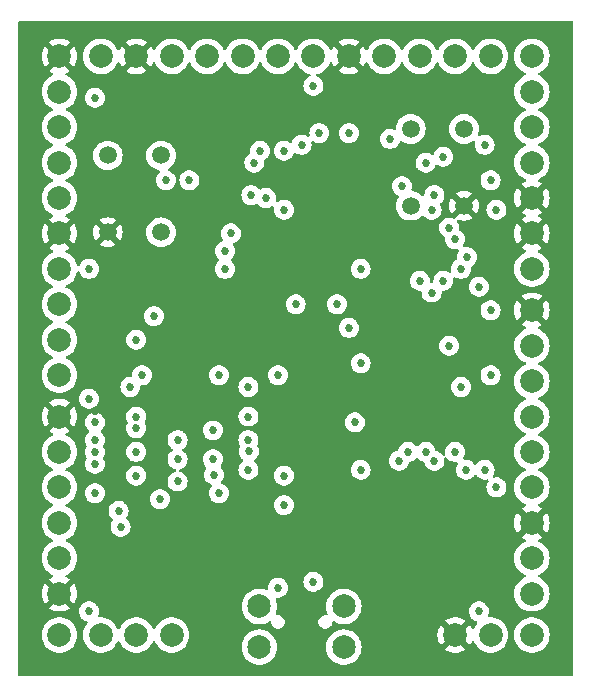
<source format=gbr>
%TF.GenerationSoftware,KiCad,Pcbnew,8.0.6*%
%TF.CreationDate,2024-11-27T15:15:38-08:00*%
%TF.ProjectId,DeskCleanerRobot,4465736b-436c-4656-916e-6572526f626f,rev?*%
%TF.SameCoordinates,Original*%
%TF.FileFunction,Copper,L2,Inr*%
%TF.FilePolarity,Positive*%
%FSLAX46Y46*%
G04 Gerber Fmt 4.6, Leading zero omitted, Abs format (unit mm)*
G04 Created by KiCad (PCBNEW 8.0.6) date 2024-11-27 15:15:38*
%MOMM*%
%LPD*%
G01*
G04 APERTURE LIST*
%TA.AperFunction,ComponentPad*%
%ADD10C,1.995000*%
%TD*%
%TA.AperFunction,ComponentPad*%
%ADD11C,1.500000*%
%TD*%
%TA.AperFunction,ComponentPad*%
%ADD12C,2.000000*%
%TD*%
%TA.AperFunction,ViaPad*%
%ADD13C,0.685800*%
%TD*%
G04 APERTURE END LIST*
D10*
%TO.N,unconnected-(USB1-PadMH1)*%
%TO.C,USB1*%
X117425000Y-80080000D03*
%TO.N,unconnected-(USB1-PadMH2)*%
X124575000Y-80080000D03*
%TO.N,unconnected-(USB1-PadMH3)*%
X124575000Y-83530000D03*
%TO.N,unconnected-(USB1-PadMH4)*%
X117425000Y-83530000D03*
%TD*%
D11*
%TO.N,Net-(IC8-EN)*%
%TO.C,RESET1*%
X130250000Y-46150000D03*
%TO.N,unconnected-(RESET1-Pad2)*%
X130250000Y-39650000D03*
%TO.N,GND*%
X134750000Y-46150000D03*
%TO.N,unconnected-(RESET1-Pad4)*%
X134750000Y-39650000D03*
%TD*%
%TO.N,unconnected-(BOOT1-Pad1)*%
%TO.C,BOOT1*%
X109100000Y-41900000D03*
%TO.N,Net-(IC8-IO0)*%
X109100000Y-48400000D03*
%TO.N,unconnected-(BOOT1-Pad3)*%
X104600000Y-41900000D03*
%TO.N,GND*%
X104600000Y-48400000D03*
%TD*%
D12*
%TO.N,SC7*%
%TO.C,SC7*%
X116000000Y-33500000D03*
%TD*%
%TO.N,INT7*%
%TO.C,INT7*%
X113000000Y-33500000D03*
%TD*%
%TO.N,GND*%
%TO.C,GN5*%
X140500000Y-73000000D03*
%TD*%
%TO.N,+3.3V*%
%TO.C,3V1*%
X100500000Y-51500000D03*
%TD*%
%TO.N,GND*%
%TO.C,-E1*%
X107000000Y-33500000D03*
%TD*%
%TO.N,SD5*%
%TO.C,SD5*%
X140500000Y-67000000D03*
%TD*%
%TO.N,ESCsignal*%
%TO.C,SIG1*%
X110000000Y-33500000D03*
%TD*%
%TO.N,SC3*%
%TO.C,SC3*%
X107000000Y-82500000D03*
%TD*%
%TO.N,GND*%
%TO.C,GN0*%
X100500000Y-33500000D03*
%TD*%
%TO.N,SD1*%
%TO.C,SD1*%
X100500000Y-54500000D03*
%TD*%
%TO.N,+3.3V*%
%TO.C,3V3*%
X100500000Y-82500000D03*
%TD*%
%TO.N,GND*%
%TO.C,GN4*%
X134000000Y-82500000D03*
%TD*%
%TO.N,SD6*%
%TO.C,SD6*%
X140500000Y-39500000D03*
%TD*%
%TO.N,AOUT1*%
%TO.C,AO1*%
X128000000Y-33500000D03*
%TD*%
%TO.N,ESC+*%
%TO.C,+E1*%
X104000000Y-33500000D03*
%TD*%
%TO.N,BOUT2*%
%TO.C,BO2*%
X137000000Y-33500000D03*
%TD*%
%TO.N,INT1*%
%TO.C,INT1*%
X100500000Y-60500000D03*
%TD*%
%TO.N,GND*%
%TO.C,SW1*%
X140500000Y-55000000D03*
%TD*%
%TO.N,+3.3V*%
%TO.C,3V4*%
X137000000Y-82500000D03*
%TD*%
%TO.N,+3.3V*%
%TO.C,3V7*%
X122000000Y-33500000D03*
%TD*%
%TO.N,SC4*%
%TO.C,SC4*%
X140500000Y-79000000D03*
%TD*%
%TO.N,Net-(BM1-G)*%
%TO.C,SW2*%
X140500000Y-58000000D03*
%TD*%
%TO.N,INT6*%
%TO.C,INT6*%
X140500000Y-33500000D03*
%TD*%
%TO.N,SD4*%
%TO.C,SD4*%
X140500000Y-82500000D03*
%TD*%
%TO.N,+3.3V*%
%TO.C,3V6*%
X140500000Y-42500000D03*
%TD*%
%TO.N,GND*%
%TO.C,-BAT1*%
X140500000Y-48500000D03*
%TD*%
%TO.N,+3.3V*%
%TO.C,3V5*%
X140500000Y-70000000D03*
%TD*%
%TO.N,INT4*%
%TO.C,INT4*%
X140500000Y-76000000D03*
%TD*%
%TO.N,BOUT1*%
%TO.C,BO1*%
X134000000Y-33500000D03*
%TD*%
%TO.N,SC6*%
%TO.C,SC6*%
X140500000Y-36500000D03*
%TD*%
%TO.N,INT5*%
%TO.C,INT5*%
X140500000Y-61000000D03*
%TD*%
%TO.N,+BATT*%
%TO.C,+BAT1*%
X140500000Y-51500000D03*
%TD*%
%TO.N,INT2*%
%TO.C,INT2*%
X100500000Y-76000000D03*
%TD*%
%TO.N,INT3*%
%TO.C,INT3*%
X110000000Y-82500000D03*
%TD*%
%TO.N,GND*%
%TO.C,GN3*%
X100500000Y-79000000D03*
%TD*%
%TO.N,AOUT2*%
%TO.C,AO2*%
X131000000Y-33500000D03*
%TD*%
%TO.N,INT0*%
%TO.C,INT0*%
X100500000Y-45500000D03*
%TD*%
%TO.N,SC5*%
%TO.C,SC5*%
X140500000Y-64000000D03*
%TD*%
%TO.N,SD3*%
%TO.C,SD3*%
X104000000Y-82500000D03*
%TD*%
%TO.N,SD2*%
%TO.C,SD2*%
X100500000Y-70000000D03*
%TD*%
%TO.N,+3.3V*%
%TO.C,3V0*%
X100500000Y-36500000D03*
%TD*%
%TO.N,SD0*%
%TO.C,SD0*%
X100500000Y-39500000D03*
%TD*%
%TO.N,SC1*%
%TO.C,SC1*%
X100500000Y-57500000D03*
%TD*%
%TO.N,SC0*%
%TO.C,SC0*%
X100500000Y-42500000D03*
%TD*%
%TO.N,SC2*%
%TO.C,SC2*%
X100500000Y-73000000D03*
%TD*%
%TO.N,GND*%
%TO.C,GN6*%
X140500000Y-45500000D03*
%TD*%
%TO.N,+3.3V*%
%TO.C,3V2*%
X100500000Y-67000000D03*
%TD*%
%TO.N,GND*%
%TO.C,GN1*%
X100500000Y-48500000D03*
%TD*%
%TO.N,GND*%
%TO.C,GN2*%
X100500000Y-64000000D03*
%TD*%
%TO.N,GND*%
%TO.C,GN7*%
X125000000Y-33500000D03*
%TD*%
%TO.N,SD7*%
%TO.C,SD7*%
X119000000Y-33500000D03*
%TD*%
D13*
%TO.N,+5V*%
X119000000Y-78500000D03*
X122000000Y-78000000D03*
%TO.N,+BATT*%
X133500000Y-58000000D03*
X136500000Y-68500000D03*
X137000000Y-55000000D03*
X137000000Y-60500000D03*
%TO.N,ESC+*%
X132000000Y-53500000D03*
X126000000Y-51500000D03*
X118000000Y-45500000D03*
X117500000Y-41500000D03*
%TO.N,+3.3V*%
X125500000Y-64500000D03*
X131000000Y-52500000D03*
X116500000Y-61500000D03*
X119500000Y-69000000D03*
X126000000Y-68500000D03*
X134903100Y-68500000D03*
X107500000Y-60500000D03*
X137500000Y-70000000D03*
X119500000Y-71500000D03*
X103000000Y-80500000D03*
X129250000Y-67750000D03*
X105500000Y-72000000D03*
X103000000Y-51500000D03*
X137500000Y-46500000D03*
X130000000Y-67000000D03*
X103500000Y-64500000D03*
X119000000Y-60500000D03*
X103500000Y-37000000D03*
X103500000Y-66000000D03*
X114000000Y-60500000D03*
X133000000Y-52500000D03*
X103500000Y-70500000D03*
X132250000Y-67750000D03*
X131500000Y-67000000D03*
X136000000Y-80500000D03*
X122000000Y-36000000D03*
%TO.N,3V3PowMux*%
X116750000Y-45250000D03*
X103000000Y-62500000D03*
X117000000Y-42500000D03*
X105675000Y-73325000D03*
%TO.N,SC2*%
X110500000Y-67625000D03*
X103500000Y-68000000D03*
%TO.N,SD0*%
X106500000Y-61500000D03*
%TO.N,SD5*%
X134000000Y-67000000D03*
X116500000Y-68500000D03*
%TO.N,SD4*%
X114000000Y-70500000D03*
%TO.N,SD3*%
X107000000Y-69000000D03*
%TO.N,SD2*%
X103500000Y-67000000D03*
X107000000Y-67000000D03*
%TO.N,SD1*%
X107000000Y-65000000D03*
%TO.N,SC0*%
X109500000Y-44000000D03*
X107000000Y-64000000D03*
%TO.N,SD7*%
X113500000Y-65162500D03*
X125000000Y-40000000D03*
%TO.N,SC3*%
X110500000Y-69500000D03*
%TO.N,SC5*%
X134500000Y-61500000D03*
X113500000Y-67625000D03*
%TO.N,SC1*%
X110500000Y-66000000D03*
%TO.N,SC6*%
X116500000Y-66000000D03*
X137000000Y-44000000D03*
%TO.N,SD6*%
X116525000Y-66955100D03*
X136000000Y-53000000D03*
%TO.N,SC7*%
X116500000Y-64000000D03*
X122500000Y-40000000D03*
%TO.N,SC4*%
X113575000Y-68925000D03*
%TO.N,AOUT2*%
X131500000Y-42500000D03*
X135000000Y-50500000D03*
X132000000Y-46500000D03*
%TO.N,BOUT1*%
X133000000Y-42000000D03*
X133500000Y-48000000D03*
X132250000Y-45250000D03*
%TO.N,BOUT2*%
X134000000Y-49000000D03*
%TO.N,AOUT1*%
X129500000Y-44500000D03*
X134500000Y-51500000D03*
X128500000Y-40500000D03*
%TO.N,INT0*%
X111500000Y-44000000D03*
X115000000Y-48500000D03*
%TO.N,INT4*%
X125000000Y-56500000D03*
%TO.N,ESCsignal*%
X119500000Y-46500000D03*
X119500000Y-41500000D03*
%TO.N,INT7*%
X120500000Y-54500000D03*
X121000000Y-41000000D03*
%TO.N,INT2*%
X114500000Y-50000000D03*
X109000000Y-71000000D03*
%TO.N,INT5*%
X126000000Y-59500000D03*
%TO.N,INT6*%
X136500000Y-41000000D03*
X124000000Y-54500000D03*
%TO.N,INT1*%
X107000000Y-57500000D03*
X108500000Y-55500000D03*
%TO.N,INT3*%
X114500000Y-51500000D03*
%TO.N,GND*%
X117000000Y-72000000D03*
X138500000Y-55500000D03*
X105500000Y-53500000D03*
X131500000Y-72000000D03*
X133500000Y-77000000D03*
X122500000Y-79000000D03*
X113500000Y-64000000D03*
X138000000Y-51000000D03*
X135500000Y-36000000D03*
X110000000Y-73000000D03*
X103500000Y-63500000D03*
X125500000Y-45500000D03*
X127500000Y-65000000D03*
X118500000Y-55000000D03*
X110000000Y-79500000D03*
X106500000Y-77500000D03*
X107500000Y-62000000D03*
X124000000Y-71500000D03*
X131000000Y-78000000D03*
X114000000Y-75500000D03*
X116500000Y-53000000D03*
X103000000Y-78000000D03*
X128000000Y-62500000D03*
X113000000Y-42500000D03*
X138000000Y-72000000D03*
X123000000Y-65000000D03*
X135000000Y-75500000D03*
X109000000Y-53500000D03*
X125000000Y-36000000D03*
X138000000Y-48500000D03*
X107500000Y-35500000D03*
X103000000Y-35500000D03*
X132500000Y-80500000D03*
X128000000Y-72000000D03*
X128500000Y-58000000D03*
X110500000Y-71000000D03*
X131950000Y-48000000D03*
X116500000Y-48500000D03*
X130000000Y-58500000D03*
X111500000Y-72500000D03*
X116500000Y-51000000D03*
X133500000Y-64500000D03*
X125500000Y-77000000D03*
X127000000Y-42500000D03*
X111000000Y-58000000D03*
X134500000Y-44500000D03*
X133500000Y-63500000D03*
X118500000Y-47500000D03*
X103000000Y-47500000D03*
%TD*%
%TA.AperFunction,Conductor*%
%TO.N,GND*%
G36*
X143942539Y-30520185D02*
G01*
X143988294Y-30572989D01*
X143999500Y-30624500D01*
X143999500Y-85875500D01*
X143979815Y-85942539D01*
X143927011Y-85988294D01*
X143875500Y-85999500D01*
X97124500Y-85999500D01*
X97057461Y-85979815D01*
X97011706Y-85927011D01*
X97000500Y-85875500D01*
X97000500Y-82499994D01*
X98994357Y-82499994D01*
X98994357Y-82500005D01*
X99014890Y-82747812D01*
X99014892Y-82747824D01*
X99075936Y-82988881D01*
X99175826Y-83216606D01*
X99311833Y-83424782D01*
X99311836Y-83424785D01*
X99480256Y-83607738D01*
X99676491Y-83760474D01*
X99676493Y-83760475D01*
X99894332Y-83878364D01*
X99895190Y-83878828D01*
X100114141Y-83953994D01*
X100128964Y-83959083D01*
X100130386Y-83959571D01*
X100375665Y-84000500D01*
X100624335Y-84000500D01*
X100869614Y-83959571D01*
X101104810Y-83878828D01*
X101323509Y-83760474D01*
X101519744Y-83607738D01*
X101688164Y-83424785D01*
X101824173Y-83216607D01*
X101924063Y-82988881D01*
X101985108Y-82747821D01*
X102005643Y-82500000D01*
X101999354Y-82424108D01*
X101985109Y-82252187D01*
X101985107Y-82252175D01*
X101924063Y-82011118D01*
X101824173Y-81783393D01*
X101688166Y-81575217D01*
X101602801Y-81482486D01*
X101519744Y-81392262D01*
X101323509Y-81239526D01*
X101323507Y-81239525D01*
X101323506Y-81239524D01*
X101104811Y-81121172D01*
X101104802Y-81121169D01*
X100869616Y-81040429D01*
X100624335Y-80999500D01*
X100375665Y-80999500D01*
X100130383Y-81040429D01*
X99895197Y-81121169D01*
X99895188Y-81121172D01*
X99676493Y-81239524D01*
X99480257Y-81392261D01*
X99311833Y-81575217D01*
X99175826Y-81783393D01*
X99075936Y-82011118D01*
X99014892Y-82252175D01*
X99014890Y-82252187D01*
X98994357Y-82499994D01*
X97000500Y-82499994D01*
X97000500Y-66999994D01*
X98994357Y-66999994D01*
X98994357Y-67000005D01*
X99014890Y-67247812D01*
X99014892Y-67247824D01*
X99075936Y-67488881D01*
X99175826Y-67716606D01*
X99311833Y-67924782D01*
X99313246Y-67926317D01*
X99480256Y-68107738D01*
X99676491Y-68260474D01*
X99739881Y-68294779D01*
X99832557Y-68344933D01*
X99895190Y-68378828D01*
X99899242Y-68380219D01*
X99906524Y-68382719D01*
X99963539Y-68423106D01*
X99989668Y-68487906D01*
X99976615Y-68556546D01*
X99928526Y-68607233D01*
X99906524Y-68617281D01*
X99895191Y-68621171D01*
X99895188Y-68621172D01*
X99676493Y-68739524D01*
X99480257Y-68892261D01*
X99311833Y-69075217D01*
X99175826Y-69283393D01*
X99075936Y-69511118D01*
X99014892Y-69752175D01*
X99014890Y-69752187D01*
X98994357Y-69999994D01*
X98994357Y-70000005D01*
X99014890Y-70247812D01*
X99014892Y-70247824D01*
X99075936Y-70488881D01*
X99175826Y-70716606D01*
X99311833Y-70924782D01*
X99311836Y-70924785D01*
X99480256Y-71107738D01*
X99676491Y-71260474D01*
X99785840Y-71319651D01*
X99832557Y-71344933D01*
X99895190Y-71378828D01*
X99905682Y-71382430D01*
X99906524Y-71382719D01*
X99963539Y-71423106D01*
X99989668Y-71487906D01*
X99976615Y-71556546D01*
X99928526Y-71607233D01*
X99906524Y-71617281D01*
X99895191Y-71621171D01*
X99895188Y-71621172D01*
X99676493Y-71739524D01*
X99480257Y-71892261D01*
X99311833Y-72075217D01*
X99175826Y-72283393D01*
X99075936Y-72511118D01*
X99014892Y-72752175D01*
X99014890Y-72752187D01*
X98994357Y-72999994D01*
X98994357Y-73000005D01*
X99014890Y-73247812D01*
X99014892Y-73247824D01*
X99075936Y-73488881D01*
X99175826Y-73716606D01*
X99311833Y-73924782D01*
X99311836Y-73924785D01*
X99480256Y-74107738D01*
X99676491Y-74260474D01*
X99676493Y-74260475D01*
X99894332Y-74378364D01*
X99895190Y-74378828D01*
X99905682Y-74382430D01*
X99906524Y-74382719D01*
X99963539Y-74423106D01*
X99989668Y-74487906D01*
X99976615Y-74556546D01*
X99928526Y-74607233D01*
X99906524Y-74617281D01*
X99895191Y-74621171D01*
X99895188Y-74621172D01*
X99676493Y-74739524D01*
X99480257Y-74892261D01*
X99311833Y-75075217D01*
X99175826Y-75283393D01*
X99075936Y-75511118D01*
X99014892Y-75752175D01*
X99014890Y-75752187D01*
X98994357Y-75999994D01*
X98994357Y-76000005D01*
X99014890Y-76247812D01*
X99014892Y-76247824D01*
X99075936Y-76488881D01*
X99175826Y-76716606D01*
X99311833Y-76924782D01*
X99311836Y-76924785D01*
X99480256Y-77107738D01*
X99676491Y-77260474D01*
X99895190Y-77378828D01*
X99907292Y-77382982D01*
X99964307Y-77423365D01*
X99990439Y-77488164D01*
X99977391Y-77556804D01*
X99929304Y-77607493D01*
X99907300Y-77617543D01*
X99895398Y-77621629D01*
X99895390Y-77621632D01*
X99676761Y-77739949D01*
X99629942Y-77776388D01*
X99629942Y-77776390D01*
X100370590Y-78517037D01*
X100307007Y-78534075D01*
X100192993Y-78599901D01*
X100099901Y-78692993D01*
X100034075Y-78807007D01*
X100017037Y-78870589D01*
X99276564Y-78130116D01*
X99176267Y-78283632D01*
X99076412Y-78511282D01*
X99015387Y-78752261D01*
X99015385Y-78752270D01*
X98994859Y-78999994D01*
X98994859Y-79000005D01*
X99015385Y-79247729D01*
X99015387Y-79247738D01*
X99076412Y-79488717D01*
X99176266Y-79716364D01*
X99276564Y-79869882D01*
X100017037Y-79129409D01*
X100034075Y-79192993D01*
X100099901Y-79307007D01*
X100192993Y-79400099D01*
X100307007Y-79465925D01*
X100370590Y-79482962D01*
X99629942Y-80223609D01*
X99676768Y-80260055D01*
X99676770Y-80260056D01*
X99895385Y-80378364D01*
X99895396Y-80378369D01*
X100130506Y-80459083D01*
X100375707Y-80500000D01*
X100624293Y-80500000D01*
X102151954Y-80500000D01*
X102170486Y-80676320D01*
X102170487Y-80676322D01*
X102225271Y-80844933D01*
X102225272Y-80844934D01*
X102279863Y-80939487D01*
X102313916Y-80998469D01*
X102357282Y-81046632D01*
X102432543Y-81130219D01*
X102432546Y-81130221D01*
X102575977Y-81234429D01*
X102670219Y-81276389D01*
X102737939Y-81306540D01*
X102793821Y-81318418D01*
X102855300Y-81351608D01*
X102889077Y-81412771D01*
X102884425Y-81482486D01*
X102859268Y-81523690D01*
X102811833Y-81575217D01*
X102675826Y-81783393D01*
X102575936Y-82011118D01*
X102514892Y-82252175D01*
X102514890Y-82252187D01*
X102494357Y-82499994D01*
X102494357Y-82500005D01*
X102514890Y-82747812D01*
X102514892Y-82747824D01*
X102575936Y-82988881D01*
X102675826Y-83216606D01*
X102811833Y-83424782D01*
X102811836Y-83424785D01*
X102980256Y-83607738D01*
X103176491Y-83760474D01*
X103176493Y-83760475D01*
X103394332Y-83878364D01*
X103395190Y-83878828D01*
X103614141Y-83953994D01*
X103628964Y-83959083D01*
X103630386Y-83959571D01*
X103875665Y-84000500D01*
X104124335Y-84000500D01*
X104369614Y-83959571D01*
X104604810Y-83878828D01*
X104823509Y-83760474D01*
X105019744Y-83607738D01*
X105188164Y-83424785D01*
X105324173Y-83216607D01*
X105386444Y-83074644D01*
X105431400Y-83021158D01*
X105498136Y-83000468D01*
X105565464Y-83019143D01*
X105612007Y-83071253D01*
X105613556Y-83074644D01*
X105675826Y-83216606D01*
X105811833Y-83424782D01*
X105811836Y-83424785D01*
X105980256Y-83607738D01*
X106176491Y-83760474D01*
X106176493Y-83760475D01*
X106394332Y-83878364D01*
X106395190Y-83878828D01*
X106614141Y-83953994D01*
X106628964Y-83959083D01*
X106630386Y-83959571D01*
X106875665Y-84000500D01*
X107124335Y-84000500D01*
X107369614Y-83959571D01*
X107604810Y-83878828D01*
X107823509Y-83760474D01*
X108019744Y-83607738D01*
X108188164Y-83424785D01*
X108324173Y-83216607D01*
X108386444Y-83074644D01*
X108431400Y-83021158D01*
X108498136Y-83000468D01*
X108565464Y-83019143D01*
X108612007Y-83071253D01*
X108613556Y-83074644D01*
X108675826Y-83216606D01*
X108811833Y-83424782D01*
X108811836Y-83424785D01*
X108980256Y-83607738D01*
X109176491Y-83760474D01*
X109176493Y-83760475D01*
X109394332Y-83878364D01*
X109395190Y-83878828D01*
X109614141Y-83953994D01*
X109628964Y-83959083D01*
X109630386Y-83959571D01*
X109875665Y-84000500D01*
X110124335Y-84000500D01*
X110369614Y-83959571D01*
X110604810Y-83878828D01*
X110823509Y-83760474D01*
X111019744Y-83607738D01*
X111091312Y-83529994D01*
X115921866Y-83529994D01*
X115921866Y-83530005D01*
X115942366Y-83777404D01*
X116003309Y-84018065D01*
X116103033Y-84245414D01*
X116238814Y-84453241D01*
X116238816Y-84453244D01*
X116406955Y-84635892D01*
X116602864Y-84788373D01*
X116821198Y-84906530D01*
X117056002Y-84987138D01*
X117300872Y-85028000D01*
X117300873Y-85028000D01*
X117549127Y-85028000D01*
X117549128Y-85028000D01*
X117793998Y-84987138D01*
X118028802Y-84906530D01*
X118247136Y-84788373D01*
X118443045Y-84635892D01*
X118611184Y-84453244D01*
X118746967Y-84245413D01*
X118846690Y-84018067D01*
X118907633Y-83777408D01*
X118916744Y-83667448D01*
X118928134Y-83530005D01*
X118928134Y-83529994D01*
X123071866Y-83529994D01*
X123071866Y-83530005D01*
X123092366Y-83777404D01*
X123153309Y-84018065D01*
X123253033Y-84245414D01*
X123388814Y-84453241D01*
X123388816Y-84453244D01*
X123556955Y-84635892D01*
X123752864Y-84788373D01*
X123971198Y-84906530D01*
X124206002Y-84987138D01*
X124450872Y-85028000D01*
X124450873Y-85028000D01*
X124699127Y-85028000D01*
X124699128Y-85028000D01*
X124943998Y-84987138D01*
X125178802Y-84906530D01*
X125397136Y-84788373D01*
X125593045Y-84635892D01*
X125761184Y-84453244D01*
X125896967Y-84245413D01*
X125996690Y-84018067D01*
X126057633Y-83777408D01*
X126066744Y-83667448D01*
X126078134Y-83530005D01*
X126078134Y-83529994D01*
X126057633Y-83282595D01*
X126057633Y-83282592D01*
X125996690Y-83041933D01*
X125896967Y-82814587D01*
X125853348Y-82747824D01*
X125829075Y-82710671D01*
X125761184Y-82606756D01*
X125662903Y-82499994D01*
X132494859Y-82499994D01*
X132494859Y-82500005D01*
X132515385Y-82747729D01*
X132515387Y-82747738D01*
X132576412Y-82988717D01*
X132676266Y-83216364D01*
X132776564Y-83369882D01*
X133517037Y-82629409D01*
X133534075Y-82692993D01*
X133599901Y-82807007D01*
X133692993Y-82900099D01*
X133807007Y-82965925D01*
X133870590Y-82982962D01*
X133129942Y-83723609D01*
X133176768Y-83760055D01*
X133176770Y-83760056D01*
X133395385Y-83878364D01*
X133395396Y-83878369D01*
X133630506Y-83959083D01*
X133875707Y-84000000D01*
X134124293Y-84000000D01*
X134369493Y-83959083D01*
X134604603Y-83878369D01*
X134604614Y-83878364D01*
X134823228Y-83760057D01*
X134823231Y-83760055D01*
X134870056Y-83723609D01*
X134129409Y-82982962D01*
X134192993Y-82965925D01*
X134307007Y-82900099D01*
X134400099Y-82807007D01*
X134465925Y-82692993D01*
X134482962Y-82629410D01*
X135223434Y-83369882D01*
X135323732Y-83216367D01*
X135386170Y-83074022D01*
X135431125Y-83020536D01*
X135497861Y-82999845D01*
X135565189Y-83018519D01*
X135611733Y-83070629D01*
X135613282Y-83074020D01*
X135675827Y-83216608D01*
X135811833Y-83424782D01*
X135811836Y-83424785D01*
X135980256Y-83607738D01*
X136176491Y-83760474D01*
X136176493Y-83760475D01*
X136394332Y-83878364D01*
X136395190Y-83878828D01*
X136614141Y-83953994D01*
X136628964Y-83959083D01*
X136630386Y-83959571D01*
X136875665Y-84000500D01*
X137124335Y-84000500D01*
X137369614Y-83959571D01*
X137604810Y-83878828D01*
X137823509Y-83760474D01*
X138019744Y-83607738D01*
X138188164Y-83424785D01*
X138324173Y-83216607D01*
X138424063Y-82988881D01*
X138485108Y-82747821D01*
X138505643Y-82500000D01*
X138505643Y-82499994D01*
X138994357Y-82499994D01*
X138994357Y-82500005D01*
X139014890Y-82747812D01*
X139014892Y-82747824D01*
X139075936Y-82988881D01*
X139175826Y-83216606D01*
X139311833Y-83424782D01*
X139311836Y-83424785D01*
X139480256Y-83607738D01*
X139676491Y-83760474D01*
X139676493Y-83760475D01*
X139894332Y-83878364D01*
X139895190Y-83878828D01*
X140114141Y-83953994D01*
X140128964Y-83959083D01*
X140130386Y-83959571D01*
X140375665Y-84000500D01*
X140624335Y-84000500D01*
X140869614Y-83959571D01*
X141104810Y-83878828D01*
X141323509Y-83760474D01*
X141519744Y-83607738D01*
X141688164Y-83424785D01*
X141824173Y-83216607D01*
X141924063Y-82988881D01*
X141985108Y-82747821D01*
X142005643Y-82500000D01*
X141999354Y-82424108D01*
X141985109Y-82252187D01*
X141985107Y-82252175D01*
X141924063Y-82011118D01*
X141824173Y-81783393D01*
X141688166Y-81575217D01*
X141602801Y-81482486D01*
X141519744Y-81392262D01*
X141323509Y-81239526D01*
X141323507Y-81239525D01*
X141323506Y-81239524D01*
X141104811Y-81121172D01*
X141104802Y-81121169D01*
X140869616Y-81040429D01*
X140624335Y-80999500D01*
X140375665Y-80999500D01*
X140130383Y-81040429D01*
X139895197Y-81121169D01*
X139895188Y-81121172D01*
X139676493Y-81239524D01*
X139480257Y-81392261D01*
X139311833Y-81575217D01*
X139175826Y-81783393D01*
X139075936Y-82011118D01*
X139014892Y-82252175D01*
X139014890Y-82252187D01*
X138994357Y-82499994D01*
X138505643Y-82499994D01*
X138499354Y-82424108D01*
X138485109Y-82252187D01*
X138485107Y-82252175D01*
X138424063Y-82011118D01*
X138324173Y-81783393D01*
X138188166Y-81575217D01*
X138102801Y-81482486D01*
X138019744Y-81392262D01*
X137823509Y-81239526D01*
X137823507Y-81239525D01*
X137823506Y-81239524D01*
X137604811Y-81121172D01*
X137604802Y-81121169D01*
X137369616Y-81040429D01*
X137124335Y-80999500D01*
X136895178Y-80999500D01*
X136828139Y-80979815D01*
X136782384Y-80927011D01*
X136772440Y-80857853D01*
X136777247Y-80837182D01*
X136804920Y-80752011D01*
X136829514Y-80676319D01*
X136848046Y-80500000D01*
X136829514Y-80323681D01*
X136774729Y-80155069D01*
X136774728Y-80155068D01*
X136774728Y-80155066D01*
X136774727Y-80155065D01*
X136731388Y-80080000D01*
X136686084Y-80001531D01*
X136616979Y-79924782D01*
X136567456Y-79869780D01*
X136495738Y-79817675D01*
X136424023Y-79765571D01*
X136424021Y-79765570D01*
X136424022Y-79765570D01*
X136262066Y-79693461D01*
X136262058Y-79693459D01*
X136088645Y-79656600D01*
X135911355Y-79656600D01*
X135737941Y-79693459D01*
X135737933Y-79693461D01*
X135575978Y-79765570D01*
X135432543Y-79869780D01*
X135313915Y-80001532D01*
X135225272Y-80155065D01*
X135225271Y-80155066D01*
X135170487Y-80323677D01*
X135170486Y-80323679D01*
X135151954Y-80500000D01*
X135170486Y-80676320D01*
X135170487Y-80676322D01*
X135225271Y-80844933D01*
X135225272Y-80844934D01*
X135279863Y-80939487D01*
X135313916Y-80998469D01*
X135357282Y-81046632D01*
X135432543Y-81130219D01*
X135432546Y-81130221D01*
X135575977Y-81234429D01*
X135670219Y-81276389D01*
X135737939Y-81306540D01*
X135793821Y-81318418D01*
X135855300Y-81351608D01*
X135889077Y-81412771D01*
X135884425Y-81482486D01*
X135859268Y-81523690D01*
X135811833Y-81575217D01*
X135675827Y-81783391D01*
X135613282Y-81925979D01*
X135568325Y-81979464D01*
X135501589Y-82000154D01*
X135434261Y-81981479D01*
X135387718Y-81929368D01*
X135386170Y-81925978D01*
X135323731Y-81783630D01*
X135223434Y-81630116D01*
X134482962Y-82370589D01*
X134465925Y-82307007D01*
X134400099Y-82192993D01*
X134307007Y-82099901D01*
X134192993Y-82034075D01*
X134129410Y-82017037D01*
X134870057Y-81276390D01*
X134870056Y-81276389D01*
X134823229Y-81239943D01*
X134604614Y-81121635D01*
X134604603Y-81121630D01*
X134369493Y-81040916D01*
X134124293Y-81000000D01*
X133875707Y-81000000D01*
X133630506Y-81040916D01*
X133395396Y-81121630D01*
X133395390Y-81121632D01*
X133176761Y-81239949D01*
X133129942Y-81276388D01*
X133129942Y-81276390D01*
X133870590Y-82017037D01*
X133807007Y-82034075D01*
X133692993Y-82099901D01*
X133599901Y-82192993D01*
X133534075Y-82307007D01*
X133517037Y-82370589D01*
X132776564Y-81630116D01*
X132676267Y-81783632D01*
X132576412Y-82011282D01*
X132515387Y-82252261D01*
X132515385Y-82252270D01*
X132494859Y-82499994D01*
X125662903Y-82499994D01*
X125593045Y-82424108D01*
X125397136Y-82271627D01*
X125251834Y-82192993D01*
X125178803Y-82153470D01*
X125178797Y-82153468D01*
X124944000Y-82072862D01*
X124780751Y-82045620D01*
X124699128Y-82032000D01*
X124450872Y-82032000D01*
X124389654Y-82042215D01*
X124205999Y-82072862D01*
X123971202Y-82153468D01*
X123971196Y-82153470D01*
X123752862Y-82271628D01*
X123556957Y-82424106D01*
X123388817Y-82606754D01*
X123388814Y-82606758D01*
X123253033Y-82814585D01*
X123153309Y-83041934D01*
X123092366Y-83282595D01*
X123071866Y-83529994D01*
X118928134Y-83529994D01*
X118907633Y-83282595D01*
X118907633Y-83282592D01*
X118846690Y-83041933D01*
X118746967Y-82814587D01*
X118703348Y-82747824D01*
X118679075Y-82710671D01*
X118611184Y-82606756D01*
X118443045Y-82424108D01*
X118247136Y-82271627D01*
X118101834Y-82192993D01*
X118028803Y-82153470D01*
X118028797Y-82153468D01*
X117794000Y-82072862D01*
X117630751Y-82045620D01*
X117549128Y-82032000D01*
X117300872Y-82032000D01*
X117239654Y-82042215D01*
X117055999Y-82072862D01*
X116821202Y-82153468D01*
X116821196Y-82153470D01*
X116602862Y-82271628D01*
X116406957Y-82424106D01*
X116238817Y-82606754D01*
X116238814Y-82606758D01*
X116103033Y-82814585D01*
X116003309Y-83041934D01*
X115942366Y-83282595D01*
X115921866Y-83529994D01*
X111091312Y-83529994D01*
X111188164Y-83424785D01*
X111324173Y-83216607D01*
X111424063Y-82988881D01*
X111485108Y-82747821D01*
X111505643Y-82500000D01*
X111499354Y-82424108D01*
X111485109Y-82252187D01*
X111485107Y-82252175D01*
X111424063Y-82011118D01*
X111324173Y-81783393D01*
X111188166Y-81575217D01*
X111102801Y-81482486D01*
X111019744Y-81392262D01*
X110823509Y-81239526D01*
X110823507Y-81239525D01*
X110823506Y-81239524D01*
X110604811Y-81121172D01*
X110604802Y-81121169D01*
X110369616Y-81040429D01*
X110124335Y-80999500D01*
X109875665Y-80999500D01*
X109630383Y-81040429D01*
X109395197Y-81121169D01*
X109395188Y-81121172D01*
X109176493Y-81239524D01*
X108980257Y-81392261D01*
X108811833Y-81575217D01*
X108675826Y-81783393D01*
X108613556Y-81925355D01*
X108568600Y-81978841D01*
X108501864Y-81999531D01*
X108434536Y-81980856D01*
X108387993Y-81928746D01*
X108386444Y-81925355D01*
X108324173Y-81783393D01*
X108188166Y-81575217D01*
X108102801Y-81482486D01*
X108019744Y-81392262D01*
X107823509Y-81239526D01*
X107823507Y-81239525D01*
X107823506Y-81239524D01*
X107604811Y-81121172D01*
X107604802Y-81121169D01*
X107369616Y-81040429D01*
X107124335Y-80999500D01*
X106875665Y-80999500D01*
X106630383Y-81040429D01*
X106395197Y-81121169D01*
X106395188Y-81121172D01*
X106176493Y-81239524D01*
X105980257Y-81392261D01*
X105811833Y-81575217D01*
X105675826Y-81783393D01*
X105613556Y-81925355D01*
X105568600Y-81978841D01*
X105501864Y-81999531D01*
X105434536Y-81980856D01*
X105387993Y-81928746D01*
X105386444Y-81925355D01*
X105324173Y-81783393D01*
X105188166Y-81575217D01*
X105102801Y-81482486D01*
X105019744Y-81392262D01*
X104823509Y-81239526D01*
X104823507Y-81239525D01*
X104823506Y-81239524D01*
X104604811Y-81121172D01*
X104604802Y-81121169D01*
X104369616Y-81040429D01*
X104124335Y-80999500D01*
X103895178Y-80999500D01*
X103828139Y-80979815D01*
X103782384Y-80927011D01*
X103772440Y-80857853D01*
X103777247Y-80837182D01*
X103804920Y-80752011D01*
X103829514Y-80676319D01*
X103848046Y-80500000D01*
X103829514Y-80323681D01*
X103774729Y-80155069D01*
X103774728Y-80155068D01*
X103774728Y-80155066D01*
X103774727Y-80155065D01*
X103731388Y-80080000D01*
X103731385Y-80079994D01*
X115921866Y-80079994D01*
X115921866Y-80080005D01*
X115942366Y-80327404D01*
X116003309Y-80568065D01*
X116103033Y-80795414D01*
X116189010Y-80927011D01*
X116238816Y-81003244D01*
X116406955Y-81185892D01*
X116602864Y-81338373D01*
X116821198Y-81456530D01*
X117056002Y-81537138D01*
X117300872Y-81578000D01*
X117300873Y-81578000D01*
X117549127Y-81578000D01*
X117549128Y-81578000D01*
X117793998Y-81537138D01*
X118028802Y-81456530D01*
X118241484Y-81341431D01*
X118309810Y-81326837D01*
X118375183Y-81351500D01*
X118416844Y-81407590D01*
X118424500Y-81450487D01*
X118424500Y-81475765D01*
X118463719Y-81622136D01*
X118501602Y-81687750D01*
X118539485Y-81753365D01*
X118646635Y-81860515D01*
X118777865Y-81936281D01*
X118924234Y-81975500D01*
X118924236Y-81975500D01*
X119075764Y-81975500D01*
X119075766Y-81975500D01*
X119222135Y-81936281D01*
X119353365Y-81860515D01*
X119460515Y-81753365D01*
X119536281Y-81622135D01*
X119575500Y-81475766D01*
X119575500Y-81324234D01*
X122424500Y-81324234D01*
X122424500Y-81475765D01*
X122463719Y-81622136D01*
X122501602Y-81687750D01*
X122539485Y-81753365D01*
X122646635Y-81860515D01*
X122777865Y-81936281D01*
X122924234Y-81975500D01*
X122924236Y-81975500D01*
X123075764Y-81975500D01*
X123075766Y-81975500D01*
X123222135Y-81936281D01*
X123353365Y-81860515D01*
X123460515Y-81753365D01*
X123536281Y-81622135D01*
X123575500Y-81475766D01*
X123575500Y-81450487D01*
X123595185Y-81383448D01*
X123647989Y-81337693D01*
X123717147Y-81327749D01*
X123758514Y-81341430D01*
X123890339Y-81412771D01*
X123960031Y-81450487D01*
X123971198Y-81456530D01*
X124206002Y-81537138D01*
X124450872Y-81578000D01*
X124450873Y-81578000D01*
X124699127Y-81578000D01*
X124699128Y-81578000D01*
X124943998Y-81537138D01*
X125178802Y-81456530D01*
X125397136Y-81338373D01*
X125593045Y-81185892D01*
X125761184Y-81003244D01*
X125896967Y-80795413D01*
X125996690Y-80568067D01*
X126057633Y-80327408D01*
X126078134Y-80080000D01*
X126057633Y-79832592D01*
X125996690Y-79591933D01*
X125896967Y-79364587D01*
X125761184Y-79156756D01*
X125593045Y-78974108D01*
X125397136Y-78821627D01*
X125268976Y-78752270D01*
X125178803Y-78703470D01*
X125178797Y-78703468D01*
X124944000Y-78622862D01*
X124780751Y-78595620D01*
X124699128Y-78582000D01*
X124450872Y-78582000D01*
X124389654Y-78592215D01*
X124205999Y-78622862D01*
X123971202Y-78703468D01*
X123971196Y-78703470D01*
X123752862Y-78821628D01*
X123556957Y-78974106D01*
X123388817Y-79156754D01*
X123388814Y-79156758D01*
X123253033Y-79364585D01*
X123153309Y-79591934D01*
X123092366Y-79832595D01*
X123071866Y-80079994D01*
X123071866Y-80080005D01*
X123092366Y-80327404D01*
X123153309Y-80568065D01*
X123189552Y-80650690D01*
X123198455Y-80719990D01*
X123168478Y-80783102D01*
X123109138Y-80819989D01*
X123075996Y-80824500D01*
X122924234Y-80824500D01*
X122777863Y-80863719D01*
X122646635Y-80939485D01*
X122646632Y-80939487D01*
X122539487Y-81046632D01*
X122539485Y-81046635D01*
X122463719Y-81177863D01*
X122424500Y-81324234D01*
X119575500Y-81324234D01*
X119536281Y-81177865D01*
X119460515Y-81046635D01*
X119353365Y-80939485D01*
X119287750Y-80901602D01*
X119222136Y-80863719D01*
X119123096Y-80837182D01*
X119075766Y-80824500D01*
X118924234Y-80824500D01*
X118924004Y-80824500D01*
X118856965Y-80804815D01*
X118811210Y-80752011D01*
X118801266Y-80682853D01*
X118810448Y-80650690D01*
X118846690Y-80568067D01*
X118907633Y-80327408D01*
X118928134Y-80080000D01*
X118907633Y-79832592D01*
X118846690Y-79591933D01*
X118813912Y-79517208D01*
X118805010Y-79447910D01*
X118834987Y-79384798D01*
X118894326Y-79347911D01*
X118927469Y-79343400D01*
X119088645Y-79343400D01*
X119262061Y-79306540D01*
X119262064Y-79306538D01*
X119262066Y-79306538D01*
X119294869Y-79291932D01*
X119424023Y-79234429D01*
X119567454Y-79130221D01*
X119686084Y-78998469D01*
X119774729Y-78844931D01*
X119829514Y-78676319D01*
X119848046Y-78500000D01*
X119829514Y-78323681D01*
X119774729Y-78155069D01*
X119774728Y-78155068D01*
X119774728Y-78155066D01*
X119774727Y-78155065D01*
X119743798Y-78101495D01*
X119686084Y-78001531D01*
X119684705Y-78000000D01*
X121151954Y-78000000D01*
X121170486Y-78176320D01*
X121170487Y-78176322D01*
X121225271Y-78344933D01*
X121225272Y-78344934D01*
X121298450Y-78471682D01*
X121313916Y-78498469D01*
X121325453Y-78511282D01*
X121432543Y-78630219D01*
X121432546Y-78630221D01*
X121575977Y-78734429D01*
X121737933Y-78806538D01*
X121737936Y-78806538D01*
X121737939Y-78806540D01*
X121911355Y-78843400D01*
X122088645Y-78843400D01*
X122262061Y-78806540D01*
X122262064Y-78806538D01*
X122262066Y-78806538D01*
X122294869Y-78791932D01*
X122424023Y-78734429D01*
X122567454Y-78630221D01*
X122686084Y-78498469D01*
X122774729Y-78344931D01*
X122829514Y-78176319D01*
X122848046Y-78000000D01*
X122829514Y-77823681D01*
X122774729Y-77655069D01*
X122774728Y-77655068D01*
X122774728Y-77655066D01*
X122774727Y-77655065D01*
X122717847Y-77556546D01*
X122686084Y-77501531D01*
X122615470Y-77423106D01*
X122567456Y-77369780D01*
X122495738Y-77317675D01*
X122424023Y-77265571D01*
X122424021Y-77265570D01*
X122424022Y-77265570D01*
X122262066Y-77193461D01*
X122262058Y-77193459D01*
X122088645Y-77156600D01*
X121911355Y-77156600D01*
X121737941Y-77193459D01*
X121737933Y-77193461D01*
X121575978Y-77265570D01*
X121432543Y-77369780D01*
X121313915Y-77501532D01*
X121225272Y-77655065D01*
X121225271Y-77655066D01*
X121170487Y-77823677D01*
X121170486Y-77823679D01*
X121151954Y-78000000D01*
X119684705Y-78000000D01*
X119632677Y-77942217D01*
X119567456Y-77869780D01*
X119438914Y-77776390D01*
X119424023Y-77765571D01*
X119424021Y-77765570D01*
X119424022Y-77765570D01*
X119262066Y-77693461D01*
X119262058Y-77693459D01*
X119088645Y-77656600D01*
X118911355Y-77656600D01*
X118737941Y-77693459D01*
X118737933Y-77693461D01*
X118575978Y-77765570D01*
X118432543Y-77869780D01*
X118313915Y-78001532D01*
X118225272Y-78155065D01*
X118225271Y-78155066D01*
X118170487Y-78323677D01*
X118170486Y-78323679D01*
X118151954Y-78500000D01*
X118158425Y-78561569D01*
X118145855Y-78630299D01*
X118098123Y-78681322D01*
X118030383Y-78698440D01*
X117994841Y-78691811D01*
X117794000Y-78622862D01*
X117630751Y-78595620D01*
X117549128Y-78582000D01*
X117300872Y-78582000D01*
X117239654Y-78592215D01*
X117055999Y-78622862D01*
X116821202Y-78703468D01*
X116821196Y-78703470D01*
X116602862Y-78821628D01*
X116406957Y-78974106D01*
X116238817Y-79156754D01*
X116238814Y-79156758D01*
X116103033Y-79364585D01*
X116003309Y-79591934D01*
X115942366Y-79832595D01*
X115921866Y-80079994D01*
X103731385Y-80079994D01*
X103686084Y-80001531D01*
X103616979Y-79924782D01*
X103567456Y-79869780D01*
X103495738Y-79817675D01*
X103424023Y-79765571D01*
X103424021Y-79765570D01*
X103424022Y-79765570D01*
X103262066Y-79693461D01*
X103262058Y-79693459D01*
X103088645Y-79656600D01*
X102911355Y-79656600D01*
X102737941Y-79693459D01*
X102737933Y-79693461D01*
X102575978Y-79765570D01*
X102432543Y-79869780D01*
X102313915Y-80001532D01*
X102225272Y-80155065D01*
X102225271Y-80155066D01*
X102170487Y-80323677D01*
X102170486Y-80323679D01*
X102151954Y-80500000D01*
X100624293Y-80500000D01*
X100869493Y-80459083D01*
X101104603Y-80378369D01*
X101104614Y-80378364D01*
X101323228Y-80260057D01*
X101323231Y-80260055D01*
X101370056Y-80223609D01*
X100629409Y-79482962D01*
X100692993Y-79465925D01*
X100807007Y-79400099D01*
X100900099Y-79307007D01*
X100965925Y-79192993D01*
X100982962Y-79129409D01*
X101723434Y-79869882D01*
X101823731Y-79716369D01*
X101923587Y-79488717D01*
X101984612Y-79247738D01*
X101984614Y-79247729D01*
X102005141Y-79000005D01*
X102005141Y-78999994D01*
X101984614Y-78752270D01*
X101984612Y-78752261D01*
X101923587Y-78511282D01*
X101823731Y-78283630D01*
X101723434Y-78130116D01*
X100982962Y-78870589D01*
X100965925Y-78807007D01*
X100900099Y-78692993D01*
X100807007Y-78599901D01*
X100692993Y-78534075D01*
X100629410Y-78517037D01*
X101370057Y-77776390D01*
X101370056Y-77776389D01*
X101323229Y-77739943D01*
X101104614Y-77621635D01*
X101104605Y-77621631D01*
X101092701Y-77617544D01*
X101035687Y-77577156D01*
X101009559Y-77512356D01*
X101022612Y-77443716D01*
X101070703Y-77393030D01*
X101092705Y-77382983D01*
X101104810Y-77378828D01*
X101323509Y-77260474D01*
X101519744Y-77107738D01*
X101688164Y-76924785D01*
X101824173Y-76716607D01*
X101924063Y-76488881D01*
X101985108Y-76247821D01*
X102005643Y-76000000D01*
X101985108Y-75752179D01*
X101924063Y-75511119D01*
X101824173Y-75283393D01*
X101688166Y-75075217D01*
X101666557Y-75051744D01*
X101519744Y-74892262D01*
X101323509Y-74739526D01*
X101323507Y-74739525D01*
X101323506Y-74739524D01*
X101104811Y-74621172D01*
X101104802Y-74621169D01*
X101093477Y-74617281D01*
X101036462Y-74576896D01*
X101010331Y-74512096D01*
X101023382Y-74443456D01*
X101071471Y-74392768D01*
X101093477Y-74382719D01*
X101097235Y-74381428D01*
X101104810Y-74378828D01*
X101323509Y-74260474D01*
X101519744Y-74107738D01*
X101688164Y-73924785D01*
X101824173Y-73716607D01*
X101924063Y-73488881D01*
X101985108Y-73247821D01*
X101993323Y-73148679D01*
X102005643Y-73000005D01*
X102005643Y-72999994D01*
X101985109Y-72752187D01*
X101985107Y-72752175D01*
X101924063Y-72511118D01*
X101824173Y-72283393D01*
X101688166Y-72075217D01*
X101666557Y-72051744D01*
X101618923Y-72000000D01*
X104651954Y-72000000D01*
X104670486Y-72176320D01*
X104670487Y-72176322D01*
X104725271Y-72344933D01*
X104725272Y-72344934D01*
X104798450Y-72471682D01*
X104813916Y-72498469D01*
X104825453Y-72511282D01*
X104932544Y-72630220D01*
X104945281Y-72639473D01*
X104962472Y-72651963D01*
X105005138Y-72707291D01*
X105011119Y-72776904D01*
X104991858Y-72820726D01*
X104992165Y-72820903D01*
X104990557Y-72823686D01*
X104989909Y-72825163D01*
X104988917Y-72826527D01*
X104900272Y-72980065D01*
X104900271Y-72980066D01*
X104845487Y-73148677D01*
X104845486Y-73148679D01*
X104826954Y-73325000D01*
X104845486Y-73501320D01*
X104845487Y-73501322D01*
X104900271Y-73669933D01*
X104900272Y-73669934D01*
X104927219Y-73716607D01*
X104988916Y-73823469D01*
X105036414Y-73876221D01*
X105107543Y-73955219D01*
X105107546Y-73955221D01*
X105250977Y-74059429D01*
X105412933Y-74131538D01*
X105412936Y-74131538D01*
X105412939Y-74131540D01*
X105586355Y-74168400D01*
X105763645Y-74168400D01*
X105937061Y-74131540D01*
X105937064Y-74131538D01*
X105937066Y-74131538D01*
X105969869Y-74116932D01*
X106099023Y-74059429D01*
X106242454Y-73955221D01*
X106361084Y-73823469D01*
X106449729Y-73669931D01*
X106504514Y-73501319D01*
X106523046Y-73325000D01*
X106504514Y-73148681D01*
X106449729Y-72980069D01*
X106449728Y-72980068D01*
X106449728Y-72980066D01*
X106449727Y-72980065D01*
X106418798Y-72926495D01*
X106361084Y-72826531D01*
X106314620Y-72774927D01*
X106242459Y-72694783D01*
X106242455Y-72694780D01*
X106242454Y-72694779D01*
X106212526Y-72673035D01*
X106169860Y-72617705D01*
X106163881Y-72548092D01*
X106183143Y-72504274D01*
X106182835Y-72504097D01*
X106184454Y-72501292D01*
X106185102Y-72499819D01*
X106186076Y-72498477D01*
X106186084Y-72498469D01*
X106274729Y-72344931D01*
X106329514Y-72176319D01*
X106348046Y-72000000D01*
X106329514Y-71823681D01*
X106274729Y-71655069D01*
X106274728Y-71655068D01*
X106274728Y-71655066D01*
X106274727Y-71655065D01*
X106217847Y-71556546D01*
X106186084Y-71501531D01*
X106115470Y-71423106D01*
X106067456Y-71369780D01*
X105980412Y-71306540D01*
X105924023Y-71265571D01*
X105924021Y-71265570D01*
X105924022Y-71265570D01*
X105762066Y-71193461D01*
X105762058Y-71193459D01*
X105588645Y-71156600D01*
X105411355Y-71156600D01*
X105237941Y-71193459D01*
X105237933Y-71193461D01*
X105075978Y-71265570D01*
X104932543Y-71369780D01*
X104813915Y-71501532D01*
X104725272Y-71655065D01*
X104725271Y-71655066D01*
X104670487Y-71823677D01*
X104670486Y-71823679D01*
X104651954Y-72000000D01*
X101618923Y-72000000D01*
X101519744Y-71892262D01*
X101323509Y-71739526D01*
X101323507Y-71739525D01*
X101323506Y-71739524D01*
X101104811Y-71621172D01*
X101104802Y-71621169D01*
X101093477Y-71617281D01*
X101036462Y-71576896D01*
X101010331Y-71512096D01*
X101023382Y-71443456D01*
X101071471Y-71392768D01*
X101093477Y-71382719D01*
X101097235Y-71381428D01*
X101104810Y-71378828D01*
X101323509Y-71260474D01*
X101519744Y-71107738D01*
X101688164Y-70924785D01*
X101824173Y-70716607D01*
X101919186Y-70500000D01*
X102651954Y-70500000D01*
X102670486Y-70676320D01*
X102670487Y-70676322D01*
X102725271Y-70844933D01*
X102725272Y-70844934D01*
X102798450Y-70971682D01*
X102813916Y-70998469D01*
X102861414Y-71051221D01*
X102932543Y-71130219D01*
X102932546Y-71130221D01*
X103075977Y-71234429D01*
X103237933Y-71306538D01*
X103237936Y-71306538D01*
X103237939Y-71306540D01*
X103411355Y-71343400D01*
X103588645Y-71343400D01*
X103762061Y-71306540D01*
X103762064Y-71306538D01*
X103762066Y-71306538D01*
X103794869Y-71291932D01*
X103924023Y-71234429D01*
X104067454Y-71130221D01*
X104184705Y-71000000D01*
X108151954Y-71000000D01*
X108170486Y-71176320D01*
X108170487Y-71176322D01*
X108225271Y-71344933D01*
X108225272Y-71344934D01*
X108270405Y-71423106D01*
X108313916Y-71498469D01*
X108326186Y-71512096D01*
X108432543Y-71630219D01*
X108432546Y-71630221D01*
X108575977Y-71734429D01*
X108737933Y-71806538D01*
X108737936Y-71806538D01*
X108737939Y-71806540D01*
X108911355Y-71843400D01*
X109088645Y-71843400D01*
X109262061Y-71806540D01*
X109262064Y-71806538D01*
X109262066Y-71806538D01*
X109329780Y-71776389D01*
X109424023Y-71734429D01*
X109567454Y-71630221D01*
X109575189Y-71621631D01*
X109588152Y-71607233D01*
X109684705Y-71500000D01*
X118651954Y-71500000D01*
X118670486Y-71676320D01*
X118670487Y-71676322D01*
X118725271Y-71844933D01*
X118725272Y-71844934D01*
X118798450Y-71971682D01*
X118813916Y-71998469D01*
X118815295Y-72000000D01*
X118932543Y-72130219D01*
X118932546Y-72130221D01*
X119075977Y-72234429D01*
X119237933Y-72306538D01*
X119237936Y-72306538D01*
X119237939Y-72306540D01*
X119411355Y-72343400D01*
X119588645Y-72343400D01*
X119762061Y-72306540D01*
X119762064Y-72306538D01*
X119762066Y-72306538D01*
X119794869Y-72291932D01*
X119924023Y-72234429D01*
X120067454Y-72130221D01*
X120186084Y-71998469D01*
X120274729Y-71844931D01*
X120329514Y-71676319D01*
X120348046Y-71500000D01*
X120329514Y-71323681D01*
X120274729Y-71155069D01*
X120274728Y-71155068D01*
X120274728Y-71155066D01*
X120274727Y-71155065D01*
X120243798Y-71101495D01*
X120186084Y-71001531D01*
X120116979Y-70924782D01*
X120067456Y-70869780D01*
X119980412Y-70806540D01*
X119924023Y-70765571D01*
X119924021Y-70765570D01*
X119924022Y-70765570D01*
X119762066Y-70693461D01*
X119762058Y-70693459D01*
X119588645Y-70656600D01*
X119411355Y-70656600D01*
X119237941Y-70693459D01*
X119237933Y-70693461D01*
X119075978Y-70765570D01*
X118932543Y-70869780D01*
X118813915Y-71001532D01*
X118725272Y-71155065D01*
X118725271Y-71155066D01*
X118670487Y-71323677D01*
X118670486Y-71323679D01*
X118651954Y-71500000D01*
X109684705Y-71500000D01*
X109686084Y-71498469D01*
X109774729Y-71344931D01*
X109829514Y-71176319D01*
X109848046Y-71000000D01*
X109829514Y-70823681D01*
X109774729Y-70655069D01*
X109774728Y-70655068D01*
X109774728Y-70655066D01*
X109774727Y-70655065D01*
X109743798Y-70601495D01*
X109686084Y-70501531D01*
X109632677Y-70442217D01*
X109567456Y-70369780D01*
X109480412Y-70306540D01*
X109424023Y-70265571D01*
X109424021Y-70265570D01*
X109424022Y-70265570D01*
X109262066Y-70193461D01*
X109262058Y-70193459D01*
X109088645Y-70156600D01*
X108911355Y-70156600D01*
X108737941Y-70193459D01*
X108737933Y-70193461D01*
X108575978Y-70265570D01*
X108432543Y-70369780D01*
X108313915Y-70501532D01*
X108225272Y-70655065D01*
X108225271Y-70655066D01*
X108170487Y-70823677D01*
X108170486Y-70823679D01*
X108151954Y-71000000D01*
X104184705Y-71000000D01*
X104186084Y-70998469D01*
X104274729Y-70844931D01*
X104329514Y-70676319D01*
X104348046Y-70500000D01*
X104329514Y-70323681D01*
X104274729Y-70155069D01*
X104274728Y-70155068D01*
X104274728Y-70155066D01*
X104274727Y-70155065D01*
X104243798Y-70101495D01*
X104186084Y-70001531D01*
X104125903Y-69934693D01*
X104067456Y-69869780D01*
X103980412Y-69806540D01*
X103924023Y-69765571D01*
X103924021Y-69765570D01*
X103924022Y-69765570D01*
X103762066Y-69693461D01*
X103762058Y-69693459D01*
X103588645Y-69656600D01*
X103411355Y-69656600D01*
X103237941Y-69693459D01*
X103237933Y-69693461D01*
X103075978Y-69765570D01*
X102932543Y-69869780D01*
X102813915Y-70001532D01*
X102725272Y-70155065D01*
X102725271Y-70155066D01*
X102670487Y-70323677D01*
X102670486Y-70323679D01*
X102651954Y-70500000D01*
X101919186Y-70500000D01*
X101924063Y-70488881D01*
X101985108Y-70247821D01*
X101986218Y-70234429D01*
X102005643Y-70000005D01*
X102005643Y-69999994D01*
X101985109Y-69752187D01*
X101985107Y-69752175D01*
X101924063Y-69511118D01*
X101824173Y-69283393D01*
X101688166Y-69075217D01*
X101620333Y-69001531D01*
X101618924Y-69000000D01*
X106151954Y-69000000D01*
X106170486Y-69176320D01*
X106170487Y-69176322D01*
X106225271Y-69344933D01*
X106225272Y-69344934D01*
X106270615Y-69423469D01*
X106313916Y-69498469D01*
X106361414Y-69551221D01*
X106432543Y-69630219D01*
X106432546Y-69630221D01*
X106575977Y-69734429D01*
X106737933Y-69806538D01*
X106737936Y-69806538D01*
X106737939Y-69806540D01*
X106911355Y-69843400D01*
X107088645Y-69843400D01*
X107262061Y-69806540D01*
X107262064Y-69806538D01*
X107262066Y-69806538D01*
X107294869Y-69791932D01*
X107424023Y-69734429D01*
X107567454Y-69630221D01*
X107686084Y-69498469D01*
X107774729Y-69344931D01*
X107829514Y-69176319D01*
X107848046Y-69000000D01*
X107829514Y-68823681D01*
X107774729Y-68655069D01*
X107774728Y-68655068D01*
X107774728Y-68655066D01*
X107774727Y-68655065D01*
X107731426Y-68580066D01*
X107686084Y-68501531D01*
X107615470Y-68423106D01*
X107567456Y-68369780D01*
X107476649Y-68303806D01*
X107424023Y-68265571D01*
X107424021Y-68265570D01*
X107424022Y-68265570D01*
X107262066Y-68193461D01*
X107262058Y-68193459D01*
X107088645Y-68156600D01*
X106911355Y-68156600D01*
X106737941Y-68193459D01*
X106737933Y-68193461D01*
X106575978Y-68265570D01*
X106432543Y-68369780D01*
X106313915Y-68501532D01*
X106225272Y-68655065D01*
X106225271Y-68655066D01*
X106170487Y-68823677D01*
X106170486Y-68823679D01*
X106151954Y-69000000D01*
X101618924Y-69000000D01*
X101519744Y-68892262D01*
X101323509Y-68739526D01*
X101323507Y-68739525D01*
X101323506Y-68739524D01*
X101104811Y-68621172D01*
X101104802Y-68621169D01*
X101093477Y-68617281D01*
X101036462Y-68576896D01*
X101010331Y-68512096D01*
X101023382Y-68443456D01*
X101071471Y-68392768D01*
X101093477Y-68382719D01*
X101097235Y-68381428D01*
X101104810Y-68378828D01*
X101323509Y-68260474D01*
X101519744Y-68107738D01*
X101688164Y-67924785D01*
X101824173Y-67716607D01*
X101924063Y-67488881D01*
X101985108Y-67247821D01*
X101985606Y-67241811D01*
X102005643Y-67000005D01*
X102005643Y-66999994D01*
X101985109Y-66752187D01*
X101985107Y-66752175D01*
X101924063Y-66511118D01*
X101824173Y-66283393D01*
X101688166Y-66075217D01*
X101624354Y-66005899D01*
X101519744Y-65892262D01*
X101323509Y-65739526D01*
X101323507Y-65739525D01*
X101323506Y-65739524D01*
X101104811Y-65621172D01*
X101104802Y-65621169D01*
X101092705Y-65617016D01*
X101035690Y-65576631D01*
X101009559Y-65511831D01*
X101022610Y-65443191D01*
X101070699Y-65392504D01*
X101092707Y-65382453D01*
X101104608Y-65378367D01*
X101104614Y-65378364D01*
X101323228Y-65260057D01*
X101323231Y-65260055D01*
X101370056Y-65223609D01*
X100629409Y-64482962D01*
X100692993Y-64465925D01*
X100807007Y-64400099D01*
X100900099Y-64307007D01*
X100965925Y-64192993D01*
X100982962Y-64129410D01*
X101723434Y-64869882D01*
X101823731Y-64716369D01*
X101918638Y-64500000D01*
X102651954Y-64500000D01*
X102670486Y-64676320D01*
X102670487Y-64676322D01*
X102725271Y-64844933D01*
X102725272Y-64844934D01*
X102798450Y-64971682D01*
X102813916Y-64998469D01*
X102815295Y-65000000D01*
X102932544Y-65130220D01*
X102959331Y-65149682D01*
X103001996Y-65205012D01*
X103007975Y-65274626D01*
X102975369Y-65336420D01*
X102959331Y-65350318D01*
X102932544Y-65369779D01*
X102813915Y-65501532D01*
X102725272Y-65655065D01*
X102725271Y-65655066D01*
X102670487Y-65823677D01*
X102670486Y-65823679D01*
X102651954Y-66000000D01*
X102670486Y-66176320D01*
X102670487Y-66176322D01*
X102725271Y-66344933D01*
X102725274Y-66344939D01*
X102779003Y-66438001D01*
X102795476Y-66505901D01*
X102779003Y-66561999D01*
X102725274Y-66655060D01*
X102725271Y-66655066D01*
X102670487Y-66823677D01*
X102670486Y-66823679D01*
X102651954Y-67000000D01*
X102670486Y-67176320D01*
X102670487Y-67176322D01*
X102725271Y-67344933D01*
X102725274Y-67344939D01*
X102779003Y-67438001D01*
X102795476Y-67505901D01*
X102779003Y-67561999D01*
X102725274Y-67655060D01*
X102725271Y-67655066D01*
X102670487Y-67823677D01*
X102670486Y-67823679D01*
X102651954Y-68000000D01*
X102670486Y-68176320D01*
X102670487Y-68176322D01*
X102725271Y-68344933D01*
X102725272Y-68344934D01*
X102782154Y-68443456D01*
X102813916Y-68498469D01*
X102851697Y-68540429D01*
X102932543Y-68630219D01*
X102932546Y-68630221D01*
X103075977Y-68734429D01*
X103237933Y-68806538D01*
X103237936Y-68806538D01*
X103237939Y-68806540D01*
X103411355Y-68843400D01*
X103588645Y-68843400D01*
X103762061Y-68806540D01*
X103762064Y-68806538D01*
X103762066Y-68806538D01*
X103794869Y-68791932D01*
X103924023Y-68734429D01*
X104067454Y-68630221D01*
X104075605Y-68621169D01*
X104089911Y-68605280D01*
X104186084Y-68498469D01*
X104274729Y-68344931D01*
X104329514Y-68176319D01*
X104348046Y-68000000D01*
X104329514Y-67823681D01*
X104274729Y-67655069D01*
X104274728Y-67655068D01*
X104274728Y-67655066D01*
X104274727Y-67655065D01*
X104220996Y-67562000D01*
X104204523Y-67494100D01*
X104220996Y-67438000D01*
X104274727Y-67344934D01*
X104274728Y-67344933D01*
X104274729Y-67344931D01*
X104329514Y-67176319D01*
X104348046Y-67000000D01*
X106151954Y-67000000D01*
X106170486Y-67176320D01*
X106170487Y-67176322D01*
X106225271Y-67344933D01*
X106225272Y-67344934D01*
X106285169Y-67448677D01*
X106313916Y-67498469D01*
X106342150Y-67529826D01*
X106432543Y-67630219D01*
X106460060Y-67650211D01*
X106575977Y-67734429D01*
X106737933Y-67806538D01*
X106737936Y-67806538D01*
X106737939Y-67806540D01*
X106911355Y-67843400D01*
X107088645Y-67843400D01*
X107262061Y-67806540D01*
X107262064Y-67806538D01*
X107262066Y-67806538D01*
X107294869Y-67791932D01*
X107424023Y-67734429D01*
X107567454Y-67630221D01*
X107686084Y-67498469D01*
X107774729Y-67344931D01*
X107829514Y-67176319D01*
X107848046Y-67000000D01*
X107829514Y-66823681D01*
X107774729Y-66655069D01*
X107774728Y-66655068D01*
X107774728Y-66655066D01*
X107774727Y-66655065D01*
X107743798Y-66601495D01*
X107686084Y-66501531D01*
X107628881Y-66438001D01*
X107567456Y-66369780D01*
X107448553Y-66283393D01*
X107424023Y-66265571D01*
X107424021Y-66265570D01*
X107424022Y-66265570D01*
X107262066Y-66193461D01*
X107262058Y-66193459D01*
X107088645Y-66156600D01*
X106911355Y-66156600D01*
X106737941Y-66193459D01*
X106737933Y-66193461D01*
X106575978Y-66265570D01*
X106432543Y-66369780D01*
X106313915Y-66501532D01*
X106225272Y-66655065D01*
X106225271Y-66655066D01*
X106170487Y-66823677D01*
X106170486Y-66823679D01*
X106151954Y-67000000D01*
X104348046Y-67000000D01*
X104329514Y-66823681D01*
X104274729Y-66655069D01*
X104274728Y-66655068D01*
X104274728Y-66655066D01*
X104274727Y-66655065D01*
X104220996Y-66562000D01*
X104204523Y-66494100D01*
X104220996Y-66438000D01*
X104274727Y-66344934D01*
X104274728Y-66344933D01*
X104274730Y-66344927D01*
X104329514Y-66176319D01*
X104348046Y-66000000D01*
X109651954Y-66000000D01*
X109670486Y-66176320D01*
X109670487Y-66176322D01*
X109725271Y-66344933D01*
X109725272Y-66344934D01*
X109753541Y-66393897D01*
X109813916Y-66498469D01*
X109831410Y-66517898D01*
X109932545Y-66630221D01*
X109932547Y-66630222D01*
X110045355Y-66712182D01*
X110088021Y-66767511D01*
X110094000Y-66837125D01*
X110061395Y-66898920D01*
X110045355Y-66912818D01*
X109932547Y-66994777D01*
X109932545Y-66994778D01*
X109813915Y-67126532D01*
X109725272Y-67280065D01*
X109725271Y-67280066D01*
X109670487Y-67448677D01*
X109670486Y-67448679D01*
X109651954Y-67625000D01*
X109670486Y-67801320D01*
X109670487Y-67801322D01*
X109725271Y-67969933D01*
X109725272Y-67969934D01*
X109748494Y-68010155D01*
X109813916Y-68123469D01*
X109861414Y-68176221D01*
X109932543Y-68255219D01*
X109946790Y-68265570D01*
X110075977Y-68359429D01*
X110237933Y-68431538D01*
X110237939Y-68431540D01*
X110283433Y-68441210D01*
X110344915Y-68474402D01*
X110378691Y-68535565D01*
X110374039Y-68605280D01*
X110332434Y-68661412D01*
X110283433Y-68683790D01*
X110237939Y-68693459D01*
X110237933Y-68693461D01*
X110075978Y-68765570D01*
X109932543Y-68869780D01*
X109813915Y-69001532D01*
X109725272Y-69155065D01*
X109725271Y-69155066D01*
X109670487Y-69323677D01*
X109670486Y-69323679D01*
X109651954Y-69500000D01*
X109670486Y-69676320D01*
X109670487Y-69676322D01*
X109725271Y-69844933D01*
X109725272Y-69844934D01*
X109777095Y-69934693D01*
X109813916Y-69998469D01*
X109861414Y-70051221D01*
X109932543Y-70130219D01*
X109932546Y-70130221D01*
X110075977Y-70234429D01*
X110237933Y-70306538D01*
X110237936Y-70306538D01*
X110237939Y-70306540D01*
X110411355Y-70343400D01*
X110588645Y-70343400D01*
X110762061Y-70306540D01*
X110762064Y-70306538D01*
X110762066Y-70306538D01*
X110794869Y-70291932D01*
X110924023Y-70234429D01*
X111067454Y-70130221D01*
X111186084Y-69998469D01*
X111274729Y-69844931D01*
X111329514Y-69676319D01*
X111348046Y-69500000D01*
X111329514Y-69323681D01*
X111274729Y-69155069D01*
X111274728Y-69155068D01*
X111274728Y-69155066D01*
X111274727Y-69155065D01*
X111243696Y-69101319D01*
X111186084Y-69001531D01*
X111117175Y-68925000D01*
X111067456Y-68869780D01*
X110980412Y-68806540D01*
X110924023Y-68765571D01*
X110924021Y-68765570D01*
X110924022Y-68765570D01*
X110762066Y-68693461D01*
X110762058Y-68693459D01*
X110716567Y-68683790D01*
X110655085Y-68650598D01*
X110621308Y-68589435D01*
X110625960Y-68519721D01*
X110667564Y-68463588D01*
X110716567Y-68441210D01*
X110724646Y-68439492D01*
X110762061Y-68431540D01*
X110762064Y-68431538D01*
X110762066Y-68431538D01*
X110794869Y-68416932D01*
X110924023Y-68359429D01*
X111067454Y-68255221D01*
X111186084Y-68123469D01*
X111274729Y-67969931D01*
X111329514Y-67801319D01*
X111348046Y-67625000D01*
X112651954Y-67625000D01*
X112670486Y-67801320D01*
X112670487Y-67801322D01*
X112725271Y-67969933D01*
X112725272Y-67969934D01*
X112748494Y-68010155D01*
X112813916Y-68123469D01*
X112861502Y-68176319D01*
X112913146Y-68233676D01*
X112943376Y-68296668D01*
X112934750Y-68366003D01*
X112913147Y-68399619D01*
X112888915Y-68426532D01*
X112800272Y-68580065D01*
X112800271Y-68580066D01*
X112745487Y-68748677D01*
X112745486Y-68748679D01*
X112726954Y-68925000D01*
X112745486Y-69101320D01*
X112745487Y-69101322D01*
X112800271Y-69269933D01*
X112800272Y-69269934D01*
X112842688Y-69343400D01*
X112888916Y-69423469D01*
X112936414Y-69476221D01*
X113007543Y-69555219D01*
X113007546Y-69555221D01*
X113150977Y-69659429D01*
X113312933Y-69731538D01*
X113319114Y-69733546D01*
X113318275Y-69736126D01*
X113369211Y-69763628D01*
X113402985Y-69824792D01*
X113398330Y-69894507D01*
X113374096Y-69934693D01*
X113313914Y-70001532D01*
X113225272Y-70155065D01*
X113225271Y-70155066D01*
X113170487Y-70323677D01*
X113170486Y-70323679D01*
X113151954Y-70500000D01*
X113170486Y-70676320D01*
X113170487Y-70676322D01*
X113225271Y-70844933D01*
X113225272Y-70844934D01*
X113298450Y-70971682D01*
X113313916Y-70998469D01*
X113361414Y-71051221D01*
X113432543Y-71130219D01*
X113432546Y-71130221D01*
X113575977Y-71234429D01*
X113737933Y-71306538D01*
X113737936Y-71306538D01*
X113737939Y-71306540D01*
X113911355Y-71343400D01*
X114088645Y-71343400D01*
X114262061Y-71306540D01*
X114262064Y-71306538D01*
X114262066Y-71306538D01*
X114294869Y-71291932D01*
X114424023Y-71234429D01*
X114567454Y-71130221D01*
X114686084Y-70998469D01*
X114774729Y-70844931D01*
X114829514Y-70676319D01*
X114848046Y-70500000D01*
X114829514Y-70323681D01*
X114774729Y-70155069D01*
X114774728Y-70155068D01*
X114774728Y-70155066D01*
X114774727Y-70155065D01*
X114743798Y-70101495D01*
X114686084Y-70001531D01*
X114625903Y-69934693D01*
X114567456Y-69869780D01*
X114480412Y-69806540D01*
X114424023Y-69765571D01*
X114424021Y-69765570D01*
X114424022Y-69765570D01*
X114262066Y-69693461D01*
X114255886Y-69691454D01*
X114256719Y-69688887D01*
X114205730Y-69661314D01*
X114171996Y-69600127D01*
X114176697Y-69530416D01*
X114200900Y-69490309D01*
X114261084Y-69423469D01*
X114349729Y-69269931D01*
X114404514Y-69101319D01*
X114423046Y-68925000D01*
X114404514Y-68748681D01*
X114349729Y-68580069D01*
X114349728Y-68580068D01*
X114349728Y-68580066D01*
X114349727Y-68580065D01*
X114285257Y-68468400D01*
X114261084Y-68426531D01*
X114187611Y-68344931D01*
X114161853Y-68316323D01*
X114131623Y-68253331D01*
X114140249Y-68183996D01*
X114161853Y-68150379D01*
X114186084Y-68123469D01*
X114274729Y-67969931D01*
X114329514Y-67801319D01*
X114348046Y-67625000D01*
X114329514Y-67448681D01*
X114274729Y-67280069D01*
X114274728Y-67280068D01*
X114274728Y-67280066D01*
X114274727Y-67280065D01*
X114218560Y-67182781D01*
X114186084Y-67126531D01*
X114132677Y-67067217D01*
X114067456Y-66994780D01*
X113954645Y-66912819D01*
X113924023Y-66890571D01*
X113924021Y-66890570D01*
X113924022Y-66890570D01*
X113762066Y-66818461D01*
X113762058Y-66818459D01*
X113588645Y-66781600D01*
X113411355Y-66781600D01*
X113237941Y-66818459D01*
X113237933Y-66818461D01*
X113075978Y-66890570D01*
X112932543Y-66994780D01*
X112813915Y-67126532D01*
X112725272Y-67280065D01*
X112725271Y-67280066D01*
X112670487Y-67448677D01*
X112670486Y-67448679D01*
X112651954Y-67625000D01*
X111348046Y-67625000D01*
X111329514Y-67448681D01*
X111274729Y-67280069D01*
X111274728Y-67280068D01*
X111274728Y-67280066D01*
X111274727Y-67280065D01*
X111218560Y-67182781D01*
X111186084Y-67126531D01*
X111132677Y-67067217D01*
X111067456Y-66994780D01*
X110996819Y-66943460D01*
X110954642Y-66912817D01*
X110911978Y-66857489D01*
X110905999Y-66787876D01*
X110938604Y-66726080D01*
X110954639Y-66712185D01*
X111067454Y-66630221D01*
X111186084Y-66498469D01*
X111274729Y-66344931D01*
X111329514Y-66176319D01*
X111348046Y-66000000D01*
X111329514Y-65823681D01*
X111274729Y-65655069D01*
X111274728Y-65655068D01*
X111274728Y-65655066D01*
X111274727Y-65655065D01*
X111217847Y-65556546D01*
X111186084Y-65501531D01*
X111115470Y-65423106D01*
X111067456Y-65369780D01*
X110980412Y-65306540D01*
X110924023Y-65265571D01*
X110924021Y-65265570D01*
X110924022Y-65265570D01*
X110762066Y-65193461D01*
X110762058Y-65193459D01*
X110616403Y-65162500D01*
X112651954Y-65162500D01*
X112670486Y-65338820D01*
X112670487Y-65338822D01*
X112725271Y-65507433D01*
X112725272Y-65507434D01*
X112796164Y-65630221D01*
X112813916Y-65660969D01*
X112861414Y-65713721D01*
X112932543Y-65792719D01*
X112932546Y-65792721D01*
X113075977Y-65896929D01*
X113237933Y-65969038D01*
X113237936Y-65969038D01*
X113237939Y-65969040D01*
X113411355Y-66005900D01*
X113588645Y-66005900D01*
X113616403Y-66000000D01*
X115651954Y-66000000D01*
X115670486Y-66176320D01*
X115670487Y-66176322D01*
X115725271Y-66344933D01*
X115725272Y-66344934D01*
X115778542Y-66437200D01*
X115795015Y-66505100D01*
X115778543Y-66561198D01*
X115750271Y-66610167D01*
X115695487Y-66778777D01*
X115695486Y-66778779D01*
X115676954Y-66955100D01*
X115695486Y-67131420D01*
X115695487Y-67131422D01*
X115750271Y-67300033D01*
X115750272Y-67300034D01*
X115823450Y-67426782D01*
X115838916Y-67453569D01*
X115879344Y-67498469D01*
X115957545Y-67585321D01*
X115957547Y-67585322D01*
X116002730Y-67618150D01*
X116045396Y-67673479D01*
X116051375Y-67743093D01*
X116018770Y-67804888D01*
X116002731Y-67818786D01*
X115932544Y-67869779D01*
X115813915Y-68001532D01*
X115725272Y-68155065D01*
X115725271Y-68155066D01*
X115670487Y-68323677D01*
X115670486Y-68323679D01*
X115651954Y-68500000D01*
X115670486Y-68676320D01*
X115670487Y-68676322D01*
X115725271Y-68844933D01*
X115725272Y-68844934D01*
X115788457Y-68954373D01*
X115813916Y-68998469D01*
X115861414Y-69051221D01*
X115932543Y-69130219D01*
X115932546Y-69130221D01*
X116075977Y-69234429D01*
X116237933Y-69306538D01*
X116237936Y-69306538D01*
X116237939Y-69306540D01*
X116411355Y-69343400D01*
X116588645Y-69343400D01*
X116762061Y-69306540D01*
X116762064Y-69306538D01*
X116762066Y-69306538D01*
X116844278Y-69269934D01*
X116924023Y-69234429D01*
X117067454Y-69130221D01*
X117184705Y-69000000D01*
X118651954Y-69000000D01*
X118670486Y-69176320D01*
X118670487Y-69176322D01*
X118725271Y-69344933D01*
X118725272Y-69344934D01*
X118770615Y-69423469D01*
X118813916Y-69498469D01*
X118861414Y-69551221D01*
X118932543Y-69630219D01*
X118932546Y-69630221D01*
X119075977Y-69734429D01*
X119237933Y-69806538D01*
X119237936Y-69806538D01*
X119237939Y-69806540D01*
X119411355Y-69843400D01*
X119588645Y-69843400D01*
X119762061Y-69806540D01*
X119762064Y-69806538D01*
X119762066Y-69806538D01*
X119794869Y-69791932D01*
X119924023Y-69734429D01*
X120067454Y-69630221D01*
X120186084Y-69498469D01*
X120274729Y-69344931D01*
X120329514Y-69176319D01*
X120348046Y-69000000D01*
X120329514Y-68823681D01*
X120274729Y-68655069D01*
X120274728Y-68655068D01*
X120274728Y-68655066D01*
X120274727Y-68655065D01*
X120231426Y-68580066D01*
X120186084Y-68501531D01*
X120184705Y-68500000D01*
X125151954Y-68500000D01*
X125170486Y-68676320D01*
X125170487Y-68676322D01*
X125225271Y-68844933D01*
X125225272Y-68844934D01*
X125288457Y-68954373D01*
X125313916Y-68998469D01*
X125361414Y-69051221D01*
X125432543Y-69130219D01*
X125432546Y-69130221D01*
X125575977Y-69234429D01*
X125737933Y-69306538D01*
X125737936Y-69306538D01*
X125737939Y-69306540D01*
X125911355Y-69343400D01*
X126088645Y-69343400D01*
X126262061Y-69306540D01*
X126262064Y-69306538D01*
X126262066Y-69306538D01*
X126344278Y-69269934D01*
X126424023Y-69234429D01*
X126567454Y-69130221D01*
X126686084Y-68998469D01*
X126774729Y-68844931D01*
X126829514Y-68676319D01*
X126848046Y-68500000D01*
X126829514Y-68323681D01*
X126774729Y-68155069D01*
X126774728Y-68155068D01*
X126774728Y-68155066D01*
X126774727Y-68155065D01*
X126740008Y-68094931D01*
X126686084Y-68001531D01*
X126618361Y-67926317D01*
X126567456Y-67869780D01*
X126480412Y-67806540D01*
X126424023Y-67765571D01*
X126424021Y-67765570D01*
X126424022Y-67765570D01*
X126389052Y-67750000D01*
X128401954Y-67750000D01*
X128420486Y-67926320D01*
X128420487Y-67926322D01*
X128475271Y-68094933D01*
X128475272Y-68094934D01*
X128532157Y-68193461D01*
X128563916Y-68248469D01*
X128579314Y-68265570D01*
X128682543Y-68380219D01*
X128709245Y-68399619D01*
X128825977Y-68484429D01*
X128987933Y-68556538D01*
X128987936Y-68556538D01*
X128987939Y-68556540D01*
X129161355Y-68593400D01*
X129338645Y-68593400D01*
X129512061Y-68556540D01*
X129512064Y-68556538D01*
X129512066Y-68556538D01*
X129559171Y-68535565D01*
X129674023Y-68484429D01*
X129817454Y-68380221D01*
X129818707Y-68378830D01*
X129836175Y-68359429D01*
X129936084Y-68248469D01*
X130024729Y-68094931D01*
X130079514Y-67926319D01*
X130079515Y-67926314D01*
X130080797Y-67920281D01*
X130113987Y-67858797D01*
X130175149Y-67825019D01*
X130176308Y-67824767D01*
X130181436Y-67823677D01*
X130262061Y-67806540D01*
X130262064Y-67806538D01*
X130262066Y-67806538D01*
X130294869Y-67791932D01*
X130424023Y-67734429D01*
X130567454Y-67630221D01*
X130657850Y-67529825D01*
X130717336Y-67493177D01*
X130787193Y-67494507D01*
X130842150Y-67529826D01*
X130932543Y-67630219D01*
X130960060Y-67650211D01*
X131075977Y-67734429D01*
X131237933Y-67806538D01*
X131237939Y-67806540D01*
X131323692Y-67824767D01*
X131385174Y-67857959D01*
X131418950Y-67919122D01*
X131419200Y-67920271D01*
X131420484Y-67926314D01*
X131475271Y-68094933D01*
X131475272Y-68094934D01*
X131532157Y-68193461D01*
X131563916Y-68248469D01*
X131579314Y-68265570D01*
X131682543Y-68380219D01*
X131709245Y-68399619D01*
X131825977Y-68484429D01*
X131987933Y-68556538D01*
X131987936Y-68556538D01*
X131987939Y-68556540D01*
X132161355Y-68593400D01*
X132338645Y-68593400D01*
X132512061Y-68556540D01*
X132512064Y-68556538D01*
X132512066Y-68556538D01*
X132559171Y-68535565D01*
X132674023Y-68484429D01*
X132817454Y-68380221D01*
X132818707Y-68378830D01*
X132836175Y-68359429D01*
X132936084Y-68248469D01*
X133024729Y-68094931D01*
X133079514Y-67926319D01*
X133098046Y-67750000D01*
X133079514Y-67573681D01*
X133079512Y-67573677D01*
X133078834Y-67567219D01*
X133081241Y-67566965D01*
X133085716Y-67508228D01*
X133127846Y-67452489D01*
X133193422Y-67428375D01*
X133261626Y-67443543D01*
X133309082Y-67490098D01*
X133313912Y-67498464D01*
X133313914Y-67498467D01*
X133432543Y-67630219D01*
X133460060Y-67650211D01*
X133575977Y-67734429D01*
X133737933Y-67806538D01*
X133737936Y-67806538D01*
X133737939Y-67806540D01*
X133911355Y-67843400D01*
X134093538Y-67843400D01*
X134160577Y-67863085D01*
X134206332Y-67915889D01*
X134216276Y-67985047D01*
X134200925Y-68029400D01*
X134128372Y-68155065D01*
X134128371Y-68155066D01*
X134073587Y-68323677D01*
X134073586Y-68323679D01*
X134055054Y-68500000D01*
X134073586Y-68676320D01*
X134073587Y-68676322D01*
X134128371Y-68844933D01*
X134128372Y-68844934D01*
X134191557Y-68954373D01*
X134217016Y-68998469D01*
X134264514Y-69051221D01*
X134335643Y-69130219D01*
X134335646Y-69130221D01*
X134479077Y-69234429D01*
X134641033Y-69306538D01*
X134641036Y-69306538D01*
X134641039Y-69306540D01*
X134814455Y-69343400D01*
X134991745Y-69343400D01*
X135165161Y-69306540D01*
X135165164Y-69306538D01*
X135165166Y-69306538D01*
X135247378Y-69269934D01*
X135327123Y-69234429D01*
X135470554Y-69130221D01*
X135589184Y-68998469D01*
X135594162Y-68989847D01*
X135644728Y-68941631D01*
X135713334Y-68928406D01*
X135778200Y-68954373D01*
X135808938Y-68989847D01*
X135813916Y-68998469D01*
X135861414Y-69051221D01*
X135932543Y-69130219D01*
X135932546Y-69130221D01*
X136075977Y-69234429D01*
X136237933Y-69306538D01*
X136237936Y-69306538D01*
X136237939Y-69306540D01*
X136411355Y-69343400D01*
X136588644Y-69343400D01*
X136588645Y-69343400D01*
X136677074Y-69324604D01*
X136746740Y-69329920D01*
X136802474Y-69372057D01*
X136826579Y-69437637D01*
X136811402Y-69505838D01*
X136810241Y-69507894D01*
X136725272Y-69655065D01*
X136725271Y-69655066D01*
X136670487Y-69823677D01*
X136670486Y-69823679D01*
X136651954Y-70000000D01*
X136670486Y-70176320D01*
X136670487Y-70176322D01*
X136725271Y-70344933D01*
X136725272Y-70344934D01*
X136798450Y-70471682D01*
X136813916Y-70498469D01*
X136861414Y-70551221D01*
X136932543Y-70630219D01*
X136932546Y-70630221D01*
X137075977Y-70734429D01*
X137237933Y-70806538D01*
X137237936Y-70806538D01*
X137237939Y-70806540D01*
X137411355Y-70843400D01*
X137588645Y-70843400D01*
X137762061Y-70806540D01*
X137762064Y-70806538D01*
X137762066Y-70806538D01*
X137794869Y-70791932D01*
X137924023Y-70734429D01*
X138067454Y-70630221D01*
X138186084Y-70498469D01*
X138274729Y-70344931D01*
X138329514Y-70176319D01*
X138348046Y-70000000D01*
X138329514Y-69823681D01*
X138274729Y-69655069D01*
X138274728Y-69655068D01*
X138274728Y-69655066D01*
X138274727Y-69655065D01*
X138217082Y-69555221D01*
X138186084Y-69501531D01*
X138115792Y-69423464D01*
X138067456Y-69369780D01*
X137980412Y-69306540D01*
X137924023Y-69265571D01*
X137924021Y-69265570D01*
X137924022Y-69265570D01*
X137762066Y-69193461D01*
X137762058Y-69193459D01*
X137588645Y-69156600D01*
X137411355Y-69156600D01*
X137347940Y-69170079D01*
X137322924Y-69175396D01*
X137253257Y-69170079D01*
X137197524Y-69127941D01*
X137173420Y-69062360D01*
X137188598Y-68994159D01*
X137189758Y-68992105D01*
X137274727Y-68844934D01*
X137274728Y-68844933D01*
X137275226Y-68843400D01*
X137329514Y-68676319D01*
X137348046Y-68500000D01*
X137329514Y-68323681D01*
X137274729Y-68155069D01*
X137274728Y-68155068D01*
X137274728Y-68155066D01*
X137274727Y-68155065D01*
X137240008Y-68094931D01*
X137186084Y-68001531D01*
X137118361Y-67926317D01*
X137067456Y-67869780D01*
X136980412Y-67806540D01*
X136924023Y-67765571D01*
X136924021Y-67765570D01*
X136924022Y-67765570D01*
X136762066Y-67693461D01*
X136762058Y-67693459D01*
X136588645Y-67656600D01*
X136411355Y-67656600D01*
X136237941Y-67693459D01*
X136237933Y-67693461D01*
X136075978Y-67765570D01*
X135932543Y-67869780D01*
X135813916Y-68001530D01*
X135808937Y-68010155D01*
X135758369Y-68058370D01*
X135689762Y-68071592D01*
X135624897Y-68045624D01*
X135594163Y-68010155D01*
X135589184Y-68001531D01*
X135521463Y-67926319D01*
X135470556Y-67869780D01*
X135383512Y-67806540D01*
X135327123Y-67765571D01*
X135327121Y-67765570D01*
X135327122Y-67765570D01*
X135165166Y-67693461D01*
X135165158Y-67693459D01*
X134991745Y-67656600D01*
X134814455Y-67656600D01*
X134809562Y-67656600D01*
X134742523Y-67636915D01*
X134696768Y-67584111D01*
X134686824Y-67514953D01*
X134702175Y-67470600D01*
X134774727Y-67344934D01*
X134774728Y-67344933D01*
X134774729Y-67344931D01*
X134829514Y-67176319D01*
X134848046Y-67000000D01*
X134829514Y-66823681D01*
X134774729Y-66655069D01*
X134774728Y-66655068D01*
X134774728Y-66655066D01*
X134774727Y-66655065D01*
X134743798Y-66601495D01*
X134686084Y-66501531D01*
X134628881Y-66438001D01*
X134567456Y-66369780D01*
X134448553Y-66283393D01*
X134424023Y-66265571D01*
X134424021Y-66265570D01*
X134424022Y-66265570D01*
X134262066Y-66193461D01*
X134262058Y-66193459D01*
X134088645Y-66156600D01*
X133911355Y-66156600D01*
X133737941Y-66193459D01*
X133737933Y-66193461D01*
X133575978Y-66265570D01*
X133432543Y-66369780D01*
X133313915Y-66501532D01*
X133225272Y-66655065D01*
X133225271Y-66655066D01*
X133170487Y-66823677D01*
X133170486Y-66823679D01*
X133156673Y-66955100D01*
X133151954Y-67000000D01*
X133170486Y-67176319D01*
X133170487Y-67176322D01*
X133171166Y-67182781D01*
X133168765Y-67183033D01*
X133164268Y-67241811D01*
X133122119Y-67297536D01*
X133056534Y-67321627D01*
X132988335Y-67306435D01*
X132940915Y-67259899D01*
X132936084Y-67251531D01*
X132926230Y-67240587D01*
X132817456Y-67119780D01*
X132745738Y-67067675D01*
X132674023Y-67015571D01*
X132674021Y-67015570D01*
X132674022Y-67015570D01*
X132512066Y-66943461D01*
X132512062Y-66943460D01*
X132426306Y-66925232D01*
X132364825Y-66892039D01*
X132331049Y-66830876D01*
X132330797Y-66829720D01*
X132329514Y-66823682D01*
X132329514Y-66823681D01*
X132274729Y-66655069D01*
X132274728Y-66655068D01*
X132274728Y-66655066D01*
X132274727Y-66655065D01*
X132243798Y-66601495D01*
X132186084Y-66501531D01*
X132128881Y-66438001D01*
X132067456Y-66369780D01*
X131948553Y-66283393D01*
X131924023Y-66265571D01*
X131924021Y-66265570D01*
X131924022Y-66265570D01*
X131762066Y-66193461D01*
X131762058Y-66193459D01*
X131588645Y-66156600D01*
X131411355Y-66156600D01*
X131237941Y-66193459D01*
X131237933Y-66193461D01*
X131075978Y-66265570D01*
X130932543Y-66369780D01*
X130842150Y-66470173D01*
X130782663Y-66506822D01*
X130712806Y-66505491D01*
X130657850Y-66470173D01*
X130567456Y-66369780D01*
X130448553Y-66283393D01*
X130424023Y-66265571D01*
X130424021Y-66265570D01*
X130424022Y-66265570D01*
X130262066Y-66193461D01*
X130262058Y-66193459D01*
X130088645Y-66156600D01*
X129911355Y-66156600D01*
X129737941Y-66193459D01*
X129737933Y-66193461D01*
X129575978Y-66265570D01*
X129432543Y-66369780D01*
X129313915Y-66501532D01*
X129225272Y-66655065D01*
X129225271Y-66655066D01*
X129170485Y-66823682D01*
X129169200Y-66829730D01*
X129136004Y-66891210D01*
X129074839Y-66924983D01*
X129073693Y-66925232D01*
X128987938Y-66943460D01*
X128987933Y-66943461D01*
X128825978Y-67015570D01*
X128682543Y-67119780D01*
X128563915Y-67251532D01*
X128475272Y-67405065D01*
X128475271Y-67405066D01*
X128420487Y-67573677D01*
X128420486Y-67573679D01*
X128401954Y-67750000D01*
X126389052Y-67750000D01*
X126262066Y-67693461D01*
X126262058Y-67693459D01*
X126088645Y-67656600D01*
X125911355Y-67656600D01*
X125737941Y-67693459D01*
X125737933Y-67693461D01*
X125575978Y-67765570D01*
X125432543Y-67869780D01*
X125313915Y-68001532D01*
X125225272Y-68155065D01*
X125225271Y-68155066D01*
X125170487Y-68323677D01*
X125170486Y-68323679D01*
X125151954Y-68500000D01*
X120184705Y-68500000D01*
X120115470Y-68423106D01*
X120067456Y-68369780D01*
X119976649Y-68303806D01*
X119924023Y-68265571D01*
X119924021Y-68265570D01*
X119924022Y-68265570D01*
X119762066Y-68193461D01*
X119762058Y-68193459D01*
X119588645Y-68156600D01*
X119411355Y-68156600D01*
X119237941Y-68193459D01*
X119237933Y-68193461D01*
X119075978Y-68265570D01*
X118932543Y-68369780D01*
X118813915Y-68501532D01*
X118725272Y-68655065D01*
X118725271Y-68655066D01*
X118670487Y-68823677D01*
X118670486Y-68823679D01*
X118651954Y-69000000D01*
X117184705Y-69000000D01*
X117186084Y-68998469D01*
X117274729Y-68844931D01*
X117329514Y-68676319D01*
X117348046Y-68500000D01*
X117329514Y-68323681D01*
X117274729Y-68155069D01*
X117274728Y-68155068D01*
X117274728Y-68155066D01*
X117274727Y-68155065D01*
X117240008Y-68094931D01*
X117186084Y-68001531D01*
X117108972Y-67915889D01*
X117067454Y-67869778D01*
X117067452Y-67869776D01*
X117022269Y-67836949D01*
X116979603Y-67781619D01*
X116973624Y-67712006D01*
X117006230Y-67650211D01*
X117022270Y-67636312D01*
X117030657Y-67630219D01*
X117092454Y-67585321D01*
X117211084Y-67453569D01*
X117299729Y-67300031D01*
X117354514Y-67131419D01*
X117373046Y-66955100D01*
X117354514Y-66778781D01*
X117299729Y-66610169D01*
X117299728Y-66610167D01*
X117299728Y-66610166D01*
X117299727Y-66610165D01*
X117246457Y-66517898D01*
X117229984Y-66449998D01*
X117246455Y-66393901D01*
X117274729Y-66344931D01*
X117329514Y-66176319D01*
X117348046Y-66000000D01*
X117329514Y-65823681D01*
X117274729Y-65655069D01*
X117274728Y-65655068D01*
X117274728Y-65655066D01*
X117274727Y-65655065D01*
X117217847Y-65556546D01*
X117186084Y-65501531D01*
X117115470Y-65423106D01*
X117067456Y-65369780D01*
X116980412Y-65306540D01*
X116924023Y-65265571D01*
X116924021Y-65265570D01*
X116924022Y-65265570D01*
X116762066Y-65193461D01*
X116762058Y-65193459D01*
X116588645Y-65156600D01*
X116411355Y-65156600D01*
X116237941Y-65193459D01*
X116237933Y-65193461D01*
X116075978Y-65265570D01*
X115932543Y-65369780D01*
X115813915Y-65501532D01*
X115725272Y-65655065D01*
X115725271Y-65655066D01*
X115670487Y-65823677D01*
X115670486Y-65823679D01*
X115651954Y-66000000D01*
X113616403Y-66000000D01*
X113762061Y-65969040D01*
X113762064Y-65969038D01*
X113762066Y-65969038D01*
X113794869Y-65954432D01*
X113924023Y-65896929D01*
X114067454Y-65792721D01*
X114186084Y-65660969D01*
X114274729Y-65507431D01*
X114329514Y-65338819D01*
X114348046Y-65162500D01*
X114329514Y-64986181D01*
X114274729Y-64817569D01*
X114274728Y-64817568D01*
X114274728Y-64817566D01*
X114274727Y-64817565D01*
X114226728Y-64734429D01*
X114186084Y-64664031D01*
X114132677Y-64604717D01*
X114067456Y-64532280D01*
X113976125Y-64465925D01*
X113924023Y-64428071D01*
X113924021Y-64428070D01*
X113924022Y-64428070D01*
X113762066Y-64355961D01*
X113762058Y-64355959D01*
X113588645Y-64319100D01*
X113411355Y-64319100D01*
X113237941Y-64355959D01*
X113237933Y-64355961D01*
X113075978Y-64428070D01*
X112932543Y-64532280D01*
X112813915Y-64664032D01*
X112725272Y-64817565D01*
X112725271Y-64817566D01*
X112670487Y-64986177D01*
X112670486Y-64986179D01*
X112651954Y-65162500D01*
X110616403Y-65162500D01*
X110588645Y-65156600D01*
X110411355Y-65156600D01*
X110237941Y-65193459D01*
X110237933Y-65193461D01*
X110075978Y-65265570D01*
X109932543Y-65369780D01*
X109813915Y-65501532D01*
X109725272Y-65655065D01*
X109725271Y-65655066D01*
X109670487Y-65823677D01*
X109670486Y-65823679D01*
X109651954Y-66000000D01*
X104348046Y-66000000D01*
X104329514Y-65823681D01*
X104274729Y-65655069D01*
X104274728Y-65655068D01*
X104274728Y-65655066D01*
X104274727Y-65655065D01*
X104217847Y-65556546D01*
X104186084Y-65501531D01*
X104115470Y-65423106D01*
X104067454Y-65369778D01*
X104040670Y-65350319D01*
X103998003Y-65294990D01*
X103992023Y-65225376D01*
X104024629Y-65163581D01*
X104040670Y-65149681D01*
X104067454Y-65130221D01*
X104067456Y-65130219D01*
X104186084Y-64998469D01*
X104274729Y-64844931D01*
X104329514Y-64676319D01*
X104348046Y-64500000D01*
X104329514Y-64323681D01*
X104274729Y-64155069D01*
X104274728Y-64155068D01*
X104274728Y-64155066D01*
X104274727Y-64155065D01*
X104243798Y-64101495D01*
X104186084Y-64001531D01*
X104184705Y-64000000D01*
X106151954Y-64000000D01*
X106170486Y-64176320D01*
X106170487Y-64176322D01*
X106225271Y-64344933D01*
X106225274Y-64344939D01*
X106279003Y-64438001D01*
X106295476Y-64505901D01*
X106279003Y-64561999D01*
X106225274Y-64655060D01*
X106225271Y-64655066D01*
X106170487Y-64823677D01*
X106170486Y-64823679D01*
X106151954Y-65000000D01*
X106170486Y-65176320D01*
X106170487Y-65176322D01*
X106225271Y-65344933D01*
X106225272Y-65344934D01*
X106270251Y-65422839D01*
X106313916Y-65498469D01*
X106326186Y-65512096D01*
X106432543Y-65630219D01*
X106432546Y-65630221D01*
X106575977Y-65734429D01*
X106737933Y-65806538D01*
X106737936Y-65806538D01*
X106737939Y-65806540D01*
X106911355Y-65843400D01*
X107088645Y-65843400D01*
X107262061Y-65806540D01*
X107262064Y-65806538D01*
X107262066Y-65806538D01*
X107294869Y-65791932D01*
X107424023Y-65734429D01*
X107567454Y-65630221D01*
X107575605Y-65621169D01*
X107588392Y-65606967D01*
X107686084Y-65498469D01*
X107774729Y-65344931D01*
X107829514Y-65176319D01*
X107848046Y-65000000D01*
X107829514Y-64823681D01*
X107774729Y-64655069D01*
X107774728Y-64655068D01*
X107774728Y-64655066D01*
X107774727Y-64655065D01*
X107720996Y-64562000D01*
X107704523Y-64494100D01*
X107720996Y-64438000D01*
X107774727Y-64344934D01*
X107774728Y-64344933D01*
X107781634Y-64323679D01*
X107829514Y-64176319D01*
X107848046Y-64000000D01*
X115651954Y-64000000D01*
X115670486Y-64176320D01*
X115670487Y-64176322D01*
X115725271Y-64344933D01*
X115725272Y-64344934D01*
X115757122Y-64400099D01*
X115813916Y-64498469D01*
X115820608Y-64505901D01*
X115932543Y-64630219D01*
X115932546Y-64630221D01*
X116075977Y-64734429D01*
X116237933Y-64806538D01*
X116237936Y-64806538D01*
X116237939Y-64806540D01*
X116411355Y-64843400D01*
X116588645Y-64843400D01*
X116762061Y-64806540D01*
X116762064Y-64806538D01*
X116762066Y-64806538D01*
X116794869Y-64791932D01*
X116924023Y-64734429D01*
X117067454Y-64630221D01*
X117184705Y-64500000D01*
X124651954Y-64500000D01*
X124670486Y-64676320D01*
X124670487Y-64676322D01*
X124725271Y-64844933D01*
X124725272Y-64844934D01*
X124798450Y-64971682D01*
X124813916Y-64998469D01*
X124815295Y-65000000D01*
X124932543Y-65130219D01*
X124932546Y-65130221D01*
X125075977Y-65234429D01*
X125237933Y-65306538D01*
X125237936Y-65306538D01*
X125237939Y-65306540D01*
X125411355Y-65343400D01*
X125588645Y-65343400D01*
X125762061Y-65306540D01*
X125762064Y-65306538D01*
X125762066Y-65306538D01*
X125833740Y-65274626D01*
X125924023Y-65234429D01*
X126067454Y-65130221D01*
X126186084Y-64998469D01*
X126274729Y-64844931D01*
X126329514Y-64676319D01*
X126348046Y-64500000D01*
X126329514Y-64323681D01*
X126274729Y-64155069D01*
X126274728Y-64155068D01*
X126274728Y-64155066D01*
X126274727Y-64155065D01*
X126243798Y-64101495D01*
X126186084Y-64001531D01*
X126125436Y-63934174D01*
X126067456Y-63869780D01*
X125981055Y-63807007D01*
X125924023Y-63765571D01*
X125924021Y-63765570D01*
X125924022Y-63765570D01*
X125762066Y-63693461D01*
X125762058Y-63693459D01*
X125588645Y-63656600D01*
X125411355Y-63656600D01*
X125237941Y-63693459D01*
X125237933Y-63693461D01*
X125075978Y-63765570D01*
X124932543Y-63869780D01*
X124813915Y-64001532D01*
X124725272Y-64155065D01*
X124725271Y-64155066D01*
X124670487Y-64323677D01*
X124670486Y-64323679D01*
X124651954Y-64500000D01*
X117184705Y-64500000D01*
X117186084Y-64498469D01*
X117274729Y-64344931D01*
X117329514Y-64176319D01*
X117348046Y-64000000D01*
X117329514Y-63823681D01*
X117274729Y-63655069D01*
X117274728Y-63655068D01*
X117274728Y-63655066D01*
X117274727Y-63655065D01*
X117204873Y-63534075D01*
X117186084Y-63501531D01*
X117132677Y-63442217D01*
X117067456Y-63369780D01*
X116980412Y-63306540D01*
X116924023Y-63265571D01*
X116924021Y-63265570D01*
X116924022Y-63265570D01*
X116762066Y-63193461D01*
X116762058Y-63193459D01*
X116588645Y-63156600D01*
X116411355Y-63156600D01*
X116237941Y-63193459D01*
X116237933Y-63193461D01*
X116075978Y-63265570D01*
X115932543Y-63369780D01*
X115813915Y-63501532D01*
X115725272Y-63655065D01*
X115725271Y-63655066D01*
X115670487Y-63823677D01*
X115670486Y-63823679D01*
X115651954Y-64000000D01*
X107848046Y-64000000D01*
X107829514Y-63823681D01*
X107774729Y-63655069D01*
X107774728Y-63655068D01*
X107774728Y-63655066D01*
X107774727Y-63655065D01*
X107704873Y-63534075D01*
X107686084Y-63501531D01*
X107632677Y-63442217D01*
X107567456Y-63369780D01*
X107480412Y-63306540D01*
X107424023Y-63265571D01*
X107424021Y-63265570D01*
X107424022Y-63265570D01*
X107262066Y-63193461D01*
X107262058Y-63193459D01*
X107088645Y-63156600D01*
X106911355Y-63156600D01*
X106737941Y-63193459D01*
X106737933Y-63193461D01*
X106575978Y-63265570D01*
X106432543Y-63369780D01*
X106313915Y-63501532D01*
X106225272Y-63655065D01*
X106225271Y-63655066D01*
X106170487Y-63823677D01*
X106170486Y-63823679D01*
X106151954Y-64000000D01*
X104184705Y-64000000D01*
X104125436Y-63934174D01*
X104067456Y-63869780D01*
X103981055Y-63807007D01*
X103924023Y-63765571D01*
X103924021Y-63765570D01*
X103924022Y-63765570D01*
X103762066Y-63693461D01*
X103762058Y-63693459D01*
X103588645Y-63656600D01*
X103411355Y-63656600D01*
X103237941Y-63693459D01*
X103237933Y-63693461D01*
X103075978Y-63765570D01*
X102932543Y-63869780D01*
X102813915Y-64001532D01*
X102725272Y-64155065D01*
X102725271Y-64155066D01*
X102670487Y-64323677D01*
X102670486Y-64323679D01*
X102651954Y-64500000D01*
X101918638Y-64500000D01*
X101923587Y-64488717D01*
X101984612Y-64247738D01*
X101984614Y-64247729D01*
X102005141Y-64000005D01*
X102005141Y-63999994D01*
X101984614Y-63752270D01*
X101984612Y-63752261D01*
X101923587Y-63511282D01*
X101823731Y-63283630D01*
X101723434Y-63130116D01*
X100982962Y-63870589D01*
X100965925Y-63807007D01*
X100900099Y-63692993D01*
X100807007Y-63599901D01*
X100692993Y-63534075D01*
X100629410Y-63517037D01*
X101370057Y-62776390D01*
X101370056Y-62776389D01*
X101323229Y-62739943D01*
X101104614Y-62621635D01*
X101104603Y-62621630D01*
X100869493Y-62540916D01*
X100624293Y-62500000D01*
X102151954Y-62500000D01*
X102170486Y-62676320D01*
X102170487Y-62676322D01*
X102225271Y-62844933D01*
X102225272Y-62844934D01*
X102298450Y-62971682D01*
X102313916Y-62998469D01*
X102361414Y-63051221D01*
X102432543Y-63130219D01*
X102432546Y-63130221D01*
X102575977Y-63234429D01*
X102737933Y-63306538D01*
X102737936Y-63306538D01*
X102737939Y-63306540D01*
X102911355Y-63343400D01*
X103088645Y-63343400D01*
X103262061Y-63306540D01*
X103262064Y-63306538D01*
X103262066Y-63306538D01*
X103294869Y-63291932D01*
X103424023Y-63234429D01*
X103567454Y-63130221D01*
X103686084Y-62998469D01*
X103774729Y-62844931D01*
X103829514Y-62676319D01*
X103848046Y-62500000D01*
X103829514Y-62323681D01*
X103774729Y-62155069D01*
X103774728Y-62155068D01*
X103774728Y-62155066D01*
X103774727Y-62155065D01*
X103743798Y-62101495D01*
X103686084Y-62001531D01*
X103616979Y-61924782D01*
X103567456Y-61869780D01*
X103495738Y-61817675D01*
X103424023Y-61765571D01*
X103424021Y-61765570D01*
X103424022Y-61765570D01*
X103262066Y-61693461D01*
X103262058Y-61693459D01*
X103088645Y-61656600D01*
X102911355Y-61656600D01*
X102737941Y-61693459D01*
X102737933Y-61693461D01*
X102575978Y-61765570D01*
X102432543Y-61869780D01*
X102313915Y-62001532D01*
X102225272Y-62155065D01*
X102225271Y-62155066D01*
X102170487Y-62323677D01*
X102170486Y-62323679D01*
X102151954Y-62500000D01*
X100624293Y-62500000D01*
X100375707Y-62500000D01*
X100130506Y-62540916D01*
X99895396Y-62621630D01*
X99895390Y-62621632D01*
X99676761Y-62739949D01*
X99629942Y-62776388D01*
X99629942Y-62776390D01*
X100370590Y-63517037D01*
X100307007Y-63534075D01*
X100192993Y-63599901D01*
X100099901Y-63692993D01*
X100034075Y-63807007D01*
X100017037Y-63870589D01*
X99276564Y-63130116D01*
X99176267Y-63283632D01*
X99076412Y-63511282D01*
X99015387Y-63752261D01*
X99015385Y-63752270D01*
X98994859Y-63999994D01*
X98994859Y-64000005D01*
X99015385Y-64247729D01*
X99015387Y-64247738D01*
X99076412Y-64488717D01*
X99176266Y-64716364D01*
X99276564Y-64869882D01*
X100017037Y-64129409D01*
X100034075Y-64192993D01*
X100099901Y-64307007D01*
X100192993Y-64400099D01*
X100307007Y-64465925D01*
X100370590Y-64482962D01*
X99629942Y-65223609D01*
X99676768Y-65260055D01*
X99676770Y-65260056D01*
X99895385Y-65378364D01*
X99895396Y-65378369D01*
X99907294Y-65382454D01*
X99964309Y-65422839D01*
X99990440Y-65487639D01*
X99977389Y-65556279D01*
X99929300Y-65606967D01*
X99907296Y-65617016D01*
X99895191Y-65621171D01*
X99895188Y-65621172D01*
X99676493Y-65739524D01*
X99480257Y-65892261D01*
X99311833Y-66075217D01*
X99175826Y-66283393D01*
X99075936Y-66511118D01*
X99014892Y-66752175D01*
X99014890Y-66752187D01*
X98994357Y-66999994D01*
X97000500Y-66999994D01*
X97000500Y-36499994D01*
X98994357Y-36499994D01*
X98994357Y-36500005D01*
X99014890Y-36747812D01*
X99014892Y-36747824D01*
X99075936Y-36988881D01*
X99175826Y-37216606D01*
X99311833Y-37424782D01*
X99311836Y-37424785D01*
X99480256Y-37607738D01*
X99676491Y-37760474D01*
X99895190Y-37878828D01*
X99905682Y-37882430D01*
X99906524Y-37882719D01*
X99963539Y-37923106D01*
X99989668Y-37987906D01*
X99976615Y-38056546D01*
X99928526Y-38107233D01*
X99906524Y-38117281D01*
X99895191Y-38121171D01*
X99895188Y-38121172D01*
X99676493Y-38239524D01*
X99480257Y-38392261D01*
X99480256Y-38392262D01*
X99469452Y-38403997D01*
X99311833Y-38575217D01*
X99175826Y-38783393D01*
X99075936Y-39011118D01*
X99014892Y-39252175D01*
X99014890Y-39252187D01*
X98994357Y-39499994D01*
X98994357Y-39500005D01*
X99014890Y-39747812D01*
X99014892Y-39747824D01*
X99075936Y-39988881D01*
X99175826Y-40216606D01*
X99311833Y-40424782D01*
X99311836Y-40424785D01*
X99480256Y-40607738D01*
X99676491Y-40760474D01*
X99773360Y-40812897D01*
X99832557Y-40844933D01*
X99895190Y-40878828D01*
X99905682Y-40882430D01*
X99906524Y-40882719D01*
X99963539Y-40923106D01*
X99989668Y-40987906D01*
X99976615Y-41056546D01*
X99928526Y-41107233D01*
X99906524Y-41117281D01*
X99895191Y-41121171D01*
X99895188Y-41121172D01*
X99676493Y-41239524D01*
X99480257Y-41392261D01*
X99311833Y-41575217D01*
X99175826Y-41783393D01*
X99075936Y-42011118D01*
X99014892Y-42252175D01*
X99014890Y-42252187D01*
X98994357Y-42499994D01*
X98994357Y-42500005D01*
X99014890Y-42747812D01*
X99014892Y-42747824D01*
X99075936Y-42988881D01*
X99175826Y-43216606D01*
X99311833Y-43424782D01*
X99311836Y-43424785D01*
X99480256Y-43607738D01*
X99676491Y-43760474D01*
X99895190Y-43878828D01*
X99905682Y-43882430D01*
X99906524Y-43882719D01*
X99963539Y-43923106D01*
X99989668Y-43987906D01*
X99976615Y-44056546D01*
X99928526Y-44107233D01*
X99906524Y-44117281D01*
X99895191Y-44121171D01*
X99895188Y-44121172D01*
X99676493Y-44239524D01*
X99480257Y-44392261D01*
X99311833Y-44575217D01*
X99175826Y-44783393D01*
X99075936Y-45011118D01*
X99014892Y-45252175D01*
X99014890Y-45252187D01*
X98994357Y-45499994D01*
X98994357Y-45500005D01*
X99014890Y-45747812D01*
X99014892Y-45747824D01*
X99075936Y-45988881D01*
X99175826Y-46216606D01*
X99311833Y-46424782D01*
X99311836Y-46424785D01*
X99480256Y-46607738D01*
X99676491Y-46760474D01*
X99708207Y-46777638D01*
X99894332Y-46878364D01*
X99895190Y-46878828D01*
X99907292Y-46882982D01*
X99964307Y-46923365D01*
X99990439Y-46988164D01*
X99977391Y-47056804D01*
X99929304Y-47107493D01*
X99907300Y-47117543D01*
X99895398Y-47121629D01*
X99895390Y-47121632D01*
X99676761Y-47239949D01*
X99629942Y-47276388D01*
X99629942Y-47276390D01*
X100370590Y-48017037D01*
X100307007Y-48034075D01*
X100192993Y-48099901D01*
X100099901Y-48192993D01*
X100034075Y-48307007D01*
X100017037Y-48370589D01*
X99276564Y-47630116D01*
X99176267Y-47783632D01*
X99076412Y-48011282D01*
X99015387Y-48252261D01*
X99015385Y-48252270D01*
X98994859Y-48499994D01*
X98994859Y-48500005D01*
X99015385Y-48747729D01*
X99015387Y-48747738D01*
X99076412Y-48988717D01*
X99176266Y-49216364D01*
X99276564Y-49369882D01*
X100017037Y-48629409D01*
X100034075Y-48692993D01*
X100099901Y-48807007D01*
X100192993Y-48900099D01*
X100307007Y-48965925D01*
X100370590Y-48982962D01*
X99629942Y-49723609D01*
X99676768Y-49760055D01*
X99676770Y-49760056D01*
X99895385Y-49878364D01*
X99895396Y-49878369D01*
X99907294Y-49882454D01*
X99964309Y-49922839D01*
X99990440Y-49987639D01*
X99977389Y-50056279D01*
X99929300Y-50106967D01*
X99907296Y-50117016D01*
X99895191Y-50121171D01*
X99895188Y-50121172D01*
X99676493Y-50239524D01*
X99480257Y-50392261D01*
X99311833Y-50575217D01*
X99175826Y-50783393D01*
X99075936Y-51011118D01*
X99014892Y-51252175D01*
X99014890Y-51252187D01*
X98994357Y-51499994D01*
X98994357Y-51500005D01*
X99014890Y-51747812D01*
X99014892Y-51747824D01*
X99075936Y-51988881D01*
X99175826Y-52216606D01*
X99311833Y-52424782D01*
X99311836Y-52424785D01*
X99480256Y-52607738D01*
X99676491Y-52760474D01*
X99676493Y-52760475D01*
X99832557Y-52844933D01*
X99895190Y-52878828D01*
X99905682Y-52882430D01*
X99906524Y-52882719D01*
X99963539Y-52923106D01*
X99989668Y-52987906D01*
X99976615Y-53056546D01*
X99928526Y-53107233D01*
X99906524Y-53117281D01*
X99895191Y-53121171D01*
X99895188Y-53121172D01*
X99676493Y-53239524D01*
X99480257Y-53392261D01*
X99311833Y-53575217D01*
X99175826Y-53783393D01*
X99075936Y-54011118D01*
X99014892Y-54252175D01*
X99014890Y-54252187D01*
X98994357Y-54499994D01*
X98994357Y-54500005D01*
X99014890Y-54747812D01*
X99014892Y-54747824D01*
X99075936Y-54988881D01*
X99175826Y-55216606D01*
X99311833Y-55424782D01*
X99311836Y-55424785D01*
X99480256Y-55607738D01*
X99676491Y-55760474D01*
X99785840Y-55819651D01*
X99832557Y-55844933D01*
X99895190Y-55878828D01*
X99905682Y-55882430D01*
X99906524Y-55882719D01*
X99963539Y-55923106D01*
X99989668Y-55987906D01*
X99976615Y-56056546D01*
X99928526Y-56107233D01*
X99906524Y-56117281D01*
X99895191Y-56121171D01*
X99895188Y-56121172D01*
X99676493Y-56239524D01*
X99480257Y-56392261D01*
X99311833Y-56575217D01*
X99175826Y-56783393D01*
X99075936Y-57011118D01*
X99014892Y-57252175D01*
X99014890Y-57252187D01*
X98994357Y-57499994D01*
X98994357Y-57500005D01*
X99014890Y-57747812D01*
X99014892Y-57747824D01*
X99075936Y-57988881D01*
X99175826Y-58216606D01*
X99311833Y-58424782D01*
X99311836Y-58424785D01*
X99480256Y-58607738D01*
X99676491Y-58760474D01*
X99895190Y-58878828D01*
X99905682Y-58882430D01*
X99906524Y-58882719D01*
X99963539Y-58923106D01*
X99989668Y-58987906D01*
X99976615Y-59056546D01*
X99928526Y-59107233D01*
X99906524Y-59117281D01*
X99895191Y-59121171D01*
X99895188Y-59121172D01*
X99676493Y-59239524D01*
X99480257Y-59392261D01*
X99311833Y-59575217D01*
X99175826Y-59783393D01*
X99075936Y-60011118D01*
X99014892Y-60252175D01*
X99014890Y-60252187D01*
X98994357Y-60499994D01*
X98994357Y-60500005D01*
X99014890Y-60747812D01*
X99014892Y-60747824D01*
X99075936Y-60988881D01*
X99175826Y-61216606D01*
X99311833Y-61424782D01*
X99311836Y-61424785D01*
X99480256Y-61607738D01*
X99676491Y-61760474D01*
X99785840Y-61819651D01*
X99832557Y-61844933D01*
X99895190Y-61878828D01*
X100130386Y-61959571D01*
X100375665Y-62000500D01*
X100624335Y-62000500D01*
X100869614Y-61959571D01*
X101104810Y-61878828D01*
X101323509Y-61760474D01*
X101519744Y-61607738D01*
X101618924Y-61500000D01*
X105651954Y-61500000D01*
X105670486Y-61676320D01*
X105670487Y-61676322D01*
X105725271Y-61844933D01*
X105725272Y-61844934D01*
X105791458Y-61959570D01*
X105813916Y-61998469D01*
X105861414Y-62051221D01*
X105932543Y-62130219D01*
X105932546Y-62130221D01*
X106075977Y-62234429D01*
X106237933Y-62306538D01*
X106237936Y-62306538D01*
X106237939Y-62306540D01*
X106411355Y-62343400D01*
X106588645Y-62343400D01*
X106762061Y-62306540D01*
X106762064Y-62306538D01*
X106762066Y-62306538D01*
X106794869Y-62291932D01*
X106924023Y-62234429D01*
X107067454Y-62130221D01*
X107186084Y-61998469D01*
X107274729Y-61844931D01*
X107329514Y-61676319D01*
X107348046Y-61500000D01*
X115651954Y-61500000D01*
X115670486Y-61676320D01*
X115670487Y-61676322D01*
X115725271Y-61844933D01*
X115725272Y-61844934D01*
X115791458Y-61959570D01*
X115813916Y-61998469D01*
X115861414Y-62051221D01*
X115932543Y-62130219D01*
X115932546Y-62130221D01*
X116075977Y-62234429D01*
X116237933Y-62306538D01*
X116237936Y-62306538D01*
X116237939Y-62306540D01*
X116411355Y-62343400D01*
X116588645Y-62343400D01*
X116762061Y-62306540D01*
X116762064Y-62306538D01*
X116762066Y-62306538D01*
X116794869Y-62291932D01*
X116924023Y-62234429D01*
X117067454Y-62130221D01*
X117186084Y-61998469D01*
X117274729Y-61844931D01*
X117329514Y-61676319D01*
X117348046Y-61500000D01*
X133651954Y-61500000D01*
X133670486Y-61676320D01*
X133670487Y-61676322D01*
X133725271Y-61844933D01*
X133725272Y-61844934D01*
X133791458Y-61959570D01*
X133813916Y-61998469D01*
X133861414Y-62051221D01*
X133932543Y-62130219D01*
X133932546Y-62130221D01*
X134075977Y-62234429D01*
X134237933Y-62306538D01*
X134237936Y-62306538D01*
X134237939Y-62306540D01*
X134411355Y-62343400D01*
X134588645Y-62343400D01*
X134762061Y-62306540D01*
X134762064Y-62306538D01*
X134762066Y-62306538D01*
X134794869Y-62291932D01*
X134924023Y-62234429D01*
X135067454Y-62130221D01*
X135186084Y-61998469D01*
X135274729Y-61844931D01*
X135329514Y-61676319D01*
X135348046Y-61500000D01*
X135329514Y-61323681D01*
X135274729Y-61155069D01*
X135274728Y-61155068D01*
X135274728Y-61155066D01*
X135274727Y-61155065D01*
X135243798Y-61101495D01*
X135186084Y-61001531D01*
X135132677Y-60942217D01*
X135067456Y-60869780D01*
X134995738Y-60817675D01*
X134924023Y-60765571D01*
X134924021Y-60765570D01*
X134924022Y-60765570D01*
X134762066Y-60693461D01*
X134762058Y-60693459D01*
X134588645Y-60656600D01*
X134411355Y-60656600D01*
X134237941Y-60693459D01*
X134237933Y-60693461D01*
X134075978Y-60765570D01*
X133932543Y-60869780D01*
X133813915Y-61001532D01*
X133725272Y-61155065D01*
X133725271Y-61155066D01*
X133670487Y-61323677D01*
X133670486Y-61323679D01*
X133651954Y-61500000D01*
X117348046Y-61500000D01*
X117329514Y-61323681D01*
X117274729Y-61155069D01*
X117274728Y-61155068D01*
X117274728Y-61155066D01*
X117274727Y-61155065D01*
X117243798Y-61101495D01*
X117186084Y-61001531D01*
X117132677Y-60942217D01*
X117067456Y-60869780D01*
X116995738Y-60817675D01*
X116924023Y-60765571D01*
X116924021Y-60765570D01*
X116924022Y-60765570D01*
X116762066Y-60693461D01*
X116762058Y-60693459D01*
X116588645Y-60656600D01*
X116411355Y-60656600D01*
X116237941Y-60693459D01*
X116237933Y-60693461D01*
X116075978Y-60765570D01*
X115932543Y-60869780D01*
X115813915Y-61001532D01*
X115725272Y-61155065D01*
X115725271Y-61155066D01*
X115670487Y-61323677D01*
X115670486Y-61323679D01*
X115651954Y-61500000D01*
X107348046Y-61500000D01*
X107345982Y-61480360D01*
X107358552Y-61411630D01*
X107406285Y-61360607D01*
X107469303Y-61343400D01*
X107588645Y-61343400D01*
X107762061Y-61306540D01*
X107762064Y-61306538D01*
X107762066Y-61306538D01*
X107794869Y-61291932D01*
X107924023Y-61234429D01*
X108067454Y-61130221D01*
X108186084Y-60998469D01*
X108274729Y-60844931D01*
X108329514Y-60676319D01*
X108348046Y-60500000D01*
X113151954Y-60500000D01*
X113170486Y-60676320D01*
X113170487Y-60676322D01*
X113225271Y-60844933D01*
X113225272Y-60844934D01*
X113298450Y-60971682D01*
X113313916Y-60998469D01*
X113361414Y-61051221D01*
X113432543Y-61130219D01*
X113432546Y-61130221D01*
X113575977Y-61234429D01*
X113737933Y-61306538D01*
X113737936Y-61306538D01*
X113737939Y-61306540D01*
X113911355Y-61343400D01*
X114088645Y-61343400D01*
X114262061Y-61306540D01*
X114262064Y-61306538D01*
X114262066Y-61306538D01*
X114294869Y-61291932D01*
X114424023Y-61234429D01*
X114567454Y-61130221D01*
X114686084Y-60998469D01*
X114774729Y-60844931D01*
X114829514Y-60676319D01*
X114848046Y-60500000D01*
X118151954Y-60500000D01*
X118170486Y-60676320D01*
X118170487Y-60676322D01*
X118225271Y-60844933D01*
X118225272Y-60844934D01*
X118298450Y-60971682D01*
X118313916Y-60998469D01*
X118361414Y-61051221D01*
X118432543Y-61130219D01*
X118432546Y-61130221D01*
X118575977Y-61234429D01*
X118737933Y-61306538D01*
X118737936Y-61306538D01*
X118737939Y-61306540D01*
X118911355Y-61343400D01*
X119088645Y-61343400D01*
X119262061Y-61306540D01*
X119262064Y-61306538D01*
X119262066Y-61306538D01*
X119294869Y-61291932D01*
X119424023Y-61234429D01*
X119567454Y-61130221D01*
X119686084Y-60998469D01*
X119774729Y-60844931D01*
X119829514Y-60676319D01*
X119848046Y-60500000D01*
X136151954Y-60500000D01*
X136170486Y-60676320D01*
X136170487Y-60676322D01*
X136225271Y-60844933D01*
X136225272Y-60844934D01*
X136298450Y-60971682D01*
X136313916Y-60998469D01*
X136361414Y-61051221D01*
X136432543Y-61130219D01*
X136432546Y-61130221D01*
X136575977Y-61234429D01*
X136737933Y-61306538D01*
X136737936Y-61306538D01*
X136737939Y-61306540D01*
X136911355Y-61343400D01*
X137088645Y-61343400D01*
X137262061Y-61306540D01*
X137262064Y-61306538D01*
X137262066Y-61306538D01*
X137294869Y-61291932D01*
X137424023Y-61234429D01*
X137567454Y-61130221D01*
X137686084Y-60998469D01*
X137774729Y-60844931D01*
X137829514Y-60676319D01*
X137848046Y-60500000D01*
X137829514Y-60323681D01*
X137774729Y-60155069D01*
X137774728Y-60155068D01*
X137774728Y-60155066D01*
X137774727Y-60155065D01*
X137743798Y-60101495D01*
X137686084Y-60001531D01*
X137632677Y-59942217D01*
X137567456Y-59869780D01*
X137448553Y-59783393D01*
X137424023Y-59765571D01*
X137424021Y-59765570D01*
X137424022Y-59765570D01*
X137262066Y-59693461D01*
X137262058Y-59693459D01*
X137088645Y-59656600D01*
X136911355Y-59656600D01*
X136737941Y-59693459D01*
X136737933Y-59693461D01*
X136575978Y-59765570D01*
X136432543Y-59869780D01*
X136313915Y-60001532D01*
X136225272Y-60155065D01*
X136225271Y-60155066D01*
X136170487Y-60323677D01*
X136170486Y-60323679D01*
X136151954Y-60500000D01*
X119848046Y-60500000D01*
X119829514Y-60323681D01*
X119774729Y-60155069D01*
X119774728Y-60155068D01*
X119774728Y-60155066D01*
X119774727Y-60155065D01*
X119743798Y-60101495D01*
X119686084Y-60001531D01*
X119632677Y-59942217D01*
X119567456Y-59869780D01*
X119448553Y-59783393D01*
X119424023Y-59765571D01*
X119424021Y-59765570D01*
X119424022Y-59765570D01*
X119262066Y-59693461D01*
X119262058Y-59693459D01*
X119088645Y-59656600D01*
X118911355Y-59656600D01*
X118737941Y-59693459D01*
X118737933Y-59693461D01*
X118575978Y-59765570D01*
X118432543Y-59869780D01*
X118313915Y-60001532D01*
X118225272Y-60155065D01*
X118225271Y-60155066D01*
X118170487Y-60323677D01*
X118170486Y-60323679D01*
X118151954Y-60500000D01*
X114848046Y-60500000D01*
X114829514Y-60323681D01*
X114774729Y-60155069D01*
X114774728Y-60155068D01*
X114774728Y-60155066D01*
X114774727Y-60155065D01*
X114743798Y-60101495D01*
X114686084Y-60001531D01*
X114632677Y-59942217D01*
X114567456Y-59869780D01*
X114448553Y-59783393D01*
X114424023Y-59765571D01*
X114424021Y-59765570D01*
X114424022Y-59765570D01*
X114262066Y-59693461D01*
X114262058Y-59693459D01*
X114088645Y-59656600D01*
X113911355Y-59656600D01*
X113737941Y-59693459D01*
X113737933Y-59693461D01*
X113575978Y-59765570D01*
X113432543Y-59869780D01*
X113313915Y-60001532D01*
X113225272Y-60155065D01*
X113225271Y-60155066D01*
X113170487Y-60323677D01*
X113170486Y-60323679D01*
X113151954Y-60500000D01*
X108348046Y-60500000D01*
X108329514Y-60323681D01*
X108274729Y-60155069D01*
X108274728Y-60155068D01*
X108274728Y-60155066D01*
X108274727Y-60155065D01*
X108243798Y-60101495D01*
X108186084Y-60001531D01*
X108132677Y-59942217D01*
X108067456Y-59869780D01*
X107948553Y-59783393D01*
X107924023Y-59765571D01*
X107924021Y-59765570D01*
X107924022Y-59765570D01*
X107762066Y-59693461D01*
X107762058Y-59693459D01*
X107588645Y-59656600D01*
X107411355Y-59656600D01*
X107237941Y-59693459D01*
X107237933Y-59693461D01*
X107075978Y-59765570D01*
X106932543Y-59869780D01*
X106813915Y-60001532D01*
X106725272Y-60155065D01*
X106725271Y-60155066D01*
X106670487Y-60323677D01*
X106670486Y-60323679D01*
X106651954Y-60500001D01*
X106654018Y-60519640D01*
X106641448Y-60588370D01*
X106593715Y-60639393D01*
X106530697Y-60656600D01*
X106411355Y-60656600D01*
X106237941Y-60693459D01*
X106237933Y-60693461D01*
X106075978Y-60765570D01*
X105932543Y-60869780D01*
X105813915Y-61001532D01*
X105725272Y-61155065D01*
X105725271Y-61155066D01*
X105670487Y-61323677D01*
X105670486Y-61323679D01*
X105651954Y-61500000D01*
X101618924Y-61500000D01*
X101688164Y-61424785D01*
X101824173Y-61216607D01*
X101924063Y-60988881D01*
X101985108Y-60747821D01*
X101985109Y-60747812D01*
X102005643Y-60500005D01*
X102005643Y-60499994D01*
X101985109Y-60252187D01*
X101985107Y-60252175D01*
X101924063Y-60011118D01*
X101824173Y-59783393D01*
X101688166Y-59575217D01*
X101630059Y-59512096D01*
X101618924Y-59500000D01*
X125151954Y-59500000D01*
X125170486Y-59676320D01*
X125170487Y-59676322D01*
X125225271Y-59844933D01*
X125225272Y-59844934D01*
X125298450Y-59971682D01*
X125313916Y-59998469D01*
X125361414Y-60051221D01*
X125432543Y-60130219D01*
X125432546Y-60130221D01*
X125575977Y-60234429D01*
X125737933Y-60306538D01*
X125737936Y-60306538D01*
X125737939Y-60306540D01*
X125911355Y-60343400D01*
X126088645Y-60343400D01*
X126262061Y-60306540D01*
X126262064Y-60306538D01*
X126262066Y-60306538D01*
X126314049Y-60283393D01*
X126424023Y-60234429D01*
X126567454Y-60130221D01*
X126686084Y-59998469D01*
X126774729Y-59844931D01*
X126829514Y-59676319D01*
X126848046Y-59500000D01*
X126829514Y-59323681D01*
X126774729Y-59155069D01*
X126774728Y-59155068D01*
X126774728Y-59155066D01*
X126774727Y-59155065D01*
X126717847Y-59056546D01*
X126686084Y-59001531D01*
X126615470Y-58923106D01*
X126567456Y-58869780D01*
X126480412Y-58806540D01*
X126424023Y-58765571D01*
X126424021Y-58765570D01*
X126424022Y-58765570D01*
X126262066Y-58693461D01*
X126262058Y-58693459D01*
X126088645Y-58656600D01*
X125911355Y-58656600D01*
X125737941Y-58693459D01*
X125737933Y-58693461D01*
X125575978Y-58765570D01*
X125432543Y-58869780D01*
X125313915Y-59001532D01*
X125225272Y-59155065D01*
X125225271Y-59155066D01*
X125170487Y-59323677D01*
X125170486Y-59323679D01*
X125151954Y-59500000D01*
X101618924Y-59500000D01*
X101519744Y-59392262D01*
X101323509Y-59239526D01*
X101323507Y-59239525D01*
X101323506Y-59239524D01*
X101104811Y-59121172D01*
X101104802Y-59121169D01*
X101093477Y-59117281D01*
X101036462Y-59076896D01*
X101010331Y-59012096D01*
X101023382Y-58943456D01*
X101071471Y-58892768D01*
X101093477Y-58882719D01*
X101097235Y-58881428D01*
X101104810Y-58878828D01*
X101323509Y-58760474D01*
X101519744Y-58607738D01*
X101688164Y-58424785D01*
X101824173Y-58216607D01*
X101924063Y-57988881D01*
X101985108Y-57747821D01*
X102005516Y-57501532D01*
X102005643Y-57500005D01*
X102005643Y-57500000D01*
X106151954Y-57500000D01*
X106170486Y-57676320D01*
X106170487Y-57676322D01*
X106225271Y-57844933D01*
X106225272Y-57844934D01*
X106298450Y-57971682D01*
X106313916Y-57998469D01*
X106361414Y-58051221D01*
X106432543Y-58130219D01*
X106432546Y-58130221D01*
X106575977Y-58234429D01*
X106737933Y-58306538D01*
X106737936Y-58306538D01*
X106737939Y-58306540D01*
X106911355Y-58343400D01*
X107088645Y-58343400D01*
X107262061Y-58306540D01*
X107262064Y-58306538D01*
X107262066Y-58306538D01*
X107294869Y-58291932D01*
X107424023Y-58234429D01*
X107567454Y-58130221D01*
X107684705Y-58000000D01*
X132651954Y-58000000D01*
X132670486Y-58176320D01*
X132670487Y-58176322D01*
X132725271Y-58344933D01*
X132725272Y-58344934D01*
X132798450Y-58471682D01*
X132813916Y-58498469D01*
X132861414Y-58551221D01*
X132932543Y-58630219D01*
X132932546Y-58630221D01*
X133075977Y-58734429D01*
X133237933Y-58806538D01*
X133237936Y-58806538D01*
X133237939Y-58806540D01*
X133411355Y-58843400D01*
X133588645Y-58843400D01*
X133762061Y-58806540D01*
X133762064Y-58806538D01*
X133762066Y-58806538D01*
X133794869Y-58791932D01*
X133924023Y-58734429D01*
X134067454Y-58630221D01*
X134186084Y-58498469D01*
X134274729Y-58344931D01*
X134329514Y-58176319D01*
X134348046Y-58000000D01*
X134348045Y-57999994D01*
X138994357Y-57999994D01*
X138994357Y-58000005D01*
X139014890Y-58247812D01*
X139014892Y-58247824D01*
X139075936Y-58488881D01*
X139175826Y-58716606D01*
X139311833Y-58924782D01*
X139311836Y-58924785D01*
X139480256Y-59107738D01*
X139676491Y-59260474D01*
X139895190Y-59378828D01*
X139905682Y-59382430D01*
X139906524Y-59382719D01*
X139963539Y-59423106D01*
X139989668Y-59487906D01*
X139976615Y-59556546D01*
X139928526Y-59607233D01*
X139906524Y-59617281D01*
X139895191Y-59621171D01*
X139895188Y-59621172D01*
X139676493Y-59739524D01*
X139480257Y-59892261D01*
X139311833Y-60075217D01*
X139175826Y-60283393D01*
X139075936Y-60511118D01*
X139014892Y-60752175D01*
X139014890Y-60752187D01*
X138994357Y-60999994D01*
X138994357Y-61000005D01*
X139014890Y-61247812D01*
X139014892Y-61247824D01*
X139075936Y-61488881D01*
X139175826Y-61716606D01*
X139311833Y-61924782D01*
X139311836Y-61924785D01*
X139480256Y-62107738D01*
X139676491Y-62260474D01*
X139895190Y-62378828D01*
X139905682Y-62382430D01*
X139906524Y-62382719D01*
X139963539Y-62423106D01*
X139989668Y-62487906D01*
X139976615Y-62556546D01*
X139928526Y-62607233D01*
X139906524Y-62617281D01*
X139895191Y-62621171D01*
X139895188Y-62621172D01*
X139676493Y-62739524D01*
X139480257Y-62892261D01*
X139311833Y-63075217D01*
X139175826Y-63283393D01*
X139075936Y-63511118D01*
X139014892Y-63752175D01*
X139014890Y-63752187D01*
X138994357Y-63999994D01*
X138994357Y-64000005D01*
X139014890Y-64247812D01*
X139014892Y-64247824D01*
X139075936Y-64488881D01*
X139175826Y-64716606D01*
X139311833Y-64924782D01*
X139311836Y-64924785D01*
X139480256Y-65107738D01*
X139676491Y-65260474D01*
X139785840Y-65319651D01*
X139894332Y-65378364D01*
X139895190Y-65378828D01*
X139905682Y-65382430D01*
X139906524Y-65382719D01*
X139963539Y-65423106D01*
X139989668Y-65487906D01*
X139976615Y-65556546D01*
X139928526Y-65607233D01*
X139906524Y-65617281D01*
X139895191Y-65621171D01*
X139895188Y-65621172D01*
X139676493Y-65739524D01*
X139480257Y-65892261D01*
X139311833Y-66075217D01*
X139175826Y-66283393D01*
X139075936Y-66511118D01*
X139014892Y-66752175D01*
X139014890Y-66752187D01*
X138994357Y-66999994D01*
X138994357Y-67000005D01*
X139014890Y-67247812D01*
X139014892Y-67247824D01*
X139075936Y-67488881D01*
X139175826Y-67716606D01*
X139311833Y-67924782D01*
X139313246Y-67926317D01*
X139480256Y-68107738D01*
X139676491Y-68260474D01*
X139739881Y-68294779D01*
X139832557Y-68344933D01*
X139895190Y-68378828D01*
X139899242Y-68380219D01*
X139906524Y-68382719D01*
X139963539Y-68423106D01*
X139989668Y-68487906D01*
X139976615Y-68556546D01*
X139928526Y-68607233D01*
X139906524Y-68617281D01*
X139895191Y-68621171D01*
X139895188Y-68621172D01*
X139676493Y-68739524D01*
X139480257Y-68892261D01*
X139311833Y-69075217D01*
X139175826Y-69283393D01*
X139075936Y-69511118D01*
X139014892Y-69752175D01*
X139014890Y-69752187D01*
X138994357Y-69999994D01*
X138994357Y-70000005D01*
X139014890Y-70247812D01*
X139014892Y-70247824D01*
X139075936Y-70488881D01*
X139175826Y-70716606D01*
X139311833Y-70924782D01*
X139311836Y-70924785D01*
X139480256Y-71107738D01*
X139676491Y-71260474D01*
X139785840Y-71319651D01*
X139832557Y-71344933D01*
X139895190Y-71378828D01*
X139907292Y-71382982D01*
X139964307Y-71423365D01*
X139990439Y-71488164D01*
X139977391Y-71556804D01*
X139929304Y-71607493D01*
X139907300Y-71617543D01*
X139895398Y-71621629D01*
X139895390Y-71621632D01*
X139676761Y-71739949D01*
X139629942Y-71776388D01*
X139629942Y-71776390D01*
X140370590Y-72517037D01*
X140307007Y-72534075D01*
X140192993Y-72599901D01*
X140099901Y-72692993D01*
X140034075Y-72807007D01*
X140017037Y-72870589D01*
X139276564Y-72130116D01*
X139176267Y-72283632D01*
X139076412Y-72511282D01*
X139015387Y-72752261D01*
X139015385Y-72752270D01*
X138994859Y-72999994D01*
X138994859Y-73000005D01*
X139015385Y-73247729D01*
X139015387Y-73247738D01*
X139076412Y-73488717D01*
X139176266Y-73716364D01*
X139276564Y-73869882D01*
X140017037Y-73129409D01*
X140034075Y-73192993D01*
X140099901Y-73307007D01*
X140192993Y-73400099D01*
X140307007Y-73465925D01*
X140370590Y-73482962D01*
X139629942Y-74223609D01*
X139676768Y-74260055D01*
X139676770Y-74260056D01*
X139895385Y-74378364D01*
X139895396Y-74378369D01*
X139907294Y-74382454D01*
X139964309Y-74422839D01*
X139990440Y-74487639D01*
X139977389Y-74556279D01*
X139929300Y-74606967D01*
X139907296Y-74617016D01*
X139895191Y-74621171D01*
X139895188Y-74621172D01*
X139676493Y-74739524D01*
X139480257Y-74892261D01*
X139311833Y-75075217D01*
X139175826Y-75283393D01*
X139075936Y-75511118D01*
X139014892Y-75752175D01*
X139014890Y-75752187D01*
X138994357Y-75999994D01*
X138994357Y-76000005D01*
X139014890Y-76247812D01*
X139014892Y-76247824D01*
X139075936Y-76488881D01*
X139175826Y-76716606D01*
X139311833Y-76924782D01*
X139311836Y-76924785D01*
X139480256Y-77107738D01*
X139676491Y-77260474D01*
X139895190Y-77378828D01*
X139905682Y-77382430D01*
X139906524Y-77382719D01*
X139963539Y-77423106D01*
X139989668Y-77487906D01*
X139976615Y-77556546D01*
X139928526Y-77607233D01*
X139906524Y-77617281D01*
X139895191Y-77621171D01*
X139895188Y-77621172D01*
X139676493Y-77739524D01*
X139480257Y-77892261D01*
X139311833Y-78075217D01*
X139175826Y-78283393D01*
X139075936Y-78511118D01*
X139014892Y-78752175D01*
X139014890Y-78752187D01*
X138994357Y-78999994D01*
X138994357Y-79000005D01*
X139014890Y-79247812D01*
X139014892Y-79247824D01*
X139075936Y-79488881D01*
X139175826Y-79716606D01*
X139311833Y-79924782D01*
X139311836Y-79924785D01*
X139480256Y-80107738D01*
X139676491Y-80260474D01*
X139676493Y-80260475D01*
X139894332Y-80378364D01*
X139895190Y-80378828D01*
X140114141Y-80453994D01*
X140128964Y-80459083D01*
X140130386Y-80459571D01*
X140375665Y-80500500D01*
X140624335Y-80500500D01*
X140869614Y-80459571D01*
X141104810Y-80378828D01*
X141323509Y-80260474D01*
X141519744Y-80107738D01*
X141688164Y-79924785D01*
X141824173Y-79716607D01*
X141924063Y-79488881D01*
X141985108Y-79247821D01*
X142005643Y-79000000D01*
X142005516Y-78998469D01*
X141985109Y-78752187D01*
X141985107Y-78752175D01*
X141924063Y-78511118D01*
X141824173Y-78283393D01*
X141688166Y-78075217D01*
X141620333Y-78001531D01*
X141519744Y-77892262D01*
X141323509Y-77739526D01*
X141323507Y-77739525D01*
X141323506Y-77739524D01*
X141104811Y-77621172D01*
X141104802Y-77621169D01*
X141093477Y-77617281D01*
X141036462Y-77576896D01*
X141010331Y-77512096D01*
X141023382Y-77443456D01*
X141071471Y-77392768D01*
X141093477Y-77382719D01*
X141097235Y-77381428D01*
X141104810Y-77378828D01*
X141323509Y-77260474D01*
X141519744Y-77107738D01*
X141688164Y-76924785D01*
X141824173Y-76716607D01*
X141924063Y-76488881D01*
X141985108Y-76247821D01*
X142005643Y-76000000D01*
X141985108Y-75752179D01*
X141924063Y-75511119D01*
X141824173Y-75283393D01*
X141688166Y-75075217D01*
X141666557Y-75051744D01*
X141519744Y-74892262D01*
X141323509Y-74739526D01*
X141323507Y-74739525D01*
X141323506Y-74739524D01*
X141104811Y-74621172D01*
X141104802Y-74621169D01*
X141092705Y-74617016D01*
X141035690Y-74576631D01*
X141009559Y-74511831D01*
X141022610Y-74443191D01*
X141070699Y-74392504D01*
X141092707Y-74382453D01*
X141104608Y-74378367D01*
X141104614Y-74378364D01*
X141323228Y-74260057D01*
X141323231Y-74260055D01*
X141370056Y-74223609D01*
X140629409Y-73482962D01*
X140692993Y-73465925D01*
X140807007Y-73400099D01*
X140900099Y-73307007D01*
X140965925Y-73192993D01*
X140982962Y-73129410D01*
X141723434Y-73869882D01*
X141823731Y-73716369D01*
X141923587Y-73488717D01*
X141984612Y-73247738D01*
X141984614Y-73247729D01*
X142005141Y-73000005D01*
X142005141Y-72999994D01*
X141984614Y-72752270D01*
X141984612Y-72752261D01*
X141923587Y-72511282D01*
X141823731Y-72283630D01*
X141723434Y-72130116D01*
X140982962Y-72870589D01*
X140965925Y-72807007D01*
X140900099Y-72692993D01*
X140807007Y-72599901D01*
X140692993Y-72534075D01*
X140629410Y-72517037D01*
X141370057Y-71776390D01*
X141370056Y-71776389D01*
X141323229Y-71739943D01*
X141104614Y-71621635D01*
X141104605Y-71621631D01*
X141092701Y-71617544D01*
X141035687Y-71577156D01*
X141009559Y-71512356D01*
X141022612Y-71443716D01*
X141070703Y-71393030D01*
X141092705Y-71382983D01*
X141104810Y-71378828D01*
X141323509Y-71260474D01*
X141519744Y-71107738D01*
X141688164Y-70924785D01*
X141824173Y-70716607D01*
X141924063Y-70488881D01*
X141985108Y-70247821D01*
X141986218Y-70234429D01*
X142005643Y-70000005D01*
X142005643Y-69999994D01*
X141985109Y-69752187D01*
X141985107Y-69752175D01*
X141924063Y-69511118D01*
X141824173Y-69283393D01*
X141688166Y-69075217D01*
X141620333Y-69001531D01*
X141519744Y-68892262D01*
X141323509Y-68739526D01*
X141323507Y-68739525D01*
X141323506Y-68739524D01*
X141104811Y-68621172D01*
X141104802Y-68621169D01*
X141093477Y-68617281D01*
X141036462Y-68576896D01*
X141010331Y-68512096D01*
X141023382Y-68443456D01*
X141071471Y-68392768D01*
X141093477Y-68382719D01*
X141097235Y-68381428D01*
X141104810Y-68378828D01*
X141323509Y-68260474D01*
X141519744Y-68107738D01*
X141688164Y-67924785D01*
X141824173Y-67716607D01*
X141924063Y-67488881D01*
X141985108Y-67247821D01*
X141985606Y-67241811D01*
X142005643Y-67000005D01*
X142005643Y-66999994D01*
X141985109Y-66752187D01*
X141985107Y-66752175D01*
X141924063Y-66511118D01*
X141824173Y-66283393D01*
X141688166Y-66075217D01*
X141624354Y-66005899D01*
X141519744Y-65892262D01*
X141323509Y-65739526D01*
X141323507Y-65739525D01*
X141323506Y-65739524D01*
X141104811Y-65621172D01*
X141104802Y-65621169D01*
X141093477Y-65617281D01*
X141036462Y-65576896D01*
X141010331Y-65512096D01*
X141023382Y-65443456D01*
X141071471Y-65392768D01*
X141093477Y-65382719D01*
X141097235Y-65381428D01*
X141104810Y-65378828D01*
X141323509Y-65260474D01*
X141519744Y-65107738D01*
X141688164Y-64924785D01*
X141824173Y-64716607D01*
X141924063Y-64488881D01*
X141985108Y-64247821D01*
X142005516Y-64001532D01*
X142005643Y-64000005D01*
X142005643Y-63999994D01*
X141985109Y-63752187D01*
X141985107Y-63752175D01*
X141924063Y-63511118D01*
X141824173Y-63283393D01*
X141688166Y-63075217D01*
X141617514Y-62998469D01*
X141519744Y-62892262D01*
X141323509Y-62739526D01*
X141323507Y-62739525D01*
X141323506Y-62739524D01*
X141104811Y-62621172D01*
X141104802Y-62621169D01*
X141093477Y-62617281D01*
X141036462Y-62576896D01*
X141010331Y-62512096D01*
X141023382Y-62443456D01*
X141071471Y-62392768D01*
X141093477Y-62382719D01*
X141097235Y-62381428D01*
X141104810Y-62378828D01*
X141323509Y-62260474D01*
X141519744Y-62107738D01*
X141688164Y-61924785D01*
X141824173Y-61716607D01*
X141924063Y-61488881D01*
X141985108Y-61247821D01*
X141986218Y-61234429D01*
X142005643Y-61000005D01*
X142005643Y-60999994D01*
X141985109Y-60752187D01*
X141985107Y-60752175D01*
X141924063Y-60511118D01*
X141824173Y-60283393D01*
X141688166Y-60075217D01*
X141666557Y-60051744D01*
X141519744Y-59892262D01*
X141323509Y-59739526D01*
X141323507Y-59739525D01*
X141323506Y-59739524D01*
X141104811Y-59621172D01*
X141104802Y-59621169D01*
X141093477Y-59617281D01*
X141036462Y-59576896D01*
X141010331Y-59512096D01*
X141023382Y-59443456D01*
X141071471Y-59392768D01*
X141093477Y-59382719D01*
X141097235Y-59381428D01*
X141104810Y-59378828D01*
X141323509Y-59260474D01*
X141519744Y-59107738D01*
X141688164Y-58924785D01*
X141824173Y-58716607D01*
X141924063Y-58488881D01*
X141985108Y-58247821D01*
X141986218Y-58234429D01*
X142005643Y-58000005D01*
X142005643Y-57999994D01*
X141985109Y-57752187D01*
X141985107Y-57752175D01*
X141924063Y-57511118D01*
X141824173Y-57283393D01*
X141688166Y-57075217D01*
X141666557Y-57051744D01*
X141519744Y-56892262D01*
X141323509Y-56739526D01*
X141323507Y-56739525D01*
X141323506Y-56739524D01*
X141104811Y-56621172D01*
X141104802Y-56621169D01*
X141092705Y-56617016D01*
X141035690Y-56576631D01*
X141009559Y-56511831D01*
X141022610Y-56443191D01*
X141070699Y-56392504D01*
X141092707Y-56382453D01*
X141104608Y-56378367D01*
X141104614Y-56378364D01*
X141323228Y-56260057D01*
X141323231Y-56260055D01*
X141370056Y-56223609D01*
X140629409Y-55482962D01*
X140692993Y-55465925D01*
X140807007Y-55400099D01*
X140900099Y-55307007D01*
X140965925Y-55192993D01*
X140982962Y-55129410D01*
X141723434Y-55869882D01*
X141823731Y-55716369D01*
X141923587Y-55488717D01*
X141984612Y-55247738D01*
X141984614Y-55247729D01*
X142005141Y-55000005D01*
X142005141Y-54999994D01*
X141984614Y-54752270D01*
X141984612Y-54752261D01*
X141923587Y-54511282D01*
X141823731Y-54283630D01*
X141723434Y-54130116D01*
X140982962Y-54870589D01*
X140965925Y-54807007D01*
X140900099Y-54692993D01*
X140807007Y-54599901D01*
X140692993Y-54534075D01*
X140629410Y-54517037D01*
X141370057Y-53776390D01*
X141370056Y-53776389D01*
X141323229Y-53739943D01*
X141104614Y-53621635D01*
X141104603Y-53621630D01*
X140869493Y-53540916D01*
X140624293Y-53500000D01*
X140375707Y-53500000D01*
X140130506Y-53540916D01*
X139895396Y-53621630D01*
X139895390Y-53621632D01*
X139676761Y-53739949D01*
X139629942Y-53776388D01*
X139629942Y-53776390D01*
X140370590Y-54517037D01*
X140307007Y-54534075D01*
X140192993Y-54599901D01*
X140099901Y-54692993D01*
X140034075Y-54807007D01*
X140017037Y-54870589D01*
X139276564Y-54130116D01*
X139176267Y-54283632D01*
X139076412Y-54511282D01*
X139015387Y-54752261D01*
X139015385Y-54752270D01*
X138994859Y-54999994D01*
X138994859Y-55000005D01*
X139015385Y-55247729D01*
X139015387Y-55247738D01*
X139076412Y-55488717D01*
X139176266Y-55716364D01*
X139276564Y-55869882D01*
X140017037Y-55129409D01*
X140034075Y-55192993D01*
X140099901Y-55307007D01*
X140192993Y-55400099D01*
X140307007Y-55465925D01*
X140370590Y-55482962D01*
X139629942Y-56223609D01*
X139676768Y-56260055D01*
X139676770Y-56260056D01*
X139895385Y-56378364D01*
X139895396Y-56378369D01*
X139907294Y-56382454D01*
X139964309Y-56422839D01*
X139990440Y-56487639D01*
X139977389Y-56556279D01*
X139929300Y-56606967D01*
X139907296Y-56617016D01*
X139895191Y-56621171D01*
X139895188Y-56621172D01*
X139676493Y-56739524D01*
X139480257Y-56892261D01*
X139311833Y-57075217D01*
X139175826Y-57283393D01*
X139075936Y-57511118D01*
X139014892Y-57752175D01*
X139014890Y-57752187D01*
X138994357Y-57999994D01*
X134348045Y-57999994D01*
X134329514Y-57823681D01*
X134274729Y-57655069D01*
X134274728Y-57655068D01*
X134274728Y-57655066D01*
X134274727Y-57655065D01*
X134243798Y-57601495D01*
X134186084Y-57501531D01*
X134132677Y-57442217D01*
X134067456Y-57369780D01*
X133980412Y-57306540D01*
X133924023Y-57265571D01*
X133924021Y-57265570D01*
X133924022Y-57265570D01*
X133762066Y-57193461D01*
X133762058Y-57193459D01*
X133588645Y-57156600D01*
X133411355Y-57156600D01*
X133237941Y-57193459D01*
X133237933Y-57193461D01*
X133075978Y-57265570D01*
X132932543Y-57369780D01*
X132813915Y-57501532D01*
X132725272Y-57655065D01*
X132725271Y-57655066D01*
X132670487Y-57823677D01*
X132670486Y-57823679D01*
X132651954Y-58000000D01*
X107684705Y-58000000D01*
X107686084Y-57998469D01*
X107774729Y-57844931D01*
X107829514Y-57676319D01*
X107848046Y-57500000D01*
X107829514Y-57323681D01*
X107774729Y-57155069D01*
X107774728Y-57155068D01*
X107774728Y-57155066D01*
X107774727Y-57155065D01*
X107743798Y-57101495D01*
X107686084Y-57001531D01*
X107632677Y-56942217D01*
X107567456Y-56869780D01*
X107448553Y-56783393D01*
X107424023Y-56765571D01*
X107424021Y-56765570D01*
X107424022Y-56765570D01*
X107262066Y-56693461D01*
X107262058Y-56693459D01*
X107088645Y-56656600D01*
X106911355Y-56656600D01*
X106737941Y-56693459D01*
X106737933Y-56693461D01*
X106575978Y-56765570D01*
X106432543Y-56869780D01*
X106313915Y-57001532D01*
X106225272Y-57155065D01*
X106225271Y-57155066D01*
X106170487Y-57323677D01*
X106170486Y-57323679D01*
X106151954Y-57500000D01*
X102005643Y-57500000D01*
X102005643Y-57499994D01*
X101985109Y-57252187D01*
X101985107Y-57252175D01*
X101924063Y-57011118D01*
X101824173Y-56783393D01*
X101688166Y-56575217D01*
X101629815Y-56511831D01*
X101618924Y-56500000D01*
X124151954Y-56500000D01*
X124170486Y-56676320D01*
X124170487Y-56676322D01*
X124225271Y-56844933D01*
X124225272Y-56844934D01*
X124298450Y-56971682D01*
X124313916Y-56998469D01*
X124361414Y-57051221D01*
X124432543Y-57130219D01*
X124432546Y-57130221D01*
X124575977Y-57234429D01*
X124737933Y-57306538D01*
X124737936Y-57306538D01*
X124737939Y-57306540D01*
X124911355Y-57343400D01*
X125088645Y-57343400D01*
X125262061Y-57306540D01*
X125262064Y-57306538D01*
X125262066Y-57306538D01*
X125314049Y-57283393D01*
X125424023Y-57234429D01*
X125567454Y-57130221D01*
X125686084Y-56998469D01*
X125774729Y-56844931D01*
X125829514Y-56676319D01*
X125848046Y-56500000D01*
X125829514Y-56323681D01*
X125774729Y-56155069D01*
X125774728Y-56155068D01*
X125774728Y-56155066D01*
X125774727Y-56155065D01*
X125717847Y-56056546D01*
X125686084Y-56001531D01*
X125615470Y-55923106D01*
X125567456Y-55869780D01*
X125480412Y-55806540D01*
X125424023Y-55765571D01*
X125424021Y-55765570D01*
X125424022Y-55765570D01*
X125262066Y-55693461D01*
X125262058Y-55693459D01*
X125088645Y-55656600D01*
X124911355Y-55656600D01*
X124737941Y-55693459D01*
X124737933Y-55693461D01*
X124575978Y-55765570D01*
X124432543Y-55869780D01*
X124313915Y-56001532D01*
X124225272Y-56155065D01*
X124225271Y-56155066D01*
X124170487Y-56323677D01*
X124170486Y-56323679D01*
X124151954Y-56500000D01*
X101618924Y-56500000D01*
X101519744Y-56392262D01*
X101323509Y-56239526D01*
X101323507Y-56239525D01*
X101323506Y-56239524D01*
X101104811Y-56121172D01*
X101104802Y-56121169D01*
X101093477Y-56117281D01*
X101036462Y-56076896D01*
X101010331Y-56012096D01*
X101023382Y-55943456D01*
X101071471Y-55892768D01*
X101093477Y-55882719D01*
X101097235Y-55881428D01*
X101104810Y-55878828D01*
X101323509Y-55760474D01*
X101519744Y-55607738D01*
X101618924Y-55500000D01*
X107651954Y-55500000D01*
X107670486Y-55676320D01*
X107670487Y-55676322D01*
X107725271Y-55844933D01*
X107725272Y-55844934D01*
X107770405Y-55923106D01*
X107813916Y-55998469D01*
X107826186Y-56012096D01*
X107932543Y-56130219D01*
X107932546Y-56130221D01*
X108075977Y-56234429D01*
X108237933Y-56306538D01*
X108237936Y-56306538D01*
X108237939Y-56306540D01*
X108411355Y-56343400D01*
X108588645Y-56343400D01*
X108762061Y-56306540D01*
X108762064Y-56306538D01*
X108762066Y-56306538D01*
X108794869Y-56291932D01*
X108924023Y-56234429D01*
X109067454Y-56130221D01*
X109075605Y-56121169D01*
X109088152Y-56107233D01*
X109186084Y-55998469D01*
X109274729Y-55844931D01*
X109329514Y-55676319D01*
X109348046Y-55500000D01*
X109329514Y-55323681D01*
X109274729Y-55155069D01*
X109274728Y-55155068D01*
X109274728Y-55155066D01*
X109274727Y-55155065D01*
X109243798Y-55101495D01*
X109186084Y-55001531D01*
X109125436Y-54934174D01*
X109067456Y-54869780D01*
X108981055Y-54807007D01*
X108924023Y-54765571D01*
X108924021Y-54765570D01*
X108924022Y-54765570D01*
X108762066Y-54693461D01*
X108762058Y-54693459D01*
X108588645Y-54656600D01*
X108411355Y-54656600D01*
X108237941Y-54693459D01*
X108237933Y-54693461D01*
X108075978Y-54765570D01*
X107932543Y-54869780D01*
X107813915Y-55001532D01*
X107725272Y-55155065D01*
X107725271Y-55155066D01*
X107670487Y-55323677D01*
X107670486Y-55323679D01*
X107651954Y-55500000D01*
X101618924Y-55500000D01*
X101688164Y-55424785D01*
X101824173Y-55216607D01*
X101924063Y-54988881D01*
X101985108Y-54747821D01*
X101985109Y-54747812D01*
X102005643Y-54500005D01*
X102005643Y-54500000D01*
X119651954Y-54500000D01*
X119670486Y-54676320D01*
X119670487Y-54676322D01*
X119725271Y-54844933D01*
X119725272Y-54844934D01*
X119776795Y-54934174D01*
X119813916Y-54998469D01*
X119861414Y-55051221D01*
X119932543Y-55130219D01*
X119932546Y-55130221D01*
X120075977Y-55234429D01*
X120237933Y-55306538D01*
X120237936Y-55306538D01*
X120237939Y-55306540D01*
X120411355Y-55343400D01*
X120588645Y-55343400D01*
X120762061Y-55306540D01*
X120762064Y-55306538D01*
X120762066Y-55306538D01*
X120794869Y-55291932D01*
X120924023Y-55234429D01*
X121067454Y-55130221D01*
X121186084Y-54998469D01*
X121274729Y-54844931D01*
X121329514Y-54676319D01*
X121348046Y-54500000D01*
X123151954Y-54500000D01*
X123170486Y-54676320D01*
X123170487Y-54676322D01*
X123225271Y-54844933D01*
X123225272Y-54844934D01*
X123276795Y-54934174D01*
X123313916Y-54998469D01*
X123361414Y-55051221D01*
X123432543Y-55130219D01*
X123432546Y-55130221D01*
X123575977Y-55234429D01*
X123737933Y-55306538D01*
X123737936Y-55306538D01*
X123737939Y-55306540D01*
X123911355Y-55343400D01*
X124088645Y-55343400D01*
X124262061Y-55306540D01*
X124262064Y-55306538D01*
X124262066Y-55306538D01*
X124294869Y-55291932D01*
X124424023Y-55234429D01*
X124567454Y-55130221D01*
X124684705Y-55000000D01*
X136151954Y-55000000D01*
X136170486Y-55176320D01*
X136170487Y-55176322D01*
X136225271Y-55344933D01*
X136225272Y-55344934D01*
X136295127Y-55465925D01*
X136313916Y-55498469D01*
X136315295Y-55500000D01*
X136432543Y-55630219D01*
X136432546Y-55630221D01*
X136575977Y-55734429D01*
X136737933Y-55806538D01*
X136737936Y-55806538D01*
X136737939Y-55806540D01*
X136911355Y-55843400D01*
X137088645Y-55843400D01*
X137262061Y-55806540D01*
X137262064Y-55806538D01*
X137262066Y-55806538D01*
X137294869Y-55791932D01*
X137424023Y-55734429D01*
X137567454Y-55630221D01*
X137686084Y-55498469D01*
X137774729Y-55344931D01*
X137829514Y-55176319D01*
X137848046Y-55000000D01*
X137829514Y-54823681D01*
X137774729Y-54655069D01*
X137774728Y-54655068D01*
X137774728Y-54655066D01*
X137774727Y-54655065D01*
X137704873Y-54534075D01*
X137686084Y-54501531D01*
X137632677Y-54442217D01*
X137567456Y-54369780D01*
X137480412Y-54306540D01*
X137424023Y-54265571D01*
X137424021Y-54265570D01*
X137424022Y-54265570D01*
X137262066Y-54193461D01*
X137262058Y-54193459D01*
X137088645Y-54156600D01*
X136911355Y-54156600D01*
X136737941Y-54193459D01*
X136737933Y-54193461D01*
X136575978Y-54265570D01*
X136432543Y-54369780D01*
X136313915Y-54501532D01*
X136225272Y-54655065D01*
X136225271Y-54655066D01*
X136170487Y-54823677D01*
X136170486Y-54823679D01*
X136151954Y-55000000D01*
X124684705Y-55000000D01*
X124686084Y-54998469D01*
X124774729Y-54844931D01*
X124829514Y-54676319D01*
X124848046Y-54500000D01*
X124829514Y-54323681D01*
X124774729Y-54155069D01*
X124774728Y-54155068D01*
X124774728Y-54155066D01*
X124774727Y-54155065D01*
X124743798Y-54101495D01*
X124686084Y-54001531D01*
X124632677Y-53942217D01*
X124567456Y-53869780D01*
X124480412Y-53806540D01*
X124424023Y-53765571D01*
X124424021Y-53765570D01*
X124424022Y-53765570D01*
X124262066Y-53693461D01*
X124262058Y-53693459D01*
X124088645Y-53656600D01*
X123911355Y-53656600D01*
X123737941Y-53693459D01*
X123737933Y-53693461D01*
X123575978Y-53765570D01*
X123432543Y-53869780D01*
X123313915Y-54001532D01*
X123225272Y-54155065D01*
X123225271Y-54155066D01*
X123170487Y-54323677D01*
X123170486Y-54323679D01*
X123151954Y-54500000D01*
X121348046Y-54500000D01*
X121329514Y-54323681D01*
X121274729Y-54155069D01*
X121274728Y-54155068D01*
X121274728Y-54155066D01*
X121274727Y-54155065D01*
X121243798Y-54101495D01*
X121186084Y-54001531D01*
X121132677Y-53942217D01*
X121067456Y-53869780D01*
X120980412Y-53806540D01*
X120924023Y-53765571D01*
X120924021Y-53765570D01*
X120924022Y-53765570D01*
X120762066Y-53693461D01*
X120762058Y-53693459D01*
X120588645Y-53656600D01*
X120411355Y-53656600D01*
X120237941Y-53693459D01*
X120237933Y-53693461D01*
X120075978Y-53765570D01*
X119932543Y-53869780D01*
X119813915Y-54001532D01*
X119725272Y-54155065D01*
X119725271Y-54155066D01*
X119670487Y-54323677D01*
X119670486Y-54323679D01*
X119651954Y-54500000D01*
X102005643Y-54500000D01*
X102005643Y-54499994D01*
X101985109Y-54252187D01*
X101985107Y-54252175D01*
X101924063Y-54011118D01*
X101824173Y-53783393D01*
X101688166Y-53575217D01*
X101666557Y-53551744D01*
X101519744Y-53392262D01*
X101323509Y-53239526D01*
X101323507Y-53239525D01*
X101323506Y-53239524D01*
X101104811Y-53121172D01*
X101104802Y-53121169D01*
X101093477Y-53117281D01*
X101036462Y-53076896D01*
X101010331Y-53012096D01*
X101023382Y-52943456D01*
X101071471Y-52892768D01*
X101093477Y-52882719D01*
X101097235Y-52881428D01*
X101104810Y-52878828D01*
X101323509Y-52760474D01*
X101519744Y-52607738D01*
X101618924Y-52500000D01*
X130151954Y-52500000D01*
X130170486Y-52676320D01*
X130170487Y-52676322D01*
X130225271Y-52844933D01*
X130225272Y-52844934D01*
X130270405Y-52923106D01*
X130313916Y-52998469D01*
X130315295Y-53000000D01*
X130432543Y-53130219D01*
X130432546Y-53130221D01*
X130575977Y-53234429D01*
X130737933Y-53306538D01*
X130737936Y-53306538D01*
X130737939Y-53306540D01*
X130911355Y-53343400D01*
X131030697Y-53343400D01*
X131097736Y-53363085D01*
X131143491Y-53415889D01*
X131154018Y-53480360D01*
X131151954Y-53500000D01*
X131159860Y-53575217D01*
X131170486Y-53676320D01*
X131170487Y-53676322D01*
X131225271Y-53844933D01*
X131225272Y-53844934D01*
X131298450Y-53971682D01*
X131313916Y-53998469D01*
X131361414Y-54051221D01*
X131432543Y-54130219D01*
X131432546Y-54130221D01*
X131575977Y-54234429D01*
X131737933Y-54306538D01*
X131737936Y-54306538D01*
X131737939Y-54306540D01*
X131911355Y-54343400D01*
X132088645Y-54343400D01*
X132262061Y-54306540D01*
X132262064Y-54306538D01*
X132262066Y-54306538D01*
X132294869Y-54291932D01*
X132424023Y-54234429D01*
X132567454Y-54130221D01*
X132686084Y-53998469D01*
X132774729Y-53844931D01*
X132829514Y-53676319D01*
X132848046Y-53500000D01*
X132845982Y-53480360D01*
X132858552Y-53411630D01*
X132906285Y-53360607D01*
X132969303Y-53343400D01*
X133088645Y-53343400D01*
X133262061Y-53306540D01*
X133262064Y-53306538D01*
X133262066Y-53306538D01*
X133294869Y-53291932D01*
X133424023Y-53234429D01*
X133567454Y-53130221D01*
X133575605Y-53121169D01*
X133588152Y-53107233D01*
X133684705Y-53000000D01*
X135151954Y-53000000D01*
X135170486Y-53176320D01*
X135170487Y-53176322D01*
X135225271Y-53344933D01*
X135225272Y-53344934D01*
X135298450Y-53471682D01*
X135313916Y-53498469D01*
X135361414Y-53551221D01*
X135432543Y-53630219D01*
X135432546Y-53630221D01*
X135575977Y-53734429D01*
X135737933Y-53806538D01*
X135737936Y-53806538D01*
X135737939Y-53806540D01*
X135911355Y-53843400D01*
X136088645Y-53843400D01*
X136262061Y-53806540D01*
X136262064Y-53806538D01*
X136262066Y-53806538D01*
X136329780Y-53776389D01*
X136424023Y-53734429D01*
X136567454Y-53630221D01*
X136686084Y-53498469D01*
X136774729Y-53344931D01*
X136829514Y-53176319D01*
X136848046Y-53000000D01*
X136829514Y-52823681D01*
X136774729Y-52655069D01*
X136774728Y-52655068D01*
X136774728Y-52655066D01*
X136774727Y-52655065D01*
X136696539Y-52519640D01*
X136686084Y-52501531D01*
X136616979Y-52424782D01*
X136567456Y-52369780D01*
X136480412Y-52306540D01*
X136424023Y-52265571D01*
X136424021Y-52265570D01*
X136424022Y-52265570D01*
X136262066Y-52193461D01*
X136262058Y-52193459D01*
X136088645Y-52156600D01*
X135911355Y-52156600D01*
X135737941Y-52193459D01*
X135737933Y-52193461D01*
X135575978Y-52265570D01*
X135432543Y-52369780D01*
X135313915Y-52501532D01*
X135225272Y-52655065D01*
X135225271Y-52655066D01*
X135170487Y-52823677D01*
X135170486Y-52823679D01*
X135151954Y-53000000D01*
X133684705Y-53000000D01*
X133686084Y-52998469D01*
X133774729Y-52844931D01*
X133829514Y-52676319D01*
X133848046Y-52500000D01*
X133829514Y-52323681D01*
X133829507Y-52323660D01*
X133829228Y-52322343D01*
X133829288Y-52321545D01*
X133828834Y-52317219D01*
X133829624Y-52317135D01*
X133834537Y-52252676D01*
X133876669Y-52196938D01*
X133942246Y-52172826D01*
X134010449Y-52187996D01*
X134023400Y-52196231D01*
X134075973Y-52234426D01*
X134075977Y-52234429D01*
X134237933Y-52306538D01*
X134237936Y-52306538D01*
X134237939Y-52306540D01*
X134411355Y-52343400D01*
X134588645Y-52343400D01*
X134762061Y-52306540D01*
X134762064Y-52306538D01*
X134762066Y-52306538D01*
X134794869Y-52291932D01*
X134924023Y-52234429D01*
X135067454Y-52130221D01*
X135186084Y-51998469D01*
X135274729Y-51844931D01*
X135329514Y-51676319D01*
X135348046Y-51500000D01*
X135334194Y-51368211D01*
X135346763Y-51299484D01*
X135394495Y-51248460D01*
X135407083Y-51241971D01*
X135424023Y-51234429D01*
X135567454Y-51130221D01*
X135686084Y-50998469D01*
X135774729Y-50844931D01*
X135829514Y-50676319D01*
X135848046Y-50500000D01*
X135829514Y-50323681D01*
X135774729Y-50155069D01*
X135774728Y-50155068D01*
X135774728Y-50155066D01*
X135774727Y-50155065D01*
X135729443Y-50076631D01*
X135686084Y-50001531D01*
X135628554Y-49937637D01*
X135567456Y-49869780D01*
X135480412Y-49806540D01*
X135424023Y-49765571D01*
X135424021Y-49765570D01*
X135424022Y-49765570D01*
X135262066Y-49693461D01*
X135262058Y-49693459D01*
X135088645Y-49656600D01*
X134911355Y-49656600D01*
X134847940Y-49670079D01*
X134822924Y-49675396D01*
X134753257Y-49670079D01*
X134697524Y-49627941D01*
X134673420Y-49562360D01*
X134688598Y-49494159D01*
X134689758Y-49492105D01*
X134774729Y-49344931D01*
X134829514Y-49176319D01*
X134848046Y-49000000D01*
X134829514Y-48823681D01*
X134774729Y-48655069D01*
X134774728Y-48655068D01*
X134774728Y-48655066D01*
X134774727Y-48655065D01*
X134738889Y-48592993D01*
X134686084Y-48501531D01*
X134625436Y-48434174D01*
X134567456Y-48369780D01*
X134424019Y-48265568D01*
X134407077Y-48258025D01*
X134353841Y-48212774D01*
X134333521Y-48145924D01*
X134334193Y-48131797D01*
X134348046Y-48000000D01*
X134329514Y-47823681D01*
X134274729Y-47655069D01*
X134274728Y-47655068D01*
X134274728Y-47655066D01*
X134274727Y-47655065D01*
X134193332Y-47514085D01*
X134176859Y-47446185D01*
X134199711Y-47380158D01*
X134254633Y-47336967D01*
X134324186Y-47330326D01*
X134332813Y-47332310D01*
X134532108Y-47385711D01*
X134532115Y-47385712D01*
X134749999Y-47404775D01*
X134750001Y-47404775D01*
X134967884Y-47385712D01*
X134967894Y-47385710D01*
X135179150Y-47329105D01*
X135179164Y-47329100D01*
X135377383Y-47236669D01*
X135377385Y-47236668D01*
X135439571Y-47193124D01*
X134879410Y-46632962D01*
X134942993Y-46615925D01*
X135057007Y-46550099D01*
X135150099Y-46457007D01*
X135215925Y-46342993D01*
X135232962Y-46279409D01*
X135793124Y-46839570D01*
X135836668Y-46777385D01*
X135836669Y-46777383D01*
X135929100Y-46579164D01*
X135929105Y-46579150D01*
X135950313Y-46500000D01*
X136651954Y-46500000D01*
X136670486Y-46676320D01*
X136670487Y-46676322D01*
X136725271Y-46844933D01*
X136725272Y-46844934D01*
X136754515Y-46895584D01*
X136813916Y-46998469D01*
X136815745Y-47000500D01*
X136932543Y-47130219D01*
X136932546Y-47130221D01*
X137075977Y-47234429D01*
X137237933Y-47306538D01*
X137237936Y-47306538D01*
X137237939Y-47306540D01*
X137411355Y-47343400D01*
X137588645Y-47343400D01*
X137762061Y-47306540D01*
X137762064Y-47306538D01*
X137762066Y-47306538D01*
X137829780Y-47276389D01*
X137924023Y-47234429D01*
X138067454Y-47130221D01*
X138075189Y-47121631D01*
X138088152Y-47107233D01*
X138186084Y-46998469D01*
X138274729Y-46844931D01*
X138329514Y-46676319D01*
X138348046Y-46500000D01*
X138329514Y-46323681D01*
X138274729Y-46155069D01*
X138274728Y-46155068D01*
X138274728Y-46155066D01*
X138274727Y-46155065D01*
X138233798Y-46084174D01*
X138186084Y-46001531D01*
X138123496Y-45932020D01*
X138067456Y-45869780D01*
X137924024Y-45765572D01*
X137924023Y-45765571D01*
X137924021Y-45765570D01*
X137924022Y-45765570D01*
X137762066Y-45693461D01*
X137762058Y-45693459D01*
X137588645Y-45656600D01*
X137411355Y-45656600D01*
X137237941Y-45693459D01*
X137237933Y-45693461D01*
X137075978Y-45765570D01*
X136932543Y-45869780D01*
X136813915Y-46001532D01*
X136725272Y-46155065D01*
X136725271Y-46155066D01*
X136670487Y-46323677D01*
X136670486Y-46323679D01*
X136651954Y-46500000D01*
X135950313Y-46500000D01*
X135985710Y-46367894D01*
X135985712Y-46367884D01*
X136004775Y-46150000D01*
X136004775Y-46149999D01*
X135985712Y-45932115D01*
X135985710Y-45932105D01*
X135929105Y-45720849D01*
X135929101Y-45720840D01*
X135836667Y-45522614D01*
X135836666Y-45522612D01*
X135793124Y-45460428D01*
X135793124Y-45460427D01*
X135232962Y-46020589D01*
X135215925Y-45957007D01*
X135150099Y-45842993D01*
X135057007Y-45749901D01*
X134942993Y-45684075D01*
X134879409Y-45667037D01*
X135439571Y-45106874D01*
X135377387Y-45063333D01*
X135179159Y-44970898D01*
X135179150Y-44970894D01*
X134967894Y-44914289D01*
X134967884Y-44914287D01*
X134750001Y-44895225D01*
X134749999Y-44895225D01*
X134532115Y-44914287D01*
X134532105Y-44914289D01*
X134320849Y-44970894D01*
X134320840Y-44970898D01*
X134122613Y-45063333D01*
X134060428Y-45106874D01*
X134620591Y-45667037D01*
X134557007Y-45684075D01*
X134442993Y-45749901D01*
X134349901Y-45842993D01*
X134284075Y-45957007D01*
X134267037Y-46020591D01*
X133706874Y-45460428D01*
X133663333Y-45522613D01*
X133570898Y-45720840D01*
X133570894Y-45720849D01*
X133514289Y-45932105D01*
X133514287Y-45932115D01*
X133495225Y-46149999D01*
X133495225Y-46150000D01*
X133514287Y-46367884D01*
X133514289Y-46367894D01*
X133570894Y-46579150D01*
X133570898Y-46579159D01*
X133663333Y-46777387D01*
X133706874Y-46839571D01*
X134267037Y-46279408D01*
X134284075Y-46342993D01*
X134349901Y-46457007D01*
X134442993Y-46550099D01*
X134557007Y-46615925D01*
X134620590Y-46632962D01*
X134028539Y-47225012D01*
X133967216Y-47258497D01*
X133897524Y-47253513D01*
X133890422Y-47250610D01*
X133762066Y-47193461D01*
X133762058Y-47193459D01*
X133588645Y-47156600D01*
X133411355Y-47156600D01*
X133237941Y-47193459D01*
X133237933Y-47193461D01*
X133075978Y-47265570D01*
X132932543Y-47369780D01*
X132813915Y-47501532D01*
X132725272Y-47655065D01*
X132725271Y-47655066D01*
X132670487Y-47823677D01*
X132670486Y-47823679D01*
X132651954Y-48000000D01*
X132670486Y-48176320D01*
X132670487Y-48176322D01*
X132725271Y-48344933D01*
X132725272Y-48344934D01*
X132757063Y-48399997D01*
X132813916Y-48498469D01*
X132861414Y-48551221D01*
X132932543Y-48630219D01*
X132932546Y-48630221D01*
X133075977Y-48734429D01*
X133092921Y-48741973D01*
X133146158Y-48787223D01*
X133166479Y-48854072D01*
X133165806Y-48868202D01*
X133153911Y-48981379D01*
X133151954Y-48999999D01*
X133170486Y-49176320D01*
X133170487Y-49176322D01*
X133225271Y-49344933D01*
X133225272Y-49344934D01*
X133298450Y-49471682D01*
X133313916Y-49498469D01*
X133361414Y-49551221D01*
X133432543Y-49630219D01*
X133432546Y-49630221D01*
X133575977Y-49734429D01*
X133737933Y-49806538D01*
X133737936Y-49806538D01*
X133737939Y-49806540D01*
X133911355Y-49843400D01*
X134088644Y-49843400D01*
X134088645Y-49843400D01*
X134177074Y-49824604D01*
X134246740Y-49829920D01*
X134302474Y-49872057D01*
X134326579Y-49937637D01*
X134311402Y-50005838D01*
X134310241Y-50007894D01*
X134225272Y-50155065D01*
X134225271Y-50155066D01*
X134170487Y-50323677D01*
X134170486Y-50323679D01*
X134151954Y-50500000D01*
X134165805Y-50631786D01*
X134153235Y-50700516D01*
X134105503Y-50751539D01*
X134092924Y-50758024D01*
X134075981Y-50765568D01*
X133932543Y-50869780D01*
X133813915Y-51001532D01*
X133725272Y-51155065D01*
X133725271Y-51155066D01*
X133670487Y-51323677D01*
X133670486Y-51323679D01*
X133670486Y-51323681D01*
X133651954Y-51500000D01*
X133670486Y-51676319D01*
X133670487Y-51676322D01*
X133670773Y-51677667D01*
X133670712Y-51678463D01*
X133671166Y-51682781D01*
X133670376Y-51682863D01*
X133665457Y-51747335D01*
X133623321Y-51803068D01*
X133557741Y-51827174D01*
X133489539Y-51811997D01*
X133476599Y-51803768D01*
X133424026Y-51765573D01*
X133424022Y-51765570D01*
X133262066Y-51693461D01*
X133262058Y-51693459D01*
X133088645Y-51656600D01*
X132911355Y-51656600D01*
X132737941Y-51693459D01*
X132737933Y-51693461D01*
X132575978Y-51765570D01*
X132432543Y-51869780D01*
X132313915Y-52001532D01*
X132225272Y-52155065D01*
X132225271Y-52155066D01*
X132170487Y-52323677D01*
X132170486Y-52323679D01*
X132151954Y-52500001D01*
X132154018Y-52519640D01*
X132141448Y-52588370D01*
X132093715Y-52639393D01*
X132030697Y-52656600D01*
X131969303Y-52656600D01*
X131902264Y-52636915D01*
X131856509Y-52584111D01*
X131845982Y-52519640D01*
X131846568Y-52514056D01*
X131848046Y-52500000D01*
X131829514Y-52323681D01*
X131774729Y-52155069D01*
X131774728Y-52155068D01*
X131774728Y-52155066D01*
X131774727Y-52155065D01*
X131743798Y-52101495D01*
X131686084Y-52001531D01*
X131632677Y-51942217D01*
X131567456Y-51869780D01*
X131475979Y-51803319D01*
X131424023Y-51765571D01*
X131424021Y-51765570D01*
X131424022Y-51765570D01*
X131262066Y-51693461D01*
X131262058Y-51693459D01*
X131088645Y-51656600D01*
X130911355Y-51656600D01*
X130737941Y-51693459D01*
X130737933Y-51693461D01*
X130575978Y-51765570D01*
X130432543Y-51869780D01*
X130313915Y-52001532D01*
X130225272Y-52155065D01*
X130225271Y-52155066D01*
X130170487Y-52323677D01*
X130170486Y-52323679D01*
X130151954Y-52500000D01*
X101618924Y-52500000D01*
X101688164Y-52424785D01*
X101824173Y-52216607D01*
X101924063Y-51988881D01*
X101971054Y-51803319D01*
X102006594Y-51743163D01*
X102069014Y-51711771D01*
X102138498Y-51719109D01*
X102192983Y-51762848D01*
X102209191Y-51795441D01*
X102225271Y-51844933D01*
X102225272Y-51844934D01*
X102298450Y-51971682D01*
X102313916Y-51998469D01*
X102361414Y-52051221D01*
X102432543Y-52130219D01*
X102432546Y-52130221D01*
X102575977Y-52234429D01*
X102737933Y-52306538D01*
X102737936Y-52306538D01*
X102737939Y-52306540D01*
X102911355Y-52343400D01*
X103088645Y-52343400D01*
X103262061Y-52306540D01*
X103262064Y-52306538D01*
X103262066Y-52306538D01*
X103294869Y-52291932D01*
X103424023Y-52234429D01*
X103567454Y-52130221D01*
X103686084Y-51998469D01*
X103774729Y-51844931D01*
X103829514Y-51676319D01*
X103848046Y-51500000D01*
X103829514Y-51323681D01*
X103774729Y-51155069D01*
X103774728Y-51155067D01*
X103774728Y-51155066D01*
X103774727Y-51155065D01*
X103743798Y-51101495D01*
X103686084Y-51001531D01*
X103632677Y-50942217D01*
X103567456Y-50869780D01*
X103436486Y-50774626D01*
X103424023Y-50765571D01*
X103424021Y-50765570D01*
X103424022Y-50765570D01*
X103262066Y-50693461D01*
X103262058Y-50693459D01*
X103088645Y-50656600D01*
X102911355Y-50656600D01*
X102737941Y-50693459D01*
X102737933Y-50693461D01*
X102575978Y-50765570D01*
X102432543Y-50869780D01*
X102313915Y-51001532D01*
X102225272Y-51155065D01*
X102225271Y-51155067D01*
X102209191Y-51204558D01*
X102169753Y-51262234D01*
X102105395Y-51289432D01*
X102036549Y-51277517D01*
X101985073Y-51230273D01*
X101971054Y-51196680D01*
X101924063Y-51011118D01*
X101824173Y-50783393D01*
X101688166Y-50575217D01*
X101666557Y-50551744D01*
X101519744Y-50392262D01*
X101323509Y-50239526D01*
X101323507Y-50239525D01*
X101323506Y-50239524D01*
X101104811Y-50121172D01*
X101104802Y-50121169D01*
X101092705Y-50117016D01*
X101035690Y-50076631D01*
X101009559Y-50011831D01*
X101011809Y-50000000D01*
X113651954Y-50000000D01*
X113670486Y-50176320D01*
X113670487Y-50176322D01*
X113725271Y-50344933D01*
X113725272Y-50344934D01*
X113798450Y-50471682D01*
X113813916Y-50498469D01*
X113815295Y-50500000D01*
X113932544Y-50630220D01*
X113959331Y-50649682D01*
X114001996Y-50705012D01*
X114007975Y-50774626D01*
X113975369Y-50836420D01*
X113959331Y-50850318D01*
X113932544Y-50869779D01*
X113813915Y-51001532D01*
X113725272Y-51155065D01*
X113725271Y-51155066D01*
X113670487Y-51323677D01*
X113670486Y-51323679D01*
X113651954Y-51500000D01*
X113670486Y-51676320D01*
X113670487Y-51676322D01*
X113725271Y-51844933D01*
X113725272Y-51844934D01*
X113798450Y-51971682D01*
X113813916Y-51998469D01*
X113861414Y-52051221D01*
X113932543Y-52130219D01*
X113932546Y-52130221D01*
X114075977Y-52234429D01*
X114237933Y-52306538D01*
X114237936Y-52306538D01*
X114237939Y-52306540D01*
X114411355Y-52343400D01*
X114588645Y-52343400D01*
X114762061Y-52306540D01*
X114762064Y-52306538D01*
X114762066Y-52306538D01*
X114794869Y-52291932D01*
X114924023Y-52234429D01*
X115067454Y-52130221D01*
X115186084Y-51998469D01*
X115274729Y-51844931D01*
X115329514Y-51676319D01*
X115348046Y-51500000D01*
X125151954Y-51500000D01*
X125170486Y-51676320D01*
X125170487Y-51676322D01*
X125225271Y-51844933D01*
X125225272Y-51844934D01*
X125298450Y-51971682D01*
X125313916Y-51998469D01*
X125361414Y-52051221D01*
X125432543Y-52130219D01*
X125432546Y-52130221D01*
X125575977Y-52234429D01*
X125737933Y-52306538D01*
X125737936Y-52306538D01*
X125737939Y-52306540D01*
X125911355Y-52343400D01*
X126088645Y-52343400D01*
X126262061Y-52306540D01*
X126262064Y-52306538D01*
X126262066Y-52306538D01*
X126294869Y-52291932D01*
X126424023Y-52234429D01*
X126567454Y-52130221D01*
X126686084Y-51998469D01*
X126774729Y-51844931D01*
X126829514Y-51676319D01*
X126848046Y-51500000D01*
X126829514Y-51323681D01*
X126774729Y-51155069D01*
X126774728Y-51155067D01*
X126774728Y-51155066D01*
X126774727Y-51155065D01*
X126743798Y-51101495D01*
X126686084Y-51001531D01*
X126632677Y-50942217D01*
X126567456Y-50869780D01*
X126436486Y-50774626D01*
X126424023Y-50765571D01*
X126424021Y-50765570D01*
X126424022Y-50765570D01*
X126262066Y-50693461D01*
X126262058Y-50693459D01*
X126088645Y-50656600D01*
X125911355Y-50656600D01*
X125737941Y-50693459D01*
X125737933Y-50693461D01*
X125575978Y-50765570D01*
X125432543Y-50869780D01*
X125313915Y-51001532D01*
X125225272Y-51155065D01*
X125225271Y-51155066D01*
X125170487Y-51323677D01*
X125170486Y-51323679D01*
X125151954Y-51500000D01*
X115348046Y-51500000D01*
X115329514Y-51323681D01*
X115274729Y-51155069D01*
X115274728Y-51155067D01*
X115274728Y-51155066D01*
X115274727Y-51155065D01*
X115243798Y-51101495D01*
X115186084Y-51001531D01*
X115126769Y-50935655D01*
X115067454Y-50869778D01*
X115040670Y-50850319D01*
X114998003Y-50794990D01*
X114992023Y-50725376D01*
X115024629Y-50663581D01*
X115040670Y-50649681D01*
X115067454Y-50630221D01*
X115067455Y-50630220D01*
X115186084Y-50498469D01*
X115274729Y-50344931D01*
X115329514Y-50176319D01*
X115348046Y-50000000D01*
X115329514Y-49823681D01*
X115274729Y-49655069D01*
X115274728Y-49655068D01*
X115274728Y-49655066D01*
X115274727Y-49655065D01*
X115186083Y-49501529D01*
X115185767Y-49501094D01*
X115185661Y-49500799D01*
X115182835Y-49495903D01*
X115183730Y-49495386D01*
X115162284Y-49435289D01*
X115178105Y-49367235D01*
X115228209Y-49318537D01*
X115260303Y-49306913D01*
X115262061Y-49306540D01*
X115262064Y-49306538D01*
X115262066Y-49306538D01*
X115294869Y-49291932D01*
X115424023Y-49234429D01*
X115567454Y-49130221D01*
X115686084Y-48998469D01*
X115774729Y-48844931D01*
X115829514Y-48676319D01*
X115848046Y-48500000D01*
X115829514Y-48323681D01*
X115774729Y-48155069D01*
X115774728Y-48155068D01*
X115774728Y-48155066D01*
X115774727Y-48155065D01*
X115738889Y-48092993D01*
X115686084Y-48001531D01*
X115625346Y-47934075D01*
X115567456Y-47869780D01*
X115448879Y-47783630D01*
X115424023Y-47765571D01*
X115424021Y-47765570D01*
X115424022Y-47765570D01*
X115262066Y-47693461D01*
X115262058Y-47693459D01*
X115088645Y-47656600D01*
X114911355Y-47656600D01*
X114737941Y-47693459D01*
X114737933Y-47693461D01*
X114575978Y-47765570D01*
X114432543Y-47869780D01*
X114313915Y-48001532D01*
X114225272Y-48155065D01*
X114225271Y-48155066D01*
X114170487Y-48323677D01*
X114170486Y-48323679D01*
X114151954Y-48500000D01*
X114170486Y-48676320D01*
X114170487Y-48676322D01*
X114225271Y-48844933D01*
X114225272Y-48844934D01*
X114313914Y-48998466D01*
X114314235Y-48998908D01*
X114314341Y-48999206D01*
X114317165Y-49004097D01*
X114316270Y-49004613D01*
X114337716Y-49064714D01*
X114321892Y-49132768D01*
X114271787Y-49181464D01*
X114239712Y-49193083D01*
X114237938Y-49193460D01*
X114237933Y-49193461D01*
X114075978Y-49265570D01*
X113932543Y-49369780D01*
X113813915Y-49501532D01*
X113725272Y-49655065D01*
X113725271Y-49655066D01*
X113670487Y-49823677D01*
X113670486Y-49823679D01*
X113651954Y-50000000D01*
X101011809Y-50000000D01*
X101022610Y-49943191D01*
X101070699Y-49892504D01*
X101092707Y-49882453D01*
X101104608Y-49878367D01*
X101104614Y-49878364D01*
X101323228Y-49760057D01*
X101323231Y-49760055D01*
X101370056Y-49723609D01*
X100629409Y-48982962D01*
X100692993Y-48965925D01*
X100807007Y-48900099D01*
X100900099Y-48807007D01*
X100965925Y-48692993D01*
X100982962Y-48629410D01*
X101723434Y-49369882D01*
X101823731Y-49216369D01*
X101923587Y-48988717D01*
X101984612Y-48747738D01*
X101984614Y-48747729D01*
X102005141Y-48500005D01*
X102005141Y-48499994D01*
X101996855Y-48399999D01*
X103345225Y-48399999D01*
X103345225Y-48400000D01*
X103364287Y-48617884D01*
X103364289Y-48617894D01*
X103420894Y-48829150D01*
X103420898Y-48829159D01*
X103513333Y-49027387D01*
X103556874Y-49089571D01*
X104117037Y-48529408D01*
X104134075Y-48592993D01*
X104199901Y-48707007D01*
X104292993Y-48800099D01*
X104407007Y-48865925D01*
X104470590Y-48882962D01*
X103910427Y-49443124D01*
X103972612Y-49486666D01*
X104170840Y-49579101D01*
X104170849Y-49579105D01*
X104382105Y-49635710D01*
X104382115Y-49635712D01*
X104599999Y-49654775D01*
X104600001Y-49654775D01*
X104817884Y-49635712D01*
X104817894Y-49635710D01*
X105029150Y-49579105D01*
X105029164Y-49579100D01*
X105227383Y-49486669D01*
X105227385Y-49486668D01*
X105289571Y-49443124D01*
X104729410Y-48882962D01*
X104792993Y-48865925D01*
X104907007Y-48800099D01*
X105000099Y-48707007D01*
X105065925Y-48592993D01*
X105082962Y-48529409D01*
X105643124Y-49089570D01*
X105686668Y-49027385D01*
X105686669Y-49027383D01*
X105779100Y-48829164D01*
X105779105Y-48829150D01*
X105835710Y-48617894D01*
X105835712Y-48617884D01*
X105854775Y-48400000D01*
X105854775Y-48399999D01*
X105854775Y-48399997D01*
X107844723Y-48399997D01*
X107844723Y-48400002D01*
X107863793Y-48617975D01*
X107863793Y-48617979D01*
X107920422Y-48829322D01*
X107920424Y-48829326D01*
X107920425Y-48829330D01*
X107937490Y-48865925D01*
X108012897Y-49027638D01*
X108012898Y-49027639D01*
X108138402Y-49206877D01*
X108293123Y-49361598D01*
X108472361Y-49487102D01*
X108670670Y-49579575D01*
X108882023Y-49636207D01*
X109064926Y-49652208D01*
X109099998Y-49655277D01*
X109100000Y-49655277D01*
X109100002Y-49655277D01*
X109128254Y-49652805D01*
X109317977Y-49636207D01*
X109529330Y-49579575D01*
X109727639Y-49487102D01*
X109906877Y-49361598D01*
X110061598Y-49206877D01*
X110187102Y-49027639D01*
X110279575Y-48829330D01*
X110336207Y-48617977D01*
X110355277Y-48400000D01*
X110336207Y-48182023D01*
X110290457Y-48011282D01*
X110279577Y-47970677D01*
X110279576Y-47970676D01*
X110279575Y-47970670D01*
X110187102Y-47772362D01*
X110187100Y-47772359D01*
X110187099Y-47772357D01*
X110061599Y-47593124D01*
X110061596Y-47593121D01*
X109906877Y-47438402D01*
X109751456Y-47329575D01*
X109727638Y-47312897D01*
X109626144Y-47265570D01*
X109529330Y-47220425D01*
X109529326Y-47220424D01*
X109529322Y-47220422D01*
X109317977Y-47163793D01*
X109100002Y-47144723D01*
X109099998Y-47144723D01*
X108954682Y-47157436D01*
X108882023Y-47163793D01*
X108882020Y-47163793D01*
X108670677Y-47220422D01*
X108670668Y-47220426D01*
X108472361Y-47312898D01*
X108472357Y-47312900D01*
X108293121Y-47438402D01*
X108138402Y-47593121D01*
X108012900Y-47772357D01*
X108012898Y-47772361D01*
X107920426Y-47970668D01*
X107920422Y-47970677D01*
X107863793Y-48182020D01*
X107863793Y-48182024D01*
X107844723Y-48399997D01*
X105854775Y-48399997D01*
X105835712Y-48182115D01*
X105835710Y-48182105D01*
X105779105Y-47970849D01*
X105779101Y-47970840D01*
X105686667Y-47772614D01*
X105686666Y-47772612D01*
X105643124Y-47710428D01*
X105643124Y-47710427D01*
X105082962Y-48270589D01*
X105065925Y-48207007D01*
X105000099Y-48092993D01*
X104907007Y-47999901D01*
X104792993Y-47934075D01*
X104729409Y-47917037D01*
X105289571Y-47356874D01*
X105227387Y-47313333D01*
X105029159Y-47220898D01*
X105029150Y-47220894D01*
X104817894Y-47164289D01*
X104817884Y-47164287D01*
X104600001Y-47145225D01*
X104599999Y-47145225D01*
X104382115Y-47164287D01*
X104382105Y-47164289D01*
X104170849Y-47220894D01*
X104170840Y-47220898D01*
X103972613Y-47313333D01*
X103910428Y-47356874D01*
X104470591Y-47917037D01*
X104407007Y-47934075D01*
X104292993Y-47999901D01*
X104199901Y-48092993D01*
X104134075Y-48207007D01*
X104117037Y-48270591D01*
X103556874Y-47710428D01*
X103513333Y-47772613D01*
X103420898Y-47970840D01*
X103420894Y-47970849D01*
X103364289Y-48182105D01*
X103364287Y-48182115D01*
X103345225Y-48399999D01*
X101996855Y-48399999D01*
X101984614Y-48252270D01*
X101984612Y-48252261D01*
X101923587Y-48011282D01*
X101823731Y-47783630D01*
X101723434Y-47630116D01*
X100982962Y-48370589D01*
X100965925Y-48307007D01*
X100900099Y-48192993D01*
X100807007Y-48099901D01*
X100692993Y-48034075D01*
X100629410Y-48017037D01*
X101370057Y-47276390D01*
X101370056Y-47276389D01*
X101323229Y-47239943D01*
X101104614Y-47121635D01*
X101104605Y-47121631D01*
X101092701Y-47117544D01*
X101035687Y-47077156D01*
X101009559Y-47012356D01*
X101022612Y-46943716D01*
X101070703Y-46893030D01*
X101092705Y-46882983D01*
X101104810Y-46878828D01*
X101323509Y-46760474D01*
X101519744Y-46607738D01*
X101688164Y-46424785D01*
X101824173Y-46216607D01*
X101924063Y-45988881D01*
X101985108Y-45747821D01*
X101987358Y-45720668D01*
X102005643Y-45500005D01*
X102005643Y-45499994D01*
X101985109Y-45252187D01*
X101985107Y-45252175D01*
X101984556Y-45250000D01*
X115901954Y-45250000D01*
X115920486Y-45426320D01*
X115920487Y-45426322D01*
X115975271Y-45594933D01*
X115975272Y-45594934D01*
X116032157Y-45693461D01*
X116063916Y-45748469D01*
X116079314Y-45765570D01*
X116182543Y-45880219D01*
X116182546Y-45880221D01*
X116325977Y-45984429D01*
X116487933Y-46056538D01*
X116487936Y-46056538D01*
X116487939Y-46056540D01*
X116661355Y-46093400D01*
X116838645Y-46093400D01*
X117012061Y-46056540D01*
X117012064Y-46056538D01*
X117012066Y-46056538D01*
X117179960Y-45981786D01*
X117180879Y-45983851D01*
X117238674Y-45969823D01*
X117304703Y-45992667D01*
X117324937Y-46010709D01*
X117343918Y-46031790D01*
X117432543Y-46130219D01*
X117432546Y-46130221D01*
X117575977Y-46234429D01*
X117737933Y-46306538D01*
X117737936Y-46306538D01*
X117737939Y-46306540D01*
X117911355Y-46343400D01*
X118088645Y-46343400D01*
X118262061Y-46306540D01*
X118262064Y-46306538D01*
X118262066Y-46306538D01*
X118316622Y-46282247D01*
X118424023Y-46234429D01*
X118448553Y-46216607D01*
X118476598Y-46196232D01*
X118542405Y-46172752D01*
X118610458Y-46188578D01*
X118659153Y-46238684D01*
X118673028Y-46307162D01*
X118670774Y-46322328D01*
X118670487Y-46323677D01*
X118670486Y-46323681D01*
X118656473Y-46457007D01*
X118651954Y-46500000D01*
X118670486Y-46676320D01*
X118670487Y-46676322D01*
X118725271Y-46844933D01*
X118725272Y-46844934D01*
X118754515Y-46895584D01*
X118813916Y-46998469D01*
X118815745Y-47000500D01*
X118932543Y-47130219D01*
X118932546Y-47130221D01*
X119075977Y-47234429D01*
X119237933Y-47306538D01*
X119237936Y-47306538D01*
X119237939Y-47306540D01*
X119411355Y-47343400D01*
X119588645Y-47343400D01*
X119762061Y-47306540D01*
X119762064Y-47306538D01*
X119762066Y-47306538D01*
X119829780Y-47276389D01*
X119924023Y-47234429D01*
X120067454Y-47130221D01*
X120075189Y-47121631D01*
X120088152Y-47107233D01*
X120186084Y-46998469D01*
X120274729Y-46844931D01*
X120329514Y-46676319D01*
X120348046Y-46500000D01*
X120329514Y-46323681D01*
X120274729Y-46155069D01*
X120274728Y-46155068D01*
X120274728Y-46155066D01*
X120274727Y-46155065D01*
X120233798Y-46084174D01*
X120186084Y-46001531D01*
X120123496Y-45932020D01*
X120067456Y-45869780D01*
X119924024Y-45765572D01*
X119924023Y-45765571D01*
X119924021Y-45765570D01*
X119924022Y-45765570D01*
X119762066Y-45693461D01*
X119762058Y-45693459D01*
X119588645Y-45656600D01*
X119411355Y-45656600D01*
X119237941Y-45693459D01*
X119237933Y-45693461D01*
X119075977Y-45765570D01*
X119075974Y-45765572D01*
X119023399Y-45803769D01*
X118957592Y-45827247D01*
X118889539Y-45811420D01*
X118840845Y-45761313D01*
X118826971Y-45692835D01*
X118829229Y-45677652D01*
X118829506Y-45676340D01*
X118829514Y-45676319D01*
X118848046Y-45500000D01*
X118829514Y-45323681D01*
X118774729Y-45155069D01*
X118774728Y-45155068D01*
X118774728Y-45155066D01*
X118774727Y-45155065D01*
X118727739Y-45073680D01*
X118686084Y-45001531D01*
X118607531Y-44914289D01*
X118567456Y-44869780D01*
X118480412Y-44806540D01*
X118424023Y-44765571D01*
X118424021Y-44765570D01*
X118424022Y-44765570D01*
X118262066Y-44693461D01*
X118262058Y-44693459D01*
X118088645Y-44656600D01*
X117911355Y-44656600D01*
X117737941Y-44693459D01*
X117737933Y-44693461D01*
X117570041Y-44768214D01*
X117569126Y-44766158D01*
X117511265Y-44780173D01*
X117445247Y-44757297D01*
X117425061Y-44739288D01*
X117317456Y-44619780D01*
X117245738Y-44567675D01*
X117174023Y-44515571D01*
X117174021Y-44515570D01*
X117174022Y-44515570D01*
X117139052Y-44500000D01*
X128651954Y-44500000D01*
X128670486Y-44676320D01*
X128670487Y-44676322D01*
X128725271Y-44844933D01*
X128725272Y-44844934D01*
X128797723Y-44970422D01*
X128813916Y-44998469D01*
X128825453Y-45011282D01*
X128932543Y-45130219D01*
X128932546Y-45130221D01*
X129075977Y-45234429D01*
X129158518Y-45271179D01*
X129211755Y-45316429D01*
X129232076Y-45383278D01*
X129213031Y-45450502D01*
X129209658Y-45455580D01*
X129162899Y-45522359D01*
X129162898Y-45522361D01*
X129070426Y-45720668D01*
X129070422Y-45720677D01*
X129013793Y-45932020D01*
X129013793Y-45932024D01*
X128994723Y-46149997D01*
X128994723Y-46150002D01*
X129013793Y-46367975D01*
X129013793Y-46367979D01*
X129070422Y-46579322D01*
X129070424Y-46579326D01*
X129070425Y-46579330D01*
X129083672Y-46607738D01*
X129162897Y-46777638D01*
X129162898Y-46777639D01*
X129288402Y-46956877D01*
X129443123Y-47111598D01*
X129622361Y-47237102D01*
X129820670Y-47329575D01*
X129820676Y-47329576D01*
X129820677Y-47329577D01*
X129830877Y-47332310D01*
X130032023Y-47386207D01*
X130214926Y-47402208D01*
X130249998Y-47405277D01*
X130250000Y-47405277D01*
X130250002Y-47405277D01*
X130278254Y-47402805D01*
X130467977Y-47386207D01*
X130679330Y-47329575D01*
X130877639Y-47237102D01*
X131056877Y-47111598D01*
X131153335Y-47015140D01*
X131214658Y-46981655D01*
X131284350Y-46986639D01*
X131333166Y-47019849D01*
X131432543Y-47130219D01*
X131432546Y-47130221D01*
X131575977Y-47234429D01*
X131737933Y-47306538D01*
X131737936Y-47306538D01*
X131737939Y-47306540D01*
X131911355Y-47343400D01*
X132088645Y-47343400D01*
X132262061Y-47306540D01*
X132262064Y-47306538D01*
X132262066Y-47306538D01*
X132329780Y-47276389D01*
X132424023Y-47234429D01*
X132567454Y-47130221D01*
X132575189Y-47121631D01*
X132588152Y-47107233D01*
X132686084Y-46998469D01*
X132774729Y-46844931D01*
X132829514Y-46676319D01*
X132848046Y-46500000D01*
X132829514Y-46323681D01*
X132774729Y-46155069D01*
X132774728Y-46155068D01*
X132774728Y-46155066D01*
X132774727Y-46155065D01*
X132731389Y-46080001D01*
X132714916Y-46012101D01*
X132737768Y-45946074D01*
X132765889Y-45917684D01*
X132817454Y-45880221D01*
X132936084Y-45748469D01*
X133024729Y-45594931D01*
X133079514Y-45426319D01*
X133098046Y-45250000D01*
X133079514Y-45073681D01*
X133024729Y-44905069D01*
X133024728Y-44905068D01*
X133024728Y-44905066D01*
X133024727Y-44905065D01*
X132952620Y-44780173D01*
X132936084Y-44751531D01*
X132850608Y-44656600D01*
X132817456Y-44619780D01*
X132745738Y-44567675D01*
X132674023Y-44515571D01*
X132674021Y-44515570D01*
X132674022Y-44515570D01*
X132512066Y-44443461D01*
X132512058Y-44443459D01*
X132338645Y-44406600D01*
X132161355Y-44406600D01*
X131987941Y-44443459D01*
X131987933Y-44443461D01*
X131825978Y-44515570D01*
X131682543Y-44619780D01*
X131563915Y-44751532D01*
X131475272Y-44905065D01*
X131475271Y-44905066D01*
X131420487Y-45073677D01*
X131420486Y-45073680D01*
X131402167Y-45247970D01*
X131375582Y-45312585D01*
X131318284Y-45352569D01*
X131248465Y-45355229D01*
X131191165Y-45322690D01*
X131139654Y-45271179D01*
X131056877Y-45188402D01*
X130893039Y-45073681D01*
X130877638Y-45062897D01*
X130766948Y-45011282D01*
X130679330Y-44970425D01*
X130679326Y-44970424D01*
X130679322Y-44970422D01*
X130467978Y-44913793D01*
X130413608Y-44909036D01*
X130348540Y-44883583D01*
X130307562Y-44826991D01*
X130303685Y-44757229D01*
X130306479Y-44747212D01*
X130329514Y-44676319D01*
X130348046Y-44500000D01*
X130329514Y-44323681D01*
X130274729Y-44155069D01*
X130274728Y-44155068D01*
X130274728Y-44155066D01*
X130274727Y-44155065D01*
X130217847Y-44056546D01*
X130186084Y-44001531D01*
X130184705Y-44000000D01*
X136151954Y-44000000D01*
X136170486Y-44176320D01*
X136170487Y-44176322D01*
X136225271Y-44344933D01*
X136225272Y-44344934D01*
X136282157Y-44443461D01*
X136313916Y-44498469D01*
X136315295Y-44500000D01*
X136432543Y-44630219D01*
X136432546Y-44630221D01*
X136575977Y-44734429D01*
X136737933Y-44806538D01*
X136737936Y-44806538D01*
X136737939Y-44806540D01*
X136911355Y-44843400D01*
X137088645Y-44843400D01*
X137262061Y-44806540D01*
X137262064Y-44806538D01*
X137262066Y-44806538D01*
X137294869Y-44791932D01*
X137424023Y-44734429D01*
X137567454Y-44630221D01*
X137686084Y-44498469D01*
X137774729Y-44344931D01*
X137829514Y-44176319D01*
X137848046Y-44000000D01*
X137829514Y-43823681D01*
X137774729Y-43655069D01*
X137774728Y-43655068D01*
X137774728Y-43655066D01*
X137774727Y-43655065D01*
X137743798Y-43601495D01*
X137686084Y-43501531D01*
X137616979Y-43424782D01*
X137567456Y-43369780D01*
X137480412Y-43306540D01*
X137424023Y-43265571D01*
X137424021Y-43265570D01*
X137424022Y-43265570D01*
X137262066Y-43193461D01*
X137262058Y-43193459D01*
X137088645Y-43156600D01*
X136911355Y-43156600D01*
X136737941Y-43193459D01*
X136737933Y-43193461D01*
X136575978Y-43265570D01*
X136432543Y-43369780D01*
X136313915Y-43501532D01*
X136225272Y-43655065D01*
X136225271Y-43655066D01*
X136170487Y-43823677D01*
X136170486Y-43823679D01*
X136151954Y-44000000D01*
X130184705Y-44000000D01*
X130115470Y-43923106D01*
X130067456Y-43869780D01*
X129995738Y-43817675D01*
X129924023Y-43765571D01*
X129924021Y-43765570D01*
X129924022Y-43765570D01*
X129762066Y-43693461D01*
X129762058Y-43693459D01*
X129588645Y-43656600D01*
X129411355Y-43656600D01*
X129237941Y-43693459D01*
X129237933Y-43693461D01*
X129075978Y-43765570D01*
X128932543Y-43869780D01*
X128813915Y-44001532D01*
X128725272Y-44155065D01*
X128725271Y-44155066D01*
X128670487Y-44323677D01*
X128670486Y-44323679D01*
X128651954Y-44500000D01*
X117139052Y-44500000D01*
X117012066Y-44443461D01*
X117012058Y-44443459D01*
X116838645Y-44406600D01*
X116661355Y-44406600D01*
X116487941Y-44443459D01*
X116487933Y-44443461D01*
X116325978Y-44515570D01*
X116182543Y-44619780D01*
X116063915Y-44751532D01*
X115975272Y-44905065D01*
X115975271Y-44905066D01*
X115920487Y-45073677D01*
X115920486Y-45073679D01*
X115901954Y-45250000D01*
X101984556Y-45250000D01*
X101924063Y-45011118D01*
X101824173Y-44783393D01*
X101688166Y-44575217D01*
X101633257Y-44515570D01*
X101519744Y-44392262D01*
X101323509Y-44239526D01*
X101323507Y-44239525D01*
X101323506Y-44239524D01*
X101104811Y-44121172D01*
X101104802Y-44121169D01*
X101093477Y-44117281D01*
X101036462Y-44076896D01*
X101010331Y-44012096D01*
X101023382Y-43943456D01*
X101071471Y-43892768D01*
X101093477Y-43882719D01*
X101097235Y-43881428D01*
X101104810Y-43878828D01*
X101323509Y-43760474D01*
X101519744Y-43607738D01*
X101688164Y-43424785D01*
X101824173Y-43216607D01*
X101924063Y-42988881D01*
X101985108Y-42747821D01*
X101986218Y-42734426D01*
X102005643Y-42500005D01*
X102005643Y-42499994D01*
X101985109Y-42252187D01*
X101985107Y-42252175D01*
X101924063Y-42011118D01*
X101875321Y-41899997D01*
X103344723Y-41899997D01*
X103344723Y-41900002D01*
X103363793Y-42117975D01*
X103363793Y-42117979D01*
X103420422Y-42329322D01*
X103420424Y-42329326D01*
X103420425Y-42329330D01*
X103438557Y-42368214D01*
X103512897Y-42527638D01*
X103512898Y-42527639D01*
X103638402Y-42706877D01*
X103793123Y-42861598D01*
X103972361Y-42987102D01*
X104170670Y-43079575D01*
X104170676Y-43079576D01*
X104170677Y-43079577D01*
X104201364Y-43087799D01*
X104382023Y-43136207D01*
X104564926Y-43152208D01*
X104599998Y-43155277D01*
X104600000Y-43155277D01*
X104600002Y-43155277D01*
X104628254Y-43152805D01*
X104817977Y-43136207D01*
X105029330Y-43079575D01*
X105227639Y-42987102D01*
X105406877Y-42861598D01*
X105561598Y-42706877D01*
X105687102Y-42527639D01*
X105779575Y-42329330D01*
X105836207Y-42117977D01*
X105855277Y-41900000D01*
X105855277Y-41899997D01*
X107844723Y-41899997D01*
X107844723Y-41900002D01*
X107863793Y-42117975D01*
X107863793Y-42117979D01*
X107920422Y-42329322D01*
X107920424Y-42329326D01*
X107920425Y-42329330D01*
X107938557Y-42368214D01*
X108012897Y-42527638D01*
X108012898Y-42527639D01*
X108138402Y-42706877D01*
X108293123Y-42861598D01*
X108472361Y-42987102D01*
X108670670Y-43079575D01*
X108670676Y-43079576D01*
X108670677Y-43079577D01*
X108859683Y-43130221D01*
X108882023Y-43136207D01*
X108883646Y-43136349D01*
X108884316Y-43136611D01*
X108887351Y-43137146D01*
X108887243Y-43137755D01*
X108948715Y-43161794D01*
X108989700Y-43218381D01*
X108993585Y-43288142D01*
X108959137Y-43348930D01*
X108945739Y-43360192D01*
X108932545Y-43369778D01*
X108813915Y-43501532D01*
X108725272Y-43655065D01*
X108725271Y-43655066D01*
X108670487Y-43823677D01*
X108670486Y-43823679D01*
X108651954Y-44000000D01*
X108670486Y-44176320D01*
X108670487Y-44176322D01*
X108725271Y-44344933D01*
X108725272Y-44344934D01*
X108782157Y-44443461D01*
X108813916Y-44498469D01*
X108815295Y-44500000D01*
X108932543Y-44630219D01*
X108932546Y-44630221D01*
X109075977Y-44734429D01*
X109237933Y-44806538D01*
X109237936Y-44806538D01*
X109237939Y-44806540D01*
X109411355Y-44843400D01*
X109588645Y-44843400D01*
X109762061Y-44806540D01*
X109762064Y-44806538D01*
X109762066Y-44806538D01*
X109794869Y-44791932D01*
X109924023Y-44734429D01*
X110067454Y-44630221D01*
X110186084Y-44498469D01*
X110274729Y-44344931D01*
X110329514Y-44176319D01*
X110348046Y-44000000D01*
X110651954Y-44000000D01*
X110670486Y-44176320D01*
X110670487Y-44176322D01*
X110725271Y-44344933D01*
X110725272Y-44344934D01*
X110782157Y-44443461D01*
X110813916Y-44498469D01*
X110815295Y-44500000D01*
X110932543Y-44630219D01*
X110932546Y-44630221D01*
X111075977Y-44734429D01*
X111237933Y-44806538D01*
X111237936Y-44806538D01*
X111237939Y-44806540D01*
X111411355Y-44843400D01*
X111588645Y-44843400D01*
X111762061Y-44806540D01*
X111762064Y-44806538D01*
X111762066Y-44806538D01*
X111794869Y-44791932D01*
X111924023Y-44734429D01*
X112067454Y-44630221D01*
X112186084Y-44498469D01*
X112274729Y-44344931D01*
X112329514Y-44176319D01*
X112348046Y-44000000D01*
X112329514Y-43823681D01*
X112274729Y-43655069D01*
X112274728Y-43655068D01*
X112274728Y-43655066D01*
X112274727Y-43655065D01*
X112243798Y-43601495D01*
X112186084Y-43501531D01*
X112116979Y-43424782D01*
X112067456Y-43369780D01*
X111980412Y-43306540D01*
X111924023Y-43265571D01*
X111924021Y-43265570D01*
X111924022Y-43265570D01*
X111762066Y-43193461D01*
X111762058Y-43193459D01*
X111588645Y-43156600D01*
X111411355Y-43156600D01*
X111237941Y-43193459D01*
X111237933Y-43193461D01*
X111075978Y-43265570D01*
X110932543Y-43369780D01*
X110813915Y-43501532D01*
X110725272Y-43655065D01*
X110725271Y-43655066D01*
X110670487Y-43823677D01*
X110670486Y-43823679D01*
X110651954Y-44000000D01*
X110348046Y-44000000D01*
X110329514Y-43823681D01*
X110274729Y-43655069D01*
X110274728Y-43655068D01*
X110274728Y-43655066D01*
X110274727Y-43655065D01*
X110243798Y-43601495D01*
X110186084Y-43501531D01*
X110116979Y-43424782D01*
X110067456Y-43369780D01*
X109924023Y-43265571D01*
X109761081Y-43193023D01*
X109707845Y-43147772D01*
X109687524Y-43080923D01*
X109706570Y-43013700D01*
X109740391Y-42978172D01*
X109906877Y-42861598D01*
X110061598Y-42706877D01*
X110187102Y-42527639D01*
X110199990Y-42500000D01*
X116151954Y-42500000D01*
X116170486Y-42676320D01*
X116170487Y-42676322D01*
X116225271Y-42844933D01*
X116225272Y-42844934D01*
X116298450Y-42971682D01*
X116313916Y-42998469D01*
X116361414Y-43051221D01*
X116432543Y-43130219D01*
X116442916Y-43137755D01*
X116575977Y-43234429D01*
X116737933Y-43306538D01*
X116737936Y-43306538D01*
X116737939Y-43306540D01*
X116911355Y-43343400D01*
X117088645Y-43343400D01*
X117262061Y-43306540D01*
X117262064Y-43306538D01*
X117262066Y-43306538D01*
X117303383Y-43288142D01*
X117424023Y-43234429D01*
X117567454Y-43130221D01*
X117686084Y-42998469D01*
X117774729Y-42844931D01*
X117829514Y-42676319D01*
X117848046Y-42500000D01*
X130651954Y-42500000D01*
X130670486Y-42676320D01*
X130670487Y-42676322D01*
X130725271Y-42844933D01*
X130725272Y-42844934D01*
X130798450Y-42971682D01*
X130813916Y-42998469D01*
X130861414Y-43051221D01*
X130932543Y-43130219D01*
X130942916Y-43137755D01*
X131075977Y-43234429D01*
X131237933Y-43306538D01*
X131237936Y-43306538D01*
X131237939Y-43306540D01*
X131411355Y-43343400D01*
X131588645Y-43343400D01*
X131762061Y-43306540D01*
X131762064Y-43306538D01*
X131762066Y-43306538D01*
X131803383Y-43288142D01*
X131924023Y-43234429D01*
X132067454Y-43130221D01*
X132186084Y-42998469D01*
X132274729Y-42844931D01*
X132308568Y-42740781D01*
X132348005Y-42683107D01*
X132412363Y-42655908D01*
X132481209Y-42667822D01*
X132499384Y-42678782D01*
X132575972Y-42734426D01*
X132575977Y-42734429D01*
X132737933Y-42806538D01*
X132737936Y-42806538D01*
X132737939Y-42806540D01*
X132911355Y-42843400D01*
X133088645Y-42843400D01*
X133262061Y-42806540D01*
X133262064Y-42806538D01*
X133262066Y-42806538D01*
X133294869Y-42791932D01*
X133424023Y-42734429D01*
X133567454Y-42630221D01*
X133686084Y-42498469D01*
X133774729Y-42344931D01*
X133829514Y-42176319D01*
X133848046Y-42000000D01*
X133829514Y-41823681D01*
X133774729Y-41655069D01*
X133774728Y-41655067D01*
X133774728Y-41655066D01*
X133774727Y-41655065D01*
X133743798Y-41601495D01*
X133686084Y-41501531D01*
X133632677Y-41442217D01*
X133567456Y-41369780D01*
X133480412Y-41306540D01*
X133424023Y-41265571D01*
X133424021Y-41265570D01*
X133424022Y-41265570D01*
X133262066Y-41193461D01*
X133262058Y-41193459D01*
X133088645Y-41156600D01*
X132911355Y-41156600D01*
X132737941Y-41193459D01*
X132737933Y-41193461D01*
X132575978Y-41265570D01*
X132432543Y-41369780D01*
X132313915Y-41501532D01*
X132225272Y-41655065D01*
X132225271Y-41655067D01*
X132191431Y-41759217D01*
X132151993Y-41816893D01*
X132087635Y-41844091D01*
X132018788Y-41832176D01*
X132000615Y-41821218D01*
X131980412Y-41806540D01*
X131924023Y-41765571D01*
X131924021Y-41765570D01*
X131924022Y-41765570D01*
X131762066Y-41693461D01*
X131762058Y-41693459D01*
X131588645Y-41656600D01*
X131411355Y-41656600D01*
X131237941Y-41693459D01*
X131237933Y-41693461D01*
X131075978Y-41765570D01*
X130932543Y-41869780D01*
X130813915Y-42001532D01*
X130725272Y-42155065D01*
X130725271Y-42155066D01*
X130670487Y-42323677D01*
X130670486Y-42323679D01*
X130651954Y-42500000D01*
X117848046Y-42500000D01*
X117834194Y-42368211D01*
X117846763Y-42299484D01*
X117894495Y-42248460D01*
X117907083Y-42241971D01*
X117924023Y-42234429D01*
X118067454Y-42130221D01*
X118186084Y-41998469D01*
X118274729Y-41844931D01*
X118329514Y-41676319D01*
X118348046Y-41500000D01*
X118651954Y-41500000D01*
X118670486Y-41676320D01*
X118670487Y-41676322D01*
X118725271Y-41844933D01*
X118725272Y-41844934D01*
X118757063Y-41899997D01*
X118813916Y-41998469D01*
X118861414Y-42051221D01*
X118932543Y-42130219D01*
X118932546Y-42130221D01*
X119075977Y-42234429D01*
X119237933Y-42306538D01*
X119237936Y-42306538D01*
X119237939Y-42306540D01*
X119411355Y-42343400D01*
X119588645Y-42343400D01*
X119762061Y-42306540D01*
X119762064Y-42306538D01*
X119762066Y-42306538D01*
X119794869Y-42291932D01*
X119924023Y-42234429D01*
X120067454Y-42130221D01*
X120186084Y-41998469D01*
X120274729Y-41844931D01*
X120308568Y-41740781D01*
X120348005Y-41683107D01*
X120412363Y-41655908D01*
X120481209Y-41667822D01*
X120499384Y-41678782D01*
X120575972Y-41734426D01*
X120575977Y-41734429D01*
X120737933Y-41806538D01*
X120737936Y-41806538D01*
X120737939Y-41806540D01*
X120911355Y-41843400D01*
X121088645Y-41843400D01*
X121262061Y-41806540D01*
X121262064Y-41806538D01*
X121262066Y-41806538D01*
X121314049Y-41783393D01*
X121424023Y-41734429D01*
X121567454Y-41630221D01*
X121686084Y-41498469D01*
X121774729Y-41344931D01*
X121829514Y-41176319D01*
X121848046Y-41000000D01*
X121829514Y-40823681D01*
X121829507Y-40823660D01*
X121829228Y-40822343D01*
X121829288Y-40821545D01*
X121828834Y-40817219D01*
X121829624Y-40817135D01*
X121834537Y-40752676D01*
X121876669Y-40696938D01*
X121942246Y-40672826D01*
X122010449Y-40687996D01*
X122023400Y-40696231D01*
X122075973Y-40734426D01*
X122075977Y-40734429D01*
X122237933Y-40806538D01*
X122237936Y-40806538D01*
X122237939Y-40806540D01*
X122411355Y-40843400D01*
X122588645Y-40843400D01*
X122762061Y-40806540D01*
X122762064Y-40806538D01*
X122762066Y-40806538D01*
X122794869Y-40791932D01*
X122924023Y-40734429D01*
X123067454Y-40630221D01*
X123186084Y-40498469D01*
X123274729Y-40344931D01*
X123329514Y-40176319D01*
X123348046Y-40000000D01*
X124151954Y-40000000D01*
X124170486Y-40176320D01*
X124170487Y-40176322D01*
X124225271Y-40344933D01*
X124225272Y-40344934D01*
X124289903Y-40456877D01*
X124313916Y-40498469D01*
X124328755Y-40514949D01*
X124432543Y-40630219D01*
X124432546Y-40630221D01*
X124575977Y-40734429D01*
X124737933Y-40806538D01*
X124737936Y-40806538D01*
X124737939Y-40806540D01*
X124911355Y-40843400D01*
X125088645Y-40843400D01*
X125262061Y-40806540D01*
X125262064Y-40806538D01*
X125262066Y-40806538D01*
X125294869Y-40791932D01*
X125424023Y-40734429D01*
X125567454Y-40630221D01*
X125684705Y-40500000D01*
X127651954Y-40500000D01*
X127670486Y-40676320D01*
X127670487Y-40676322D01*
X127725271Y-40844933D01*
X127725272Y-40844934D01*
X127770405Y-40923106D01*
X127813916Y-40998469D01*
X127826186Y-41012096D01*
X127932543Y-41130219D01*
X127932546Y-41130221D01*
X128075977Y-41234429D01*
X128237933Y-41306538D01*
X128237936Y-41306538D01*
X128237939Y-41306540D01*
X128411355Y-41343400D01*
X128588645Y-41343400D01*
X128762061Y-41306540D01*
X128762064Y-41306538D01*
X128762066Y-41306538D01*
X128794869Y-41291932D01*
X128924023Y-41234429D01*
X129067454Y-41130221D01*
X129075605Y-41121169D01*
X129100859Y-41093121D01*
X129186084Y-40998469D01*
X129274729Y-40844931D01*
X129315918Y-40718160D01*
X129355355Y-40660487D01*
X129419713Y-40633288D01*
X129488560Y-40645202D01*
X129504964Y-40654900D01*
X129622361Y-40737102D01*
X129820670Y-40829575D01*
X130032023Y-40886207D01*
X130214926Y-40902208D01*
X130249998Y-40905277D01*
X130250000Y-40905277D01*
X130250002Y-40905277D01*
X130278254Y-40902805D01*
X130467977Y-40886207D01*
X130679330Y-40829575D01*
X130877639Y-40737102D01*
X131056877Y-40611598D01*
X131211598Y-40456877D01*
X131337102Y-40277639D01*
X131429575Y-40079330D01*
X131486207Y-39867977D01*
X131505277Y-39650000D01*
X131505277Y-39649997D01*
X133494723Y-39649997D01*
X133494723Y-39650002D01*
X133513793Y-39867975D01*
X133513793Y-39867979D01*
X133570422Y-40079322D01*
X133570424Y-40079326D01*
X133570425Y-40079330D01*
X133585841Y-40112389D01*
X133662897Y-40277638D01*
X133662898Y-40277639D01*
X133788402Y-40456877D01*
X133943123Y-40611598D01*
X134122361Y-40737102D01*
X134320670Y-40829575D01*
X134532023Y-40886207D01*
X134714926Y-40902208D01*
X134749998Y-40905277D01*
X134750000Y-40905277D01*
X134750002Y-40905277D01*
X134778254Y-40902805D01*
X134967977Y-40886207D01*
X135179330Y-40829575D01*
X135377639Y-40737102D01*
X135489576Y-40658722D01*
X135555781Y-40636395D01*
X135623548Y-40653405D01*
X135671362Y-40704352D01*
X135684040Y-40773062D01*
X135678631Y-40798612D01*
X135670487Y-40823676D01*
X135670486Y-40823679D01*
X135651954Y-41000000D01*
X135670486Y-41176320D01*
X135670487Y-41176322D01*
X135725271Y-41344933D01*
X135725272Y-41344934D01*
X135797865Y-41470668D01*
X135813916Y-41498469D01*
X135861414Y-41551221D01*
X135932543Y-41630219D01*
X135932546Y-41630221D01*
X136075977Y-41734429D01*
X136237933Y-41806538D01*
X136237936Y-41806538D01*
X136237939Y-41806540D01*
X136411355Y-41843400D01*
X136588645Y-41843400D01*
X136762061Y-41806540D01*
X136762064Y-41806538D01*
X136762066Y-41806538D01*
X136814049Y-41783393D01*
X136924023Y-41734429D01*
X137067454Y-41630221D01*
X137186084Y-41498469D01*
X137274729Y-41344931D01*
X137329514Y-41176319D01*
X137348046Y-41000000D01*
X137329514Y-40823681D01*
X137274729Y-40655069D01*
X137274728Y-40655067D01*
X137274728Y-40655066D01*
X137274727Y-40655065D01*
X137243798Y-40601495D01*
X137186084Y-40501531D01*
X137116979Y-40424782D01*
X137067456Y-40369780D01*
X136976597Y-40303768D01*
X136924023Y-40265571D01*
X136924021Y-40265570D01*
X136924022Y-40265570D01*
X136762066Y-40193461D01*
X136762058Y-40193459D01*
X136588645Y-40156600D01*
X136411355Y-40156600D01*
X136237941Y-40193459D01*
X136237933Y-40193461D01*
X136084596Y-40261733D01*
X136015346Y-40271018D01*
X135952069Y-40241390D01*
X135914856Y-40182255D01*
X135915521Y-40112389D01*
X135921775Y-40096055D01*
X135929575Y-40079330D01*
X135986207Y-39867977D01*
X136005277Y-39650000D01*
X136002508Y-39618355D01*
X136001569Y-39607618D01*
X135986207Y-39432023D01*
X135929575Y-39220670D01*
X135837102Y-39022362D01*
X135837100Y-39022359D01*
X135837099Y-39022357D01*
X135711599Y-38843124D01*
X135651868Y-38783393D01*
X135556877Y-38688402D01*
X135418978Y-38591844D01*
X135377638Y-38562897D01*
X135278484Y-38516661D01*
X135179330Y-38470425D01*
X135179326Y-38470424D01*
X135179322Y-38470422D01*
X134967977Y-38413793D01*
X134750002Y-38394723D01*
X134749998Y-38394723D01*
X134604682Y-38407436D01*
X134532023Y-38413793D01*
X134532020Y-38413793D01*
X134320677Y-38470422D01*
X134320668Y-38470426D01*
X134122361Y-38562898D01*
X134122357Y-38562900D01*
X133943121Y-38688402D01*
X133788402Y-38843121D01*
X133662900Y-39022357D01*
X133662898Y-39022361D01*
X133570426Y-39220668D01*
X133570422Y-39220677D01*
X133513793Y-39432020D01*
X133513793Y-39432024D01*
X133494723Y-39649997D01*
X131505277Y-39649997D01*
X131502508Y-39618355D01*
X131501569Y-39607618D01*
X131486207Y-39432023D01*
X131429575Y-39220670D01*
X131337102Y-39022362D01*
X131337100Y-39022359D01*
X131337099Y-39022357D01*
X131211599Y-38843124D01*
X131151868Y-38783393D01*
X131056877Y-38688402D01*
X130918978Y-38591844D01*
X130877638Y-38562897D01*
X130778484Y-38516661D01*
X130679330Y-38470425D01*
X130679326Y-38470424D01*
X130679322Y-38470422D01*
X130467977Y-38413793D01*
X130250002Y-38394723D01*
X130249998Y-38394723D01*
X130104682Y-38407436D01*
X130032023Y-38413793D01*
X130032020Y-38413793D01*
X129820677Y-38470422D01*
X129820668Y-38470426D01*
X129622361Y-38562898D01*
X129622357Y-38562900D01*
X129443121Y-38688402D01*
X129288402Y-38843121D01*
X129162900Y-39022357D01*
X129162898Y-39022361D01*
X129070426Y-39220668D01*
X129070422Y-39220677D01*
X129013793Y-39432020D01*
X129013793Y-39432023D01*
X128997491Y-39618355D01*
X128972038Y-39683423D01*
X128915448Y-39724402D01*
X128845686Y-39728280D01*
X128823527Y-39720826D01*
X128762066Y-39693461D01*
X128762058Y-39693459D01*
X128588645Y-39656600D01*
X128411355Y-39656600D01*
X128237941Y-39693459D01*
X128237933Y-39693461D01*
X128075978Y-39765570D01*
X127932543Y-39869780D01*
X127813915Y-40001532D01*
X127725272Y-40155065D01*
X127725271Y-40155066D01*
X127670487Y-40323677D01*
X127670486Y-40323679D01*
X127651954Y-40500000D01*
X125684705Y-40500000D01*
X125686084Y-40498469D01*
X125774729Y-40344931D01*
X125829514Y-40176319D01*
X125848046Y-40000000D01*
X125829514Y-39823681D01*
X125774729Y-39655069D01*
X125774728Y-39655068D01*
X125774728Y-39655066D01*
X125774727Y-39655065D01*
X125743798Y-39601495D01*
X125686084Y-39501531D01*
X125623496Y-39432020D01*
X125567456Y-39369780D01*
X125495738Y-39317675D01*
X125424023Y-39265571D01*
X125424021Y-39265570D01*
X125424022Y-39265570D01*
X125262066Y-39193461D01*
X125262058Y-39193459D01*
X125088645Y-39156600D01*
X124911355Y-39156600D01*
X124737941Y-39193459D01*
X124737933Y-39193461D01*
X124575978Y-39265570D01*
X124432543Y-39369780D01*
X124313915Y-39501532D01*
X124225272Y-39655065D01*
X124225271Y-39655066D01*
X124170487Y-39823677D01*
X124170486Y-39823679D01*
X124151954Y-40000000D01*
X123348046Y-40000000D01*
X123329514Y-39823681D01*
X123274729Y-39655069D01*
X123274728Y-39655068D01*
X123274728Y-39655066D01*
X123274727Y-39655065D01*
X123243798Y-39601495D01*
X123186084Y-39501531D01*
X123123496Y-39432020D01*
X123067456Y-39369780D01*
X122995738Y-39317675D01*
X122924023Y-39265571D01*
X122924021Y-39265570D01*
X122924022Y-39265570D01*
X122762066Y-39193461D01*
X122762058Y-39193459D01*
X122588645Y-39156600D01*
X122411355Y-39156600D01*
X122237941Y-39193459D01*
X122237933Y-39193461D01*
X122075978Y-39265570D01*
X121932543Y-39369780D01*
X121813915Y-39501532D01*
X121725272Y-39655065D01*
X121725271Y-39655066D01*
X121670487Y-39823677D01*
X121670486Y-39823679D01*
X121670486Y-39823681D01*
X121651954Y-40000000D01*
X121670486Y-40176319D01*
X121670487Y-40176322D01*
X121670773Y-40177667D01*
X121670712Y-40178463D01*
X121671166Y-40182781D01*
X121670376Y-40182863D01*
X121665457Y-40247335D01*
X121623321Y-40303068D01*
X121557741Y-40327174D01*
X121489539Y-40311997D01*
X121476599Y-40303768D01*
X121424026Y-40265573D01*
X121424022Y-40265570D01*
X121262066Y-40193461D01*
X121262058Y-40193459D01*
X121088645Y-40156600D01*
X120911355Y-40156600D01*
X120737941Y-40193459D01*
X120737933Y-40193461D01*
X120575978Y-40265570D01*
X120432543Y-40369780D01*
X120313915Y-40501532D01*
X120225272Y-40655065D01*
X120225271Y-40655067D01*
X120191431Y-40759217D01*
X120151993Y-40816893D01*
X120087635Y-40844091D01*
X120018788Y-40832176D01*
X120000615Y-40821218D01*
X119980412Y-40806540D01*
X119924023Y-40765571D01*
X119924021Y-40765570D01*
X119924022Y-40765570D01*
X119762066Y-40693461D01*
X119762058Y-40693459D01*
X119588645Y-40656600D01*
X119411355Y-40656600D01*
X119237941Y-40693459D01*
X119237933Y-40693461D01*
X119075978Y-40765570D01*
X118932543Y-40869780D01*
X118813915Y-41001532D01*
X118725272Y-41155065D01*
X118725271Y-41155066D01*
X118670487Y-41323677D01*
X118670486Y-41323679D01*
X118651954Y-41500000D01*
X118348046Y-41500000D01*
X118329514Y-41323681D01*
X118274729Y-41155069D01*
X118274728Y-41155068D01*
X118274728Y-41155066D01*
X118274727Y-41155065D01*
X118238965Y-41093124D01*
X118186084Y-41001531D01*
X118099417Y-40905277D01*
X118067456Y-40869780D01*
X117980412Y-40806540D01*
X117924023Y-40765571D01*
X117924021Y-40765570D01*
X117924022Y-40765570D01*
X117762066Y-40693461D01*
X117762058Y-40693459D01*
X117588645Y-40656600D01*
X117411355Y-40656600D01*
X117237941Y-40693459D01*
X117237933Y-40693461D01*
X117075978Y-40765570D01*
X116932543Y-40869780D01*
X116813915Y-41001532D01*
X116725272Y-41155065D01*
X116725271Y-41155066D01*
X116670487Y-41323677D01*
X116670486Y-41323679D01*
X116651954Y-41500000D01*
X116665805Y-41631786D01*
X116653235Y-41700516D01*
X116605503Y-41751539D01*
X116592924Y-41758024D01*
X116575981Y-41765568D01*
X116432543Y-41869780D01*
X116313915Y-42001532D01*
X116225272Y-42155065D01*
X116225271Y-42155066D01*
X116170487Y-42323677D01*
X116170486Y-42323679D01*
X116151954Y-42500000D01*
X110199990Y-42500000D01*
X110279575Y-42329330D01*
X110336207Y-42117977D01*
X110355277Y-41900000D01*
X110336207Y-41682023D01*
X110296162Y-41532572D01*
X110279577Y-41470677D01*
X110279576Y-41470676D01*
X110279575Y-41470670D01*
X110187102Y-41272362D01*
X110187100Y-41272359D01*
X110187099Y-41272357D01*
X110061599Y-41093124D01*
X110008904Y-41040429D01*
X109906877Y-40938402D01*
X109751456Y-40829575D01*
X109727638Y-40812897D01*
X109626144Y-40765570D01*
X109529330Y-40720425D01*
X109529326Y-40720424D01*
X109529322Y-40720422D01*
X109317977Y-40663793D01*
X109100002Y-40644723D01*
X109099998Y-40644723D01*
X108954682Y-40657436D01*
X108882023Y-40663793D01*
X108882020Y-40663793D01*
X108670677Y-40720422D01*
X108670668Y-40720426D01*
X108472361Y-40812898D01*
X108472357Y-40812900D01*
X108293121Y-40938402D01*
X108138402Y-41093121D01*
X108012900Y-41272357D01*
X108012898Y-41272361D01*
X107920426Y-41470668D01*
X107920422Y-41470677D01*
X107863793Y-41682020D01*
X107863793Y-41682024D01*
X107844723Y-41899997D01*
X105855277Y-41899997D01*
X105836207Y-41682023D01*
X105796162Y-41532572D01*
X105779577Y-41470677D01*
X105779576Y-41470676D01*
X105779575Y-41470670D01*
X105687102Y-41272362D01*
X105687100Y-41272359D01*
X105687099Y-41272357D01*
X105561599Y-41093124D01*
X105508904Y-41040429D01*
X105406877Y-40938402D01*
X105251456Y-40829575D01*
X105227638Y-40812897D01*
X105126144Y-40765570D01*
X105029330Y-40720425D01*
X105029326Y-40720424D01*
X105029322Y-40720422D01*
X104817977Y-40663793D01*
X104600002Y-40644723D01*
X104599998Y-40644723D01*
X104454682Y-40657436D01*
X104382023Y-40663793D01*
X104382020Y-40663793D01*
X104170677Y-40720422D01*
X104170668Y-40720426D01*
X103972361Y-40812898D01*
X103972357Y-40812900D01*
X103793121Y-40938402D01*
X103638402Y-41093121D01*
X103512900Y-41272357D01*
X103512898Y-41272361D01*
X103420426Y-41470668D01*
X103420422Y-41470677D01*
X103363793Y-41682020D01*
X103363793Y-41682024D01*
X103344723Y-41899997D01*
X101875321Y-41899997D01*
X101824173Y-41783393D01*
X101688166Y-41575217D01*
X101620333Y-41501531D01*
X101519744Y-41392262D01*
X101323509Y-41239526D01*
X101323507Y-41239525D01*
X101323506Y-41239524D01*
X101104811Y-41121172D01*
X101104802Y-41121169D01*
X101093477Y-41117281D01*
X101036462Y-41076896D01*
X101010331Y-41012096D01*
X101023382Y-40943456D01*
X101071471Y-40892768D01*
X101093477Y-40882719D01*
X101097235Y-40881428D01*
X101104810Y-40878828D01*
X101323509Y-40760474D01*
X101519744Y-40607738D01*
X101688164Y-40424785D01*
X101824173Y-40216607D01*
X101924063Y-39988881D01*
X101985108Y-39747821D01*
X101987345Y-39720826D01*
X102005643Y-39500005D01*
X102005643Y-39499994D01*
X101985109Y-39252187D01*
X101985107Y-39252175D01*
X101924063Y-39011118D01*
X101824173Y-38783393D01*
X101688166Y-38575217D01*
X101666557Y-38551744D01*
X101519744Y-38392262D01*
X101323509Y-38239526D01*
X101323507Y-38239525D01*
X101323506Y-38239524D01*
X101104811Y-38121172D01*
X101104802Y-38121169D01*
X101093477Y-38117281D01*
X101036462Y-38076896D01*
X101010331Y-38012096D01*
X101023382Y-37943456D01*
X101071471Y-37892768D01*
X101093477Y-37882719D01*
X101097235Y-37881428D01*
X101104810Y-37878828D01*
X101323509Y-37760474D01*
X101519744Y-37607738D01*
X101688164Y-37424785D01*
X101824173Y-37216607D01*
X101919186Y-37000000D01*
X102651954Y-37000000D01*
X102670486Y-37176320D01*
X102670487Y-37176322D01*
X102725271Y-37344933D01*
X102725272Y-37344934D01*
X102798450Y-37471682D01*
X102813916Y-37498469D01*
X102861414Y-37551221D01*
X102932543Y-37630219D01*
X102932546Y-37630221D01*
X103075977Y-37734429D01*
X103237933Y-37806538D01*
X103237936Y-37806538D01*
X103237939Y-37806540D01*
X103411355Y-37843400D01*
X103588645Y-37843400D01*
X103762061Y-37806540D01*
X103762064Y-37806538D01*
X103762066Y-37806538D01*
X103794869Y-37791932D01*
X103924023Y-37734429D01*
X104067454Y-37630221D01*
X104186084Y-37498469D01*
X104274729Y-37344931D01*
X104329514Y-37176319D01*
X104348046Y-37000000D01*
X104329514Y-36823681D01*
X104274729Y-36655069D01*
X104274728Y-36655068D01*
X104274728Y-36655066D01*
X104274727Y-36655065D01*
X104243798Y-36601495D01*
X104186084Y-36501531D01*
X104132677Y-36442217D01*
X104067456Y-36369780D01*
X103995738Y-36317675D01*
X103924023Y-36265571D01*
X103924021Y-36265570D01*
X103924022Y-36265570D01*
X103762066Y-36193461D01*
X103762058Y-36193459D01*
X103588645Y-36156600D01*
X103411355Y-36156600D01*
X103237941Y-36193459D01*
X103237933Y-36193461D01*
X103075978Y-36265570D01*
X102932543Y-36369780D01*
X102813915Y-36501532D01*
X102725272Y-36655065D01*
X102725271Y-36655066D01*
X102670487Y-36823677D01*
X102670486Y-36823679D01*
X102651954Y-37000000D01*
X101919186Y-37000000D01*
X101924063Y-36988881D01*
X101985108Y-36747821D01*
X102005516Y-36501532D01*
X102005643Y-36500005D01*
X102005643Y-36499994D01*
X101985109Y-36252187D01*
X101985107Y-36252175D01*
X101924063Y-36011118D01*
X101824173Y-35783393D01*
X101688166Y-35575217D01*
X101620333Y-35501531D01*
X101519744Y-35392262D01*
X101323509Y-35239526D01*
X101323507Y-35239525D01*
X101323506Y-35239524D01*
X101104811Y-35121172D01*
X101104802Y-35121169D01*
X101092705Y-35117016D01*
X101035690Y-35076631D01*
X101009559Y-35011831D01*
X101022610Y-34943191D01*
X101070699Y-34892504D01*
X101092707Y-34882453D01*
X101104608Y-34878367D01*
X101104614Y-34878364D01*
X101323228Y-34760057D01*
X101323231Y-34760055D01*
X101370056Y-34723609D01*
X100629409Y-33982962D01*
X100692993Y-33965925D01*
X100807007Y-33900099D01*
X100900099Y-33807007D01*
X100965925Y-33692993D01*
X100982962Y-33629410D01*
X101723434Y-34369882D01*
X101823731Y-34216369D01*
X101923587Y-33988717D01*
X101984612Y-33747738D01*
X101984614Y-33747729D01*
X102005141Y-33500005D01*
X102005141Y-33499994D01*
X102494357Y-33499994D01*
X102494357Y-33500005D01*
X102514890Y-33747812D01*
X102514892Y-33747824D01*
X102575936Y-33988881D01*
X102675826Y-34216606D01*
X102811833Y-34424782D01*
X102811836Y-34424785D01*
X102980256Y-34607738D01*
X103176491Y-34760474D01*
X103176493Y-34760475D01*
X103394332Y-34878364D01*
X103395190Y-34878828D01*
X103582673Y-34943191D01*
X103628964Y-34959083D01*
X103630386Y-34959571D01*
X103875665Y-35000500D01*
X104124335Y-35000500D01*
X104369614Y-34959571D01*
X104604810Y-34878828D01*
X104823509Y-34760474D01*
X105019744Y-34607738D01*
X105188164Y-34424785D01*
X105324173Y-34216607D01*
X105386717Y-34074020D01*
X105431673Y-34020535D01*
X105498409Y-33999845D01*
X105565737Y-34018520D01*
X105612280Y-34070630D01*
X105613829Y-34074021D01*
X105676266Y-34216364D01*
X105776564Y-34369882D01*
X106517037Y-33629409D01*
X106534075Y-33692993D01*
X106599901Y-33807007D01*
X106692993Y-33900099D01*
X106807007Y-33965925D01*
X106870590Y-33982962D01*
X106129942Y-34723609D01*
X106176768Y-34760055D01*
X106176770Y-34760056D01*
X106395385Y-34878364D01*
X106395396Y-34878369D01*
X106630506Y-34959083D01*
X106875707Y-35000000D01*
X107124293Y-35000000D01*
X107369493Y-34959083D01*
X107604603Y-34878369D01*
X107604614Y-34878364D01*
X107823228Y-34760057D01*
X107823231Y-34760055D01*
X107870056Y-34723609D01*
X107129409Y-33982962D01*
X107192993Y-33965925D01*
X107307007Y-33900099D01*
X107400099Y-33807007D01*
X107465925Y-33692993D01*
X107482962Y-33629410D01*
X108223434Y-34369882D01*
X108323732Y-34216367D01*
X108386170Y-34074022D01*
X108431125Y-34020536D01*
X108497861Y-33999845D01*
X108565189Y-34018519D01*
X108611733Y-34070629D01*
X108613282Y-34074020D01*
X108675827Y-34216608D01*
X108811833Y-34424782D01*
X108811836Y-34424785D01*
X108980256Y-34607738D01*
X109176491Y-34760474D01*
X109176493Y-34760475D01*
X109394332Y-34878364D01*
X109395190Y-34878828D01*
X109582673Y-34943191D01*
X109628964Y-34959083D01*
X109630386Y-34959571D01*
X109875665Y-35000500D01*
X110124335Y-35000500D01*
X110369614Y-34959571D01*
X110604810Y-34878828D01*
X110823509Y-34760474D01*
X111019744Y-34607738D01*
X111188164Y-34424785D01*
X111324173Y-34216607D01*
X111386444Y-34074644D01*
X111431400Y-34021158D01*
X111498136Y-34000468D01*
X111565464Y-34019143D01*
X111612007Y-34071253D01*
X111613556Y-34074644D01*
X111675826Y-34216606D01*
X111811833Y-34424782D01*
X111811836Y-34424785D01*
X111980256Y-34607738D01*
X112176491Y-34760474D01*
X112176493Y-34760475D01*
X112394332Y-34878364D01*
X112395190Y-34878828D01*
X112582673Y-34943191D01*
X112628964Y-34959083D01*
X112630386Y-34959571D01*
X112875665Y-35000500D01*
X113124335Y-35000500D01*
X113369614Y-34959571D01*
X113604810Y-34878828D01*
X113823509Y-34760474D01*
X114019744Y-34607738D01*
X114188164Y-34424785D01*
X114324173Y-34216607D01*
X114386444Y-34074644D01*
X114431400Y-34021158D01*
X114498136Y-34000468D01*
X114565464Y-34019143D01*
X114612007Y-34071253D01*
X114613556Y-34074644D01*
X114675826Y-34216606D01*
X114811833Y-34424782D01*
X114811836Y-34424785D01*
X114980256Y-34607738D01*
X115176491Y-34760474D01*
X115176493Y-34760475D01*
X115394332Y-34878364D01*
X115395190Y-34878828D01*
X115582673Y-34943191D01*
X115628964Y-34959083D01*
X115630386Y-34959571D01*
X115875665Y-35000500D01*
X116124335Y-35000500D01*
X116369614Y-34959571D01*
X116604810Y-34878828D01*
X116823509Y-34760474D01*
X117019744Y-34607738D01*
X117188164Y-34424785D01*
X117324173Y-34216607D01*
X117386444Y-34074644D01*
X117431400Y-34021158D01*
X117498136Y-34000468D01*
X117565464Y-34019143D01*
X117612007Y-34071253D01*
X117613556Y-34074644D01*
X117675826Y-34216606D01*
X117811833Y-34424782D01*
X117811836Y-34424785D01*
X117980256Y-34607738D01*
X118176491Y-34760474D01*
X118176493Y-34760475D01*
X118394332Y-34878364D01*
X118395190Y-34878828D01*
X118582673Y-34943191D01*
X118628964Y-34959083D01*
X118630386Y-34959571D01*
X118875665Y-35000500D01*
X119124335Y-35000500D01*
X119369614Y-34959571D01*
X119604810Y-34878828D01*
X119823509Y-34760474D01*
X120019744Y-34607738D01*
X120188164Y-34424785D01*
X120324173Y-34216607D01*
X120386444Y-34074644D01*
X120431400Y-34021158D01*
X120498136Y-34000468D01*
X120565464Y-34019143D01*
X120612007Y-34071253D01*
X120613556Y-34074644D01*
X120675826Y-34216606D01*
X120811833Y-34424782D01*
X120811836Y-34424785D01*
X120980256Y-34607738D01*
X121176491Y-34760474D01*
X121176493Y-34760475D01*
X121394332Y-34878364D01*
X121395190Y-34878828D01*
X121630386Y-34959571D01*
X121683999Y-34968517D01*
X121746885Y-34998967D01*
X121783325Y-35058581D01*
X121781751Y-35128433D01*
X121742662Y-35186345D01*
X121714028Y-35204105D01*
X121575976Y-35265571D01*
X121432543Y-35369780D01*
X121313915Y-35501532D01*
X121225272Y-35655065D01*
X121225271Y-35655066D01*
X121170487Y-35823677D01*
X121170486Y-35823679D01*
X121151954Y-36000000D01*
X121170486Y-36176320D01*
X121170487Y-36176322D01*
X121225271Y-36344933D01*
X121225272Y-36344934D01*
X121298450Y-36471682D01*
X121313916Y-36498469D01*
X121361414Y-36551221D01*
X121432543Y-36630219D01*
X121432546Y-36630221D01*
X121575977Y-36734429D01*
X121737933Y-36806538D01*
X121737936Y-36806538D01*
X121737939Y-36806540D01*
X121911355Y-36843400D01*
X122088645Y-36843400D01*
X122262061Y-36806540D01*
X122262064Y-36806538D01*
X122262066Y-36806538D01*
X122294869Y-36791932D01*
X122424023Y-36734429D01*
X122567454Y-36630221D01*
X122686084Y-36498469D01*
X122774729Y-36344931D01*
X122829514Y-36176319D01*
X122848046Y-36000000D01*
X122829514Y-35823681D01*
X122774729Y-35655069D01*
X122774728Y-35655068D01*
X122774728Y-35655066D01*
X122774727Y-35655065D01*
X122743798Y-35601495D01*
X122686084Y-35501531D01*
X122632677Y-35442217D01*
X122567456Y-35369780D01*
X122424023Y-35265571D01*
X122285971Y-35204105D01*
X122232735Y-35158854D01*
X122212414Y-35092005D01*
X122231460Y-35024782D01*
X122283826Y-34978527D01*
X122315997Y-34968517D01*
X122369614Y-34959571D01*
X122604810Y-34878828D01*
X122823509Y-34760474D01*
X123019744Y-34607738D01*
X123188164Y-34424785D01*
X123324173Y-34216607D01*
X123386717Y-34074020D01*
X123431673Y-34020535D01*
X123498409Y-33999845D01*
X123565737Y-34018520D01*
X123612280Y-34070630D01*
X123613829Y-34074021D01*
X123676266Y-34216364D01*
X123776564Y-34369882D01*
X124517037Y-33629409D01*
X124534075Y-33692993D01*
X124599901Y-33807007D01*
X124692993Y-33900099D01*
X124807007Y-33965925D01*
X124870590Y-33982962D01*
X124129942Y-34723609D01*
X124176768Y-34760055D01*
X124176770Y-34760056D01*
X124395385Y-34878364D01*
X124395396Y-34878369D01*
X124630506Y-34959083D01*
X124875707Y-35000000D01*
X125124293Y-35000000D01*
X125369493Y-34959083D01*
X125604603Y-34878369D01*
X125604614Y-34878364D01*
X125823228Y-34760057D01*
X125823231Y-34760055D01*
X125870056Y-34723609D01*
X125129409Y-33982962D01*
X125192993Y-33965925D01*
X125307007Y-33900099D01*
X125400099Y-33807007D01*
X125465925Y-33692993D01*
X125482962Y-33629410D01*
X126223434Y-34369882D01*
X126323732Y-34216367D01*
X126386170Y-34074022D01*
X126431125Y-34020536D01*
X126497861Y-33999845D01*
X126565189Y-34018519D01*
X126611733Y-34070629D01*
X126613282Y-34074020D01*
X126675827Y-34216608D01*
X126811833Y-34424782D01*
X126811836Y-34424785D01*
X126980256Y-34607738D01*
X127176491Y-34760474D01*
X127176493Y-34760475D01*
X127394332Y-34878364D01*
X127395190Y-34878828D01*
X127582673Y-34943191D01*
X127628964Y-34959083D01*
X127630386Y-34959571D01*
X127875665Y-35000500D01*
X128124335Y-35000500D01*
X128369614Y-34959571D01*
X128604810Y-34878828D01*
X128823509Y-34760474D01*
X129019744Y-34607738D01*
X129188164Y-34424785D01*
X129324173Y-34216607D01*
X129386444Y-34074644D01*
X129431400Y-34021158D01*
X129498136Y-34000468D01*
X129565464Y-34019143D01*
X129612007Y-34071253D01*
X129613556Y-34074644D01*
X129675826Y-34216606D01*
X129811833Y-34424782D01*
X129811836Y-34424785D01*
X129980256Y-34607738D01*
X130176491Y-34760474D01*
X130176493Y-34760475D01*
X130394332Y-34878364D01*
X130395190Y-34878828D01*
X130582673Y-34943191D01*
X130628964Y-34959083D01*
X130630386Y-34959571D01*
X130875665Y-35000500D01*
X131124335Y-35000500D01*
X131369614Y-34959571D01*
X131604810Y-34878828D01*
X131823509Y-34760474D01*
X132019744Y-34607738D01*
X132188164Y-34424785D01*
X132324173Y-34216607D01*
X132386444Y-34074644D01*
X132431400Y-34021158D01*
X132498136Y-34000468D01*
X132565464Y-34019143D01*
X132612007Y-34071253D01*
X132613556Y-34074644D01*
X132675826Y-34216606D01*
X132811833Y-34424782D01*
X132811836Y-34424785D01*
X132980256Y-34607738D01*
X133176491Y-34760474D01*
X133176493Y-34760475D01*
X133394332Y-34878364D01*
X133395190Y-34878828D01*
X133582673Y-34943191D01*
X133628964Y-34959083D01*
X133630386Y-34959571D01*
X133875665Y-35000500D01*
X134124335Y-35000500D01*
X134369614Y-34959571D01*
X134604810Y-34878828D01*
X134823509Y-34760474D01*
X135019744Y-34607738D01*
X135188164Y-34424785D01*
X135324173Y-34216607D01*
X135386444Y-34074644D01*
X135431400Y-34021158D01*
X135498136Y-34000468D01*
X135565464Y-34019143D01*
X135612007Y-34071253D01*
X135613556Y-34074644D01*
X135675826Y-34216606D01*
X135811833Y-34424782D01*
X135811836Y-34424785D01*
X135980256Y-34607738D01*
X136176491Y-34760474D01*
X136176493Y-34760475D01*
X136394332Y-34878364D01*
X136395190Y-34878828D01*
X136582673Y-34943191D01*
X136628964Y-34959083D01*
X136630386Y-34959571D01*
X136875665Y-35000500D01*
X137124335Y-35000500D01*
X137369614Y-34959571D01*
X137604810Y-34878828D01*
X137823509Y-34760474D01*
X138019744Y-34607738D01*
X138188164Y-34424785D01*
X138324173Y-34216607D01*
X138424063Y-33988881D01*
X138485108Y-33747821D01*
X138505643Y-33500000D01*
X138505643Y-33499994D01*
X138994357Y-33499994D01*
X138994357Y-33500005D01*
X139014890Y-33747812D01*
X139014892Y-33747824D01*
X139075936Y-33988881D01*
X139175826Y-34216606D01*
X139311833Y-34424782D01*
X139311836Y-34424785D01*
X139480256Y-34607738D01*
X139676491Y-34760474D01*
X139676493Y-34760475D01*
X139894332Y-34878364D01*
X139895190Y-34878828D01*
X139905682Y-34882430D01*
X139906524Y-34882719D01*
X139963539Y-34923106D01*
X139989668Y-34987906D01*
X139976615Y-35056546D01*
X139928526Y-35107233D01*
X139906524Y-35117281D01*
X139895191Y-35121171D01*
X139895188Y-35121172D01*
X139676493Y-35239524D01*
X139480257Y-35392261D01*
X139311833Y-35575217D01*
X139175826Y-35783393D01*
X139075936Y-36011118D01*
X139014892Y-36252175D01*
X139014890Y-36252187D01*
X138994357Y-36499994D01*
X138994357Y-36500005D01*
X139014890Y-36747812D01*
X139014892Y-36747824D01*
X139075936Y-36988881D01*
X139175826Y-37216606D01*
X139311833Y-37424782D01*
X139311836Y-37424785D01*
X139480256Y-37607738D01*
X139676491Y-37760474D01*
X139895190Y-37878828D01*
X139905682Y-37882430D01*
X139906524Y-37882719D01*
X139963539Y-37923106D01*
X139989668Y-37987906D01*
X139976615Y-38056546D01*
X139928526Y-38107233D01*
X139906524Y-38117281D01*
X139895191Y-38121171D01*
X139895188Y-38121172D01*
X139676493Y-38239524D01*
X139480257Y-38392261D01*
X139480256Y-38392262D01*
X139469452Y-38403997D01*
X139311833Y-38575217D01*
X139175826Y-38783393D01*
X139075936Y-39011118D01*
X139014892Y-39252175D01*
X139014890Y-39252187D01*
X138994357Y-39499994D01*
X138994357Y-39500005D01*
X139014890Y-39747812D01*
X139014892Y-39747824D01*
X139075936Y-39988881D01*
X139175826Y-40216606D01*
X139311833Y-40424782D01*
X139311836Y-40424785D01*
X139480256Y-40607738D01*
X139676491Y-40760474D01*
X139773360Y-40812897D01*
X139832557Y-40844933D01*
X139895190Y-40878828D01*
X139905682Y-40882430D01*
X139906524Y-40882719D01*
X139963539Y-40923106D01*
X139989668Y-40987906D01*
X139976615Y-41056546D01*
X139928526Y-41107233D01*
X139906524Y-41117281D01*
X139895191Y-41121171D01*
X139895188Y-41121172D01*
X139676493Y-41239524D01*
X139480257Y-41392261D01*
X139311833Y-41575217D01*
X139175826Y-41783393D01*
X139075936Y-42011118D01*
X139014892Y-42252175D01*
X139014890Y-42252187D01*
X138994357Y-42499994D01*
X138994357Y-42500005D01*
X139014890Y-42747812D01*
X139014892Y-42747824D01*
X139075936Y-42988881D01*
X139175826Y-43216606D01*
X139311833Y-43424782D01*
X139311836Y-43424785D01*
X139480256Y-43607738D01*
X139676491Y-43760474D01*
X139895190Y-43878828D01*
X139907292Y-43882982D01*
X139964307Y-43923365D01*
X139990439Y-43988164D01*
X139977391Y-44056804D01*
X139929304Y-44107493D01*
X139907300Y-44117543D01*
X139895398Y-44121629D01*
X139895390Y-44121632D01*
X139676761Y-44239949D01*
X139629942Y-44276388D01*
X139629942Y-44276390D01*
X140370590Y-45017037D01*
X140307007Y-45034075D01*
X140192993Y-45099901D01*
X140099901Y-45192993D01*
X140034075Y-45307007D01*
X140017037Y-45370589D01*
X139276564Y-44630116D01*
X139176267Y-44783632D01*
X139076412Y-45011282D01*
X139015387Y-45252261D01*
X139015385Y-45252270D01*
X138994859Y-45499994D01*
X138994859Y-45500005D01*
X139015385Y-45747729D01*
X139015387Y-45747738D01*
X139076412Y-45988717D01*
X139176266Y-46216364D01*
X139276564Y-46369882D01*
X140017037Y-45629409D01*
X140034075Y-45692993D01*
X140099901Y-45807007D01*
X140192993Y-45900099D01*
X140307007Y-45965925D01*
X140370590Y-45982962D01*
X139629942Y-46723609D01*
X139676768Y-46760055D01*
X139676770Y-46760056D01*
X139895385Y-46878364D01*
X139895389Y-46878366D01*
X139908067Y-46882719D01*
X139965082Y-46923106D01*
X139991211Y-46987906D01*
X139978159Y-47056546D01*
X139930069Y-47107233D01*
X139908067Y-47117281D01*
X139895390Y-47121633D01*
X139676761Y-47239949D01*
X139629942Y-47276388D01*
X139629942Y-47276390D01*
X140370590Y-48017037D01*
X140307007Y-48034075D01*
X140192993Y-48099901D01*
X140099901Y-48192993D01*
X140034075Y-48307007D01*
X140017037Y-48370589D01*
X139276564Y-47630116D01*
X139176267Y-47783632D01*
X139076412Y-48011282D01*
X139015387Y-48252261D01*
X139015385Y-48252270D01*
X138994859Y-48499994D01*
X138994859Y-48500005D01*
X139015385Y-48747729D01*
X139015387Y-48747738D01*
X139076412Y-48988717D01*
X139176266Y-49216364D01*
X139276564Y-49369882D01*
X140017037Y-48629409D01*
X140034075Y-48692993D01*
X140099901Y-48807007D01*
X140192993Y-48900099D01*
X140307007Y-48965925D01*
X140370590Y-48982962D01*
X139629942Y-49723609D01*
X139676768Y-49760055D01*
X139676770Y-49760056D01*
X139895385Y-49878364D01*
X139895396Y-49878369D01*
X139907294Y-49882454D01*
X139964309Y-49922839D01*
X139990440Y-49987639D01*
X139977389Y-50056279D01*
X139929300Y-50106967D01*
X139907296Y-50117016D01*
X139895191Y-50121171D01*
X139895188Y-50121172D01*
X139676493Y-50239524D01*
X139480257Y-50392261D01*
X139311833Y-50575217D01*
X139175826Y-50783393D01*
X139075936Y-51011118D01*
X139014892Y-51252175D01*
X139014890Y-51252187D01*
X138994357Y-51499994D01*
X138994357Y-51500005D01*
X139014890Y-51747812D01*
X139014892Y-51747824D01*
X139075936Y-51988881D01*
X139175826Y-52216606D01*
X139311833Y-52424782D01*
X139311836Y-52424785D01*
X139480256Y-52607738D01*
X139676491Y-52760474D01*
X139676493Y-52760475D01*
X139832557Y-52844933D01*
X139895190Y-52878828D01*
X140130386Y-52959571D01*
X140375665Y-53000500D01*
X140624335Y-53000500D01*
X140869614Y-52959571D01*
X141104810Y-52878828D01*
X141323509Y-52760474D01*
X141519744Y-52607738D01*
X141688164Y-52424785D01*
X141824173Y-52216607D01*
X141924063Y-51988881D01*
X141985108Y-51747821D01*
X141985109Y-51747812D01*
X142005643Y-51500005D01*
X142005643Y-51499994D01*
X141985109Y-51252187D01*
X141985107Y-51252175D01*
X141924063Y-51011118D01*
X141824173Y-50783393D01*
X141688166Y-50575217D01*
X141666557Y-50551744D01*
X141519744Y-50392262D01*
X141323509Y-50239526D01*
X141323507Y-50239525D01*
X141323506Y-50239524D01*
X141104811Y-50121172D01*
X141104802Y-50121169D01*
X141092705Y-50117016D01*
X141035690Y-50076631D01*
X141009559Y-50011831D01*
X141022610Y-49943191D01*
X141070699Y-49892504D01*
X141092707Y-49882453D01*
X141104608Y-49878367D01*
X141104614Y-49878364D01*
X141323228Y-49760057D01*
X141323231Y-49760055D01*
X141370056Y-49723609D01*
X140629409Y-48982962D01*
X140692993Y-48965925D01*
X140807007Y-48900099D01*
X140900099Y-48807007D01*
X140965925Y-48692993D01*
X140982962Y-48629410D01*
X141723434Y-49369882D01*
X141823731Y-49216369D01*
X141923587Y-48988717D01*
X141984612Y-48747738D01*
X141984614Y-48747729D01*
X142005141Y-48500005D01*
X142005141Y-48499994D01*
X141984614Y-48252270D01*
X141984612Y-48252261D01*
X141923587Y-48011282D01*
X141823731Y-47783630D01*
X141723434Y-47630116D01*
X140982962Y-48370589D01*
X140965925Y-48307007D01*
X140900099Y-48192993D01*
X140807007Y-48099901D01*
X140692993Y-48034075D01*
X140629410Y-48017037D01*
X141370057Y-47276390D01*
X141370056Y-47276389D01*
X141323229Y-47239943D01*
X141104614Y-47121635D01*
X141104604Y-47121630D01*
X141091934Y-47117281D01*
X141034919Y-47076896D01*
X141008788Y-47012096D01*
X141021839Y-46943456D01*
X141069928Y-46892769D01*
X141091934Y-46882719D01*
X141104604Y-46878369D01*
X141104614Y-46878364D01*
X141323228Y-46760057D01*
X141323231Y-46760055D01*
X141370056Y-46723609D01*
X140629409Y-45982962D01*
X140692993Y-45965925D01*
X140807007Y-45900099D01*
X140900099Y-45807007D01*
X140965925Y-45692993D01*
X140982962Y-45629410D01*
X141723434Y-46369882D01*
X141823731Y-46216369D01*
X141923587Y-45988717D01*
X141984612Y-45747738D01*
X141984614Y-45747729D01*
X142005141Y-45500005D01*
X142005141Y-45499994D01*
X141984614Y-45252270D01*
X141984612Y-45252261D01*
X141923587Y-45011282D01*
X141823731Y-44783630D01*
X141723434Y-44630116D01*
X140982962Y-45370589D01*
X140965925Y-45307007D01*
X140900099Y-45192993D01*
X140807007Y-45099901D01*
X140692993Y-45034075D01*
X140629410Y
... [13406 chars truncated]
</source>
